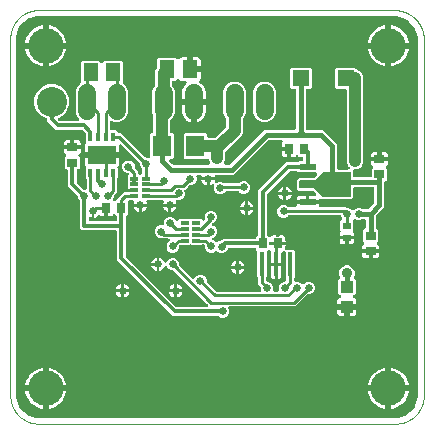
<source format=gbl>
G04 EAGLE Gerber RS-274X export*
G75*
%MOMM*%
%FSLAX35Y35*%
%LPD*%
%INcopper_bottom*%
%IPPOS*%
%AMOC8*
5,1,8,0,0,1.08239X$1,22.5*%
G01*
%ADD10C,0.000000*%
%ADD11R,1.300000X1.500000*%
%ADD12R,0.900000X0.700000*%
%ADD13R,0.700000X0.900000*%
%ADD14R,1.400000X1.400000*%
%ADD15R,2.400000X1.500000*%
%ADD16R,0.350000X0.650000*%
%ADD17R,1.600000X1.803000*%
%ADD18C,1.500000*%
%ADD19R,0.400000X2.000000*%
%ADD20R,1.100000X1.000000*%
%ADD21R,0.700000X0.600000*%
%ADD22C,2.540000*%
%ADD23R,0.650000X0.300000*%
%ADD24R,1.400000X0.570000*%
%ADD25R,1.400000X0.650000*%
%ADD26C,1.016000*%
%ADD27C,0.450000*%
%ADD28C,0.508000*%
%ADD29C,0.650000*%
%ADD30C,3.000000*%
%ADD31C,0.250000*%
%ADD32C,0.800000*%
%ADD33C,0.500000*%
%ADD34C,0.300000*%
%ADD35C,0.254000*%
%ADD36C,0.350000*%
%ADD37C,0.900000*%

G36*
X248748Y50051D02*
X248748Y50051D01*
X249009Y50018D01*
X257682Y50474D01*
X259647Y50048D01*
X260322Y50074D01*
X260732Y50000D01*
X3239268Y50000D01*
X3242398Y50399D01*
X3242555Y50461D01*
X3250990Y50018D01*
X3251388Y50047D01*
X3251646Y50000D01*
X3256605Y50000D01*
X3256797Y50025D01*
X3256929Y50004D01*
X3281112Y50632D01*
X3283651Y51023D01*
X3284020Y51053D01*
X3337009Y65239D01*
X3339930Y66433D01*
X3340303Y66712D01*
X3340582Y66829D01*
X3386594Y96695D01*
X3389003Y98733D01*
X3389272Y99113D01*
X3389501Y99311D01*
X3424032Y141933D01*
X3424698Y143010D01*
X3424996Y143375D01*
X3425206Y143831D01*
X3425693Y144617D01*
X3425830Y145060D01*
X3425988Y145319D01*
X3445658Y196527D01*
X3446268Y199019D01*
X3446382Y199375D01*
X3449892Y225997D01*
X3449897Y227063D01*
X3449999Y227631D01*
X3449999Y3270503D01*
X3449801Y3272059D01*
X3449802Y3272719D01*
X3444862Y3300145D01*
X3444091Y3302594D01*
X3444004Y3302956D01*
X3420258Y3357024D01*
X3418634Y3359730D01*
X3418303Y3360057D01*
X3418145Y3360314D01*
X3378853Y3404398D01*
X3376472Y3406471D01*
X3376056Y3406678D01*
X3375826Y3406875D01*
X3324834Y3436660D01*
X3321930Y3437895D01*
X3321469Y3437964D01*
X3321190Y3438079D01*
X3263491Y3450649D01*
X3260933Y3450874D01*
X3260566Y3450933D01*
X3238291Y3450462D01*
X3238199Y3450448D01*
X3238106Y3450457D01*
X3237785Y3450387D01*
X3235182Y3449999D01*
X3228117Y3449999D01*
X3227339Y3449900D01*
X3226873Y3449937D01*
X3220079Y3449258D01*
X3219387Y3449467D01*
X3216275Y3449989D01*
X3215976Y3449963D01*
X3215777Y3449999D01*
X260732Y3449999D01*
X257601Y3449601D01*
X257445Y3449538D01*
X249011Y3449982D01*
X248613Y3449953D01*
X248354Y3449999D01*
X243393Y3449999D01*
X243201Y3449975D01*
X243069Y3449995D01*
X218888Y3449368D01*
X216348Y3448977D01*
X215980Y3448946D01*
X162991Y3434761D01*
X160070Y3433566D01*
X159697Y3433288D01*
X159418Y3433171D01*
X113406Y3403305D01*
X110997Y3401266D01*
X110728Y3400887D01*
X110499Y3400689D01*
X75968Y3358066D01*
X75072Y3356618D01*
X74939Y3356455D01*
X74845Y3356253D01*
X74307Y3355383D01*
X74169Y3354939D01*
X74012Y3354680D01*
X54342Y3303473D01*
X53732Y3300981D01*
X53618Y3300625D01*
X50108Y3274003D01*
X50103Y3272937D01*
X50000Y3272369D01*
X50000Y227631D01*
X50135Y226574D01*
X50108Y225997D01*
X53618Y199375D01*
X54273Y196892D01*
X54342Y196527D01*
X74012Y145319D01*
X74250Y144878D01*
X74375Y144508D01*
X74778Y143896D01*
X75507Y142540D01*
X75823Y142198D01*
X75968Y141933D01*
X110499Y99311D01*
X112779Y97129D01*
X113185Y96902D01*
X113406Y96695D01*
X159418Y66829D01*
X162261Y65458D01*
X162717Y65368D01*
X162991Y65239D01*
X215980Y51053D01*
X218523Y50708D01*
X218888Y50632D01*
X243072Y50004D01*
X243265Y50024D01*
X243396Y50000D01*
X248353Y50000D01*
X248748Y50051D01*
G37*
%LPC*%
G36*
X1789557Y897499D02*
X1789557Y897499D01*
X1770261Y905492D01*
X1766914Y908838D01*
X1766048Y909509D01*
X1765237Y910245D01*
X1764805Y910472D01*
X1764419Y910770D01*
X1763413Y911202D01*
X1762443Y911712D01*
X1762070Y911779D01*
X1761519Y912016D01*
X1758400Y912495D01*
X1758207Y912476D01*
X1758076Y912499D01*
X1374467Y912499D01*
X902499Y1384467D01*
X902499Y1625000D01*
X902341Y1626248D01*
X902247Y1627499D01*
X902142Y1627808D01*
X902101Y1628131D01*
X901635Y1629298D01*
X901231Y1630487D01*
X901052Y1630759D01*
X900931Y1631062D01*
X900188Y1632075D01*
X899498Y1633125D01*
X899257Y1633344D01*
X899065Y1633606D01*
X898092Y1634400D01*
X897161Y1635245D01*
X896872Y1635397D01*
X896620Y1635602D01*
X895481Y1636127D01*
X894367Y1636712D01*
X894110Y1636758D01*
X893753Y1636923D01*
X890648Y1637483D01*
X890256Y1637453D01*
X890000Y1637499D01*
X609467Y1637499D01*
X587499Y1659467D01*
X587499Y1883076D01*
X587361Y1884164D01*
X587308Y1885258D01*
X587163Y1885723D01*
X587101Y1886207D01*
X586695Y1887224D01*
X586369Y1888271D01*
X586153Y1888581D01*
X585931Y1889138D01*
X584065Y1891683D01*
X583914Y1891805D01*
X583838Y1891915D01*
X580492Y1895261D01*
X572499Y1914557D01*
X572499Y1919289D01*
X572361Y1920377D01*
X572308Y1921470D01*
X572163Y1921935D01*
X572101Y1922420D01*
X571695Y1923438D01*
X571369Y1924483D01*
X571154Y1924793D01*
X570931Y1925351D01*
X569065Y1927895D01*
X568915Y1928018D01*
X568838Y1928128D01*
X487499Y2009467D01*
X487499Y2142500D01*
X487341Y2143748D01*
X487247Y2144999D01*
X487142Y2145308D01*
X487101Y2145631D01*
X486635Y2146798D01*
X486231Y2147987D01*
X486052Y2148259D01*
X485931Y2148562D01*
X485188Y2149575D01*
X484498Y2150625D01*
X484257Y2150844D01*
X484065Y2151106D01*
X483092Y2151900D01*
X482161Y2152745D01*
X481872Y2152897D01*
X481620Y2153102D01*
X480481Y2153627D01*
X479367Y2154212D01*
X479110Y2154258D01*
X478753Y2154423D01*
X475648Y2154983D01*
X475256Y2154953D01*
X475000Y2154999D01*
X471715Y2154999D01*
X459999Y2166715D01*
X459999Y2253284D01*
X469994Y2263278D01*
X470798Y2264317D01*
X471642Y2265315D01*
X471759Y2265559D01*
X471926Y2265774D01*
X472442Y2266977D01*
X473011Y2268158D01*
X473064Y2268425D01*
X473171Y2268673D01*
X473370Y2269969D01*
X473625Y2271253D01*
X473609Y2271523D01*
X473651Y2271793D01*
X473519Y2273098D01*
X473444Y2274404D01*
X473361Y2274663D01*
X473333Y2274933D01*
X472880Y2276161D01*
X472479Y2277409D01*
X472334Y2277638D01*
X472240Y2277893D01*
X471491Y2278971D01*
X470793Y2280077D01*
X470626Y2280217D01*
X470440Y2280485D01*
X468048Y2282544D01*
X467634Y2282748D01*
X467405Y2282942D01*
X464404Y2284674D01*
X459674Y2289404D01*
X456330Y2295196D01*
X454599Y2301655D01*
X454599Y2322500D01*
X519998Y2322500D01*
X521245Y2322659D01*
X522497Y2322753D01*
X522805Y2322857D01*
X523128Y2322898D01*
X524296Y2323364D01*
X525020Y2323611D01*
X525635Y2323288D01*
X525892Y2323241D01*
X526248Y2323077D01*
X529354Y2322517D01*
X529746Y2322546D01*
X530002Y2322500D01*
X595400Y2322500D01*
X595400Y2301655D01*
X593669Y2295196D01*
X590326Y2289404D01*
X585596Y2284674D01*
X582595Y2282942D01*
X581552Y2282149D01*
X580476Y2281401D01*
X580299Y2281196D01*
X580083Y2281031D01*
X579272Y2280002D01*
X578417Y2279009D01*
X578297Y2278766D01*
X578129Y2278553D01*
X577602Y2277353D01*
X577023Y2276178D01*
X576968Y2275913D01*
X576859Y2275664D01*
X576648Y2274369D01*
X576383Y2273088D01*
X576396Y2272817D01*
X576353Y2272549D01*
X576473Y2271243D01*
X576537Y2269936D01*
X576618Y2269677D01*
X576643Y2269407D01*
X577086Y2268174D01*
X577475Y2266923D01*
X577600Y2266743D01*
X577710Y2266437D01*
X579488Y2263829D01*
X579834Y2263526D01*
X580006Y2263278D01*
X590000Y2253284D01*
X590000Y2166715D01*
X578284Y2154999D01*
X575000Y2154999D01*
X573752Y2154841D01*
X572500Y2154747D01*
X572192Y2154642D01*
X571869Y2154601D01*
X570702Y2154135D01*
X569513Y2153731D01*
X569241Y2153552D01*
X568938Y2153431D01*
X567924Y2152688D01*
X566875Y2151998D01*
X566656Y2151757D01*
X566393Y2151565D01*
X565598Y2150591D01*
X564755Y2149661D01*
X564603Y2149372D01*
X564398Y2149120D01*
X563873Y2147981D01*
X563288Y2146867D01*
X563242Y2146610D01*
X563077Y2146253D01*
X562517Y2143148D01*
X562547Y2142756D01*
X562500Y2142500D01*
X562500Y2045711D01*
X562639Y2044623D01*
X562692Y2043530D01*
X562837Y2043064D01*
X562899Y2042580D01*
X563305Y2041562D01*
X563631Y2040517D01*
X563846Y2040206D01*
X564068Y2039649D01*
X565935Y2037104D01*
X566085Y2036982D01*
X566161Y2036872D01*
X621872Y1981161D01*
X622739Y1980490D01*
X623550Y1979755D01*
X623982Y1979528D01*
X624368Y1979229D01*
X625373Y1978798D01*
X626344Y1978288D01*
X626717Y1978221D01*
X627268Y1977984D01*
X630387Y1977504D01*
X630580Y1977524D01*
X630711Y1977500D01*
X632500Y1977500D01*
X633748Y1977659D01*
X634999Y1977753D01*
X635308Y1977858D01*
X635631Y1977899D01*
X636798Y1978365D01*
X637987Y1978769D01*
X638259Y1978948D01*
X638562Y1979068D01*
X639575Y1979812D01*
X640625Y1980501D01*
X640844Y1980743D01*
X641106Y1980935D01*
X641900Y1981908D01*
X642745Y1982839D01*
X642897Y1983128D01*
X643102Y1983380D01*
X643627Y1984519D01*
X644212Y1985633D01*
X644258Y1985889D01*
X644423Y1986246D01*
X644983Y1989352D01*
X644953Y1989743D01*
X644999Y1990000D01*
X644999Y2069038D01*
X644861Y2070126D01*
X644808Y2071219D01*
X644663Y2071684D01*
X644601Y2072168D01*
X644195Y2073187D01*
X643869Y2074232D01*
X643654Y2074542D01*
X643431Y2075099D01*
X641565Y2077644D01*
X641415Y2077767D01*
X641338Y2077876D01*
X639999Y2079215D01*
X639999Y2160784D01*
X640308Y2161093D01*
X641078Y2162087D01*
X641897Y2163039D01*
X642041Y2163331D01*
X642240Y2163588D01*
X642736Y2164742D01*
X643291Y2165870D01*
X643357Y2166189D01*
X643486Y2166488D01*
X643677Y2167731D01*
X643932Y2168961D01*
X643916Y2169285D01*
X643965Y2169607D01*
X643839Y2170860D01*
X643778Y2172113D01*
X643681Y2172423D01*
X643648Y2172747D01*
X643213Y2173926D01*
X642839Y2175126D01*
X642691Y2175339D01*
X642555Y2175708D01*
X640755Y2178300D01*
X640457Y2178557D01*
X640308Y2178770D01*
X634674Y2184404D01*
X631330Y2190196D01*
X629599Y2196655D01*
X629599Y2250001D01*
X762499Y2250001D01*
X763746Y2250160D01*
X764998Y2250253D01*
X765306Y2250358D01*
X765629Y2250399D01*
X766797Y2250865D01*
X767986Y2251270D01*
X768258Y2251448D01*
X768560Y2251569D01*
X769574Y2252313D01*
X770624Y2253002D01*
X770843Y2253243D01*
X771105Y2253436D01*
X771899Y2254408D01*
X772744Y2255340D01*
X772895Y2255629D01*
X773101Y2255880D01*
X773626Y2257019D01*
X774211Y2258134D01*
X774257Y2258390D01*
X774421Y2258747D01*
X774981Y2261853D01*
X774952Y2262244D01*
X774998Y2262500D01*
X774998Y2287499D01*
X774839Y2288747D01*
X774746Y2289998D01*
X774641Y2290307D01*
X774600Y2290630D01*
X774134Y2291797D01*
X773729Y2292986D01*
X773551Y2293258D01*
X773430Y2293561D01*
X772687Y2294574D01*
X771997Y2295624D01*
X771756Y2295843D01*
X771563Y2296105D01*
X770591Y2296899D01*
X769659Y2297744D01*
X769370Y2297896D01*
X769119Y2298101D01*
X767980Y2298626D01*
X766865Y2299211D01*
X766609Y2299257D01*
X766252Y2299422D01*
X763147Y2299982D01*
X762755Y2299952D01*
X762499Y2299998D01*
X629599Y2299998D01*
X629599Y2353344D01*
X631330Y2359804D01*
X634674Y2365596D01*
X640308Y2371229D01*
X641078Y2372223D01*
X641898Y2373176D01*
X642041Y2373468D01*
X642240Y2373725D01*
X642736Y2374880D01*
X643291Y2376007D01*
X643357Y2376326D01*
X643486Y2376625D01*
X643677Y2377868D01*
X643932Y2379098D01*
X643916Y2379421D01*
X643965Y2379744D01*
X643839Y2380997D01*
X643778Y2382250D01*
X643681Y2382560D01*
X643648Y2382884D01*
X643212Y2384064D01*
X642839Y2385263D01*
X642691Y2385476D01*
X642555Y2385844D01*
X640755Y2388436D01*
X640457Y2388693D01*
X640308Y2388907D01*
X639999Y2389216D01*
X639999Y2451789D01*
X639861Y2452877D01*
X639808Y2453970D01*
X639663Y2454436D01*
X639601Y2454920D01*
X639195Y2455938D01*
X638869Y2456983D01*
X638654Y2457294D01*
X638431Y2457851D01*
X636565Y2460396D01*
X636415Y2460518D01*
X636338Y2460628D01*
X613128Y2483838D01*
X612262Y2484509D01*
X611450Y2485245D01*
X611017Y2485472D01*
X610632Y2485770D01*
X609628Y2486202D01*
X608656Y2486712D01*
X608283Y2486779D01*
X607732Y2487016D01*
X604613Y2487495D01*
X604420Y2487476D01*
X604289Y2487499D01*
X384467Y2487499D01*
X312499Y2559467D01*
X312499Y2573069D01*
X312451Y2573453D01*
X312476Y2573841D01*
X312252Y2575016D01*
X312101Y2576200D01*
X311957Y2576559D01*
X311885Y2576941D01*
X311374Y2578021D01*
X310931Y2579131D01*
X310702Y2579443D01*
X310536Y2579794D01*
X309773Y2580711D01*
X309065Y2581675D01*
X308764Y2581921D01*
X308516Y2582218D01*
X307969Y2582570D01*
X306620Y2583671D01*
X305331Y2584265D01*
X304783Y2584617D01*
X266731Y2600379D01*
X225379Y2641731D01*
X202999Y2695759D01*
X202999Y2754240D01*
X225379Y2808269D01*
X266731Y2849621D01*
X320759Y2872000D01*
X379240Y2872000D01*
X433269Y2849621D01*
X474621Y2808269D01*
X497000Y2754240D01*
X497000Y2695759D01*
X474621Y2641731D01*
X433269Y2600379D01*
X411226Y2591248D01*
X410749Y2590976D01*
X410233Y2590785D01*
X409384Y2590196D01*
X408486Y2589683D01*
X408093Y2589299D01*
X407641Y2588985D01*
X406966Y2588201D01*
X406226Y2587480D01*
X405941Y2587010D01*
X405582Y2586593D01*
X405125Y2585665D01*
X404589Y2584782D01*
X404431Y2584255D01*
X404188Y2583762D01*
X403979Y2582750D01*
X403681Y2581759D01*
X403659Y2581209D01*
X403548Y2580671D01*
X403598Y2579639D01*
X403558Y2578606D01*
X403675Y2578069D01*
X403702Y2577519D01*
X404009Y2576533D01*
X404229Y2575522D01*
X404477Y2575032D01*
X404640Y2574506D01*
X405012Y2573971D01*
X405651Y2572705D01*
X406800Y2571397D01*
X407171Y2570862D01*
X411873Y2566161D01*
X412739Y2565490D01*
X413550Y2564755D01*
X413982Y2564528D01*
X414368Y2564229D01*
X415374Y2563797D01*
X416344Y2563288D01*
X416716Y2563221D01*
X417268Y2562984D01*
X420387Y2562504D01*
X420580Y2562524D01*
X420711Y2562500D01*
X570973Y2562500D01*
X572373Y2562679D01*
X573788Y2562822D01*
X573942Y2562878D01*
X574103Y2562899D01*
X575417Y2563423D01*
X576749Y2563915D01*
X576883Y2564008D01*
X577034Y2564068D01*
X578181Y2564909D01*
X579341Y2565715D01*
X579447Y2565838D01*
X579579Y2565935D01*
X580477Y2567035D01*
X581400Y2568107D01*
X581472Y2568254D01*
X581575Y2568380D01*
X582166Y2569664D01*
X582794Y2570938D01*
X582827Y2571098D01*
X582895Y2571246D01*
X583146Y2572640D01*
X583434Y2574029D01*
X583426Y2574192D01*
X583455Y2574352D01*
X583349Y2575765D01*
X583280Y2577181D01*
X583232Y2577336D01*
X583219Y2577499D01*
X582763Y2578842D01*
X582342Y2580194D01*
X582265Y2580303D01*
X582203Y2580487D01*
X580471Y2583125D01*
X580027Y2583528D01*
X579811Y2583838D01*
X567462Y2596187D01*
X552999Y2631103D01*
X552999Y2818897D01*
X567462Y2853813D01*
X591344Y2877694D01*
X592072Y2878635D01*
X592745Y2879377D01*
X592892Y2879656D01*
X593137Y2879959D01*
X593193Y2880083D01*
X593276Y2880190D01*
X593743Y2881279D01*
X594212Y2882171D01*
X594257Y2882420D01*
X594444Y2882831D01*
X594468Y2882965D01*
X594521Y2883089D01*
X594740Y2884516D01*
X594991Y2885939D01*
X594980Y2886074D01*
X595001Y2886209D01*
X594979Y2886424D01*
X594999Y2886538D01*
X594999Y3058284D01*
X606715Y3070000D01*
X753284Y3070000D01*
X766161Y3057123D01*
X767154Y3056354D01*
X768107Y3055534D01*
X768399Y3055390D01*
X768657Y3055191D01*
X769810Y3054696D01*
X770938Y3054140D01*
X771258Y3054074D01*
X771556Y3053946D01*
X772798Y3053755D01*
X774028Y3053500D01*
X774353Y3053516D01*
X774676Y3053466D01*
X775929Y3053593D01*
X777181Y3053654D01*
X777491Y3053751D01*
X777815Y3053783D01*
X778995Y3054219D01*
X780194Y3054593D01*
X780407Y3054741D01*
X780776Y3054877D01*
X783368Y3056677D01*
X783625Y3056975D01*
X783838Y3057123D01*
X796715Y3070000D01*
X943284Y3070000D01*
X955000Y3058284D01*
X955000Y2886538D01*
X955130Y2885521D01*
X955187Y2884352D01*
X955227Y2884223D01*
X955237Y2884087D01*
X955358Y2883724D01*
X955399Y2883407D01*
X955774Y2882468D01*
X956125Y2881339D01*
X956189Y2881247D01*
X956240Y2881095D01*
X956451Y2880771D01*
X956568Y2880476D01*
X957222Y2879586D01*
X957961Y2878449D01*
X958248Y2878187D01*
X958435Y2877932D01*
X958565Y2877826D01*
X958656Y2877694D01*
X982538Y2853813D01*
X997000Y2818897D01*
X997000Y2631103D01*
X982538Y2596187D01*
X955813Y2569462D01*
X920897Y2554999D01*
X883103Y2554999D01*
X857283Y2565694D01*
X856753Y2565839D01*
X856253Y2566069D01*
X855235Y2566253D01*
X854238Y2566524D01*
X853688Y2566532D01*
X853148Y2566629D01*
X852117Y2566552D01*
X851083Y2566565D01*
X850548Y2566434D01*
X850000Y2566393D01*
X849022Y2566061D01*
X848018Y2565815D01*
X847533Y2565554D01*
X847013Y2565377D01*
X846149Y2564810D01*
X845238Y2564320D01*
X844835Y2563947D01*
X844375Y2563645D01*
X843679Y2562878D01*
X842921Y2562177D01*
X842624Y2561715D01*
X842255Y2561307D01*
X841773Y2560390D01*
X841215Y2559522D01*
X841044Y2559000D01*
X840788Y2558513D01*
X840672Y2557873D01*
X840228Y2556524D01*
X840116Y2554786D01*
X840000Y2554147D01*
X840000Y2495000D01*
X840159Y2493752D01*
X840253Y2492500D01*
X840358Y2492192D01*
X840399Y2491869D01*
X840865Y2490702D01*
X841269Y2489513D01*
X841448Y2489241D01*
X841568Y2488938D01*
X842312Y2487924D01*
X843001Y2486875D01*
X843243Y2486656D01*
X843435Y2486393D01*
X844408Y2485599D01*
X845339Y2484755D01*
X845628Y2484603D01*
X845880Y2484398D01*
X847019Y2483873D01*
X848133Y2483288D01*
X848389Y2483242D01*
X848746Y2483077D01*
X851852Y2482517D01*
X852243Y2482547D01*
X852500Y2482500D01*
X898284Y2482500D01*
X911268Y2469517D01*
X911269Y2469513D01*
X911448Y2469241D01*
X911568Y2468938D01*
X912312Y2467924D01*
X913001Y2466875D01*
X913243Y2466656D01*
X913435Y2466393D01*
X914408Y2465599D01*
X915339Y2464755D01*
X915628Y2464603D01*
X915880Y2464398D01*
X917019Y2463873D01*
X918133Y2463288D01*
X918389Y2463242D01*
X918746Y2463077D01*
X921852Y2462517D01*
X922243Y2462547D01*
X922500Y2462500D01*
X933462Y2462500D01*
X1139801Y2256161D01*
X1140668Y2255490D01*
X1141479Y2254755D01*
X1141911Y2254528D01*
X1142296Y2254229D01*
X1143302Y2253798D01*
X1144273Y2253288D01*
X1144645Y2253221D01*
X1145196Y2252984D01*
X1148315Y2252504D01*
X1148508Y2252524D01*
X1148639Y2252500D01*
X1160443Y2252500D01*
X1165517Y2250399D01*
X1166047Y2250254D01*
X1166547Y2250024D01*
X1167564Y2249841D01*
X1168561Y2249569D01*
X1169111Y2249562D01*
X1169652Y2249464D01*
X1170683Y2249541D01*
X1171717Y2249528D01*
X1172251Y2249659D01*
X1172799Y2249700D01*
X1173778Y2250033D01*
X1174782Y2250278D01*
X1175267Y2250539D01*
X1175787Y2250716D01*
X1176651Y2251283D01*
X1177562Y2251773D01*
X1177965Y2252146D01*
X1178425Y2252448D01*
X1179119Y2253214D01*
X1179878Y2253916D01*
X1180176Y2254379D01*
X1180545Y2254786D01*
X1181025Y2255701D01*
X1181584Y2256571D01*
X1181756Y2257093D01*
X1182012Y2257580D01*
X1182128Y2258220D01*
X1182571Y2259569D01*
X1182673Y2261133D01*
X1182783Y2261742D01*
X1182777Y2261820D01*
X1182799Y2261947D01*
X1182799Y2448434D01*
X1194515Y2460150D01*
X1199500Y2460150D01*
X1200748Y2460309D01*
X1201999Y2460403D01*
X1202308Y2460508D01*
X1202631Y2460549D01*
X1203798Y2461015D01*
X1204987Y2461419D01*
X1205259Y2461598D01*
X1205562Y2461718D01*
X1206575Y2462462D01*
X1207625Y2463151D01*
X1207844Y2463393D01*
X1208106Y2463585D01*
X1208900Y2464558D01*
X1209745Y2465489D01*
X1209897Y2465778D01*
X1210102Y2466030D01*
X1210627Y2467169D01*
X1211212Y2468283D01*
X1211258Y2468539D01*
X1211423Y2468896D01*
X1211983Y2472002D01*
X1211953Y2472393D01*
X1211999Y2472650D01*
X1211999Y2606889D01*
X1211971Y2607113D01*
X1211991Y2607337D01*
X1211873Y2607878D01*
X1211601Y2610020D01*
X1211176Y2611086D01*
X1211048Y2611673D01*
X1202999Y2631103D01*
X1202999Y2818897D01*
X1217463Y2853813D01*
X1223538Y2859889D01*
X1224208Y2860754D01*
X1224945Y2861567D01*
X1225172Y2861999D01*
X1225470Y2862384D01*
X1225903Y2863391D01*
X1226412Y2864361D01*
X1226479Y2864733D01*
X1226716Y2865284D01*
X1227195Y2868403D01*
X1227176Y2868597D01*
X1227199Y2868728D01*
X1227199Y2982083D01*
X1237978Y3008105D01*
X1241338Y3011465D01*
X1242010Y3012332D01*
X1242745Y3013143D01*
X1242971Y3013574D01*
X1243270Y3013960D01*
X1243703Y3014968D01*
X1244212Y3015937D01*
X1244279Y3016309D01*
X1244516Y3016860D01*
X1244995Y3019979D01*
X1244976Y3020173D01*
X1244999Y3020304D01*
X1244999Y3083284D01*
X1256715Y3095000D01*
X1403284Y3095000D01*
X1413278Y3085006D01*
X1414317Y3084202D01*
X1415315Y3083358D01*
X1415559Y3083241D01*
X1415774Y3083074D01*
X1416977Y3082558D01*
X1418158Y3081988D01*
X1418425Y3081936D01*
X1418673Y3081829D01*
X1419969Y3081629D01*
X1421253Y3081375D01*
X1421523Y3081391D01*
X1421793Y3081349D01*
X1423098Y3081481D01*
X1424404Y3081556D01*
X1424663Y3081639D01*
X1424933Y3081666D01*
X1426161Y3082120D01*
X1427409Y3082521D01*
X1427638Y3082666D01*
X1427893Y3082760D01*
X1428971Y3083508D01*
X1430077Y3084207D01*
X1430217Y3084373D01*
X1430485Y3084560D01*
X1432544Y3086952D01*
X1432748Y3087366D01*
X1432942Y3087595D01*
X1434674Y3090596D01*
X1439404Y3095326D01*
X1445196Y3098669D01*
X1451655Y3100400D01*
X1495001Y3100400D01*
X1495001Y3012501D01*
X1495160Y3011253D01*
X1495253Y3010002D01*
X1495358Y3009693D01*
X1495399Y3009370D01*
X1495865Y3008203D01*
X1496270Y3007014D01*
X1496448Y3006742D01*
X1496569Y3006439D01*
X1497313Y3005426D01*
X1498002Y3004376D01*
X1498243Y3004157D01*
X1498436Y3003895D01*
X1499408Y3003101D01*
X1500340Y3002256D01*
X1500629Y3002104D01*
X1500880Y3001899D01*
X1502019Y3001374D01*
X1503134Y3000789D01*
X1503390Y3000743D01*
X1503747Y3000578D01*
X1506853Y3000018D01*
X1507244Y3000048D01*
X1507500Y3000002D01*
X1520002Y3000002D01*
X1520002Y2987500D01*
X1520160Y2986253D01*
X1520254Y2985001D01*
X1520359Y2984693D01*
X1520400Y2984370D01*
X1520866Y2983202D01*
X1521270Y2982013D01*
X1521449Y2981742D01*
X1521570Y2981439D01*
X1522313Y2980425D01*
X1523003Y2979375D01*
X1523244Y2979157D01*
X1523436Y2978894D01*
X1524409Y2978100D01*
X1525340Y2977255D01*
X1525629Y2977104D01*
X1525881Y2976898D01*
X1527020Y2976373D01*
X1528134Y2975788D01*
X1528391Y2975742D01*
X1528748Y2975578D01*
X1531853Y2975018D01*
X1532245Y2975047D01*
X1532501Y2975001D01*
X1610400Y2975001D01*
X1610400Y2921655D01*
X1608669Y2915196D01*
X1605326Y2909404D01*
X1601663Y2905741D01*
X1601626Y2905694D01*
X1601581Y2905658D01*
X1600668Y2904457D01*
X1599731Y2903246D01*
X1599707Y2903191D01*
X1599672Y2903145D01*
X1599083Y2901738D01*
X1598485Y2900346D01*
X1598477Y2900288D01*
X1598454Y2900234D01*
X1598239Y2898743D01*
X1598006Y2897227D01*
X1598012Y2897167D01*
X1598003Y2897110D01*
X1598168Y2895619D01*
X1598323Y2894087D01*
X1598343Y2894031D01*
X1598350Y2893973D01*
X1598888Y2892558D01*
X1599416Y2891126D01*
X1599450Y2891078D01*
X1599471Y2891023D01*
X1600349Y2889783D01*
X1601216Y2888534D01*
X1601261Y2888496D01*
X1601295Y2888448D01*
X1601480Y2888307D01*
X1603608Y2886475D01*
X1604166Y2886201D01*
X1617407Y2876581D01*
X1628581Y2865407D01*
X1637870Y2852621D01*
X1645045Y2838539D01*
X1649928Y2823512D01*
X1652400Y2807901D01*
X1652400Y2749999D01*
X1564501Y2749999D01*
X1563254Y2749840D01*
X1562002Y2749746D01*
X1561694Y2749642D01*
X1561371Y2749600D01*
X1560203Y2749134D01*
X1559014Y2748730D01*
X1558743Y2748552D01*
X1558440Y2748431D01*
X1557426Y2747687D01*
X1556376Y2746998D01*
X1556158Y2746757D01*
X1555895Y2746564D01*
X1555101Y2745592D01*
X1554256Y2744660D01*
X1554105Y2744371D01*
X1553899Y2744119D01*
X1553374Y2742980D01*
X1552789Y2741866D01*
X1552743Y2741610D01*
X1552579Y2741253D01*
X1552019Y2738147D01*
X1552026Y2738053D01*
X1552019Y2738014D01*
X1552041Y2737716D01*
X1552002Y2737499D01*
X1552002Y2724998D01*
X1551998Y2724998D01*
X1551998Y2737499D01*
X1551839Y2738747D01*
X1551745Y2739999D01*
X1551641Y2740307D01*
X1551599Y2740630D01*
X1551133Y2741798D01*
X1550729Y2742986D01*
X1550551Y2743258D01*
X1550430Y2743561D01*
X1549686Y2744575D01*
X1548997Y2745624D01*
X1548756Y2745843D01*
X1548563Y2746106D01*
X1547591Y2746900D01*
X1546659Y2747744D01*
X1546370Y2747896D01*
X1546118Y2748102D01*
X1544979Y2748626D01*
X1543865Y2749211D01*
X1543609Y2749258D01*
X1543252Y2749422D01*
X1540146Y2749982D01*
X1539755Y2749953D01*
X1539498Y2749999D01*
X1451599Y2749999D01*
X1451599Y2807901D01*
X1454072Y2823512D01*
X1458955Y2838539D01*
X1466129Y2852621D01*
X1475419Y2865407D01*
X1486593Y2876581D01*
X1487153Y2876987D01*
X1487751Y2877550D01*
X1488413Y2878035D01*
X1488896Y2878627D01*
X1489452Y2879150D01*
X1489890Y2879844D01*
X1490409Y2880480D01*
X1490728Y2881173D01*
X1491135Y2881819D01*
X1491386Y2882601D01*
X1491729Y2883347D01*
X1491864Y2884097D01*
X1492097Y2884824D01*
X1492144Y2885646D01*
X1492289Y2886452D01*
X1492232Y2887212D01*
X1492275Y2887975D01*
X1492115Y2888782D01*
X1492053Y2889599D01*
X1491808Y2890321D01*
X1491659Y2891070D01*
X1491301Y2891811D01*
X1491037Y2892587D01*
X1490619Y2893224D01*
X1490287Y2893912D01*
X1489755Y2894539D01*
X1489305Y2895225D01*
X1488740Y2895738D01*
X1488246Y2896320D01*
X1487575Y2896794D01*
X1486967Y2897345D01*
X1486292Y2897700D01*
X1485668Y2898140D01*
X1484900Y2898430D01*
X1484173Y2898812D01*
X1483633Y2898909D01*
X1482716Y2899256D01*
X1480183Y2899532D01*
X1479807Y2899599D01*
X1451655Y2899599D01*
X1445196Y2901330D01*
X1439404Y2904674D01*
X1434674Y2909404D01*
X1432942Y2912405D01*
X1432149Y2913448D01*
X1431401Y2914524D01*
X1431196Y2914701D01*
X1431031Y2914917D01*
X1430002Y2915728D01*
X1429009Y2916583D01*
X1428766Y2916703D01*
X1428553Y2916870D01*
X1427353Y2917398D01*
X1426178Y2917977D01*
X1425913Y2918032D01*
X1425664Y2918141D01*
X1424369Y2918351D01*
X1423088Y2918617D01*
X1422817Y2918604D01*
X1422549Y2918647D01*
X1421244Y2918527D01*
X1419936Y2918463D01*
X1419677Y2918382D01*
X1419407Y2918357D01*
X1418174Y2917914D01*
X1416923Y2917524D01*
X1416743Y2917400D01*
X1416437Y2917289D01*
X1413829Y2915512D01*
X1413526Y2915165D01*
X1413278Y2914994D01*
X1403284Y2904999D01*
X1381300Y2904999D01*
X1380052Y2904841D01*
X1378800Y2904747D01*
X1378492Y2904642D01*
X1378169Y2904601D01*
X1377002Y2904135D01*
X1375813Y2903731D01*
X1375541Y2903552D01*
X1375238Y2903431D01*
X1374224Y2902688D01*
X1373175Y2901998D01*
X1372956Y2901757D01*
X1372693Y2901565D01*
X1371899Y2900592D01*
X1371055Y2899661D01*
X1370903Y2899372D01*
X1370698Y2899120D01*
X1370173Y2897981D01*
X1369588Y2896867D01*
X1369542Y2896610D01*
X1369377Y2896253D01*
X1368817Y2893148D01*
X1368847Y2892756D01*
X1368800Y2892500D01*
X1368800Y2868728D01*
X1368939Y2867640D01*
X1368992Y2866546D01*
X1369137Y2866081D01*
X1369199Y2865597D01*
X1369605Y2864580D01*
X1369931Y2863533D01*
X1370146Y2863223D01*
X1370368Y2862666D01*
X1372235Y2860121D01*
X1372386Y2859998D01*
X1372462Y2859889D01*
X1378537Y2853813D01*
X1393000Y2818897D01*
X1393000Y2631103D01*
X1378538Y2596187D01*
X1357261Y2574911D01*
X1356590Y2574044D01*
X1355855Y2573233D01*
X1355628Y2572801D01*
X1355329Y2572415D01*
X1354897Y2571409D01*
X1354388Y2570439D01*
X1354321Y2570067D01*
X1354084Y2569516D01*
X1353604Y2566396D01*
X1353624Y2566203D01*
X1353600Y2566072D01*
X1353600Y2472650D01*
X1353759Y2471402D01*
X1353853Y2470150D01*
X1353958Y2469842D01*
X1353999Y2469519D01*
X1354465Y2468352D01*
X1354869Y2467163D01*
X1355048Y2466891D01*
X1355168Y2466588D01*
X1355912Y2465574D01*
X1356601Y2464525D01*
X1356843Y2464306D01*
X1357035Y2464043D01*
X1358008Y2463249D01*
X1358939Y2462405D01*
X1359228Y2462253D01*
X1359480Y2462048D01*
X1360619Y2461523D01*
X1361733Y2460938D01*
X1361989Y2460892D01*
X1362346Y2460727D01*
X1365452Y2460167D01*
X1365843Y2460197D01*
X1366100Y2460150D01*
X1371084Y2460150D01*
X1382800Y2448434D01*
X1382800Y2251565D01*
X1371084Y2239849D01*
X1358231Y2239849D01*
X1356829Y2239671D01*
X1355415Y2239528D01*
X1355262Y2239472D01*
X1355100Y2239451D01*
X1353786Y2238927D01*
X1352455Y2238435D01*
X1352321Y2238342D01*
X1352169Y2238281D01*
X1351027Y2237443D01*
X1349863Y2236635D01*
X1349756Y2236511D01*
X1349625Y2236415D01*
X1348732Y2235321D01*
X1347804Y2234243D01*
X1347731Y2234096D01*
X1347629Y2233970D01*
X1347038Y2232688D01*
X1346410Y2231411D01*
X1346377Y2231251D01*
X1346308Y2231103D01*
X1346057Y2229711D01*
X1345769Y2228321D01*
X1345778Y2228158D01*
X1345748Y2227998D01*
X1345854Y2226584D01*
X1345923Y2225169D01*
X1345972Y2225013D01*
X1345984Y2224851D01*
X1346441Y2223508D01*
X1346862Y2222156D01*
X1346938Y2222046D01*
X1347000Y2221863D01*
X1348733Y2219225D01*
X1349177Y2218822D01*
X1349393Y2218512D01*
X1371743Y2196161D01*
X1372609Y2195490D01*
X1373421Y2194755D01*
X1373853Y2194528D01*
X1374238Y2194229D01*
X1375244Y2193798D01*
X1376215Y2193288D01*
X1376587Y2193221D01*
X1377138Y2192984D01*
X1380257Y2192504D01*
X1380450Y2192524D01*
X1380581Y2192500D01*
X1678477Y2192500D01*
X1679022Y2192570D01*
X1679571Y2192548D01*
X1680581Y2192768D01*
X1681607Y2192899D01*
X1682118Y2193103D01*
X1682655Y2193219D01*
X1683578Y2193685D01*
X1684538Y2194068D01*
X1684981Y2194393D01*
X1685472Y2194641D01*
X1686249Y2195323D01*
X1687083Y2195935D01*
X1687431Y2196361D01*
X1687844Y2196724D01*
X1688426Y2197580D01*
X1689079Y2198380D01*
X1689308Y2198878D01*
X1689618Y2199333D01*
X1689967Y2200307D01*
X1690399Y2201246D01*
X1690497Y2201788D01*
X1690682Y2202305D01*
X1690776Y2203334D01*
X1690959Y2204352D01*
X1690918Y2204900D01*
X1690968Y2205448D01*
X1690829Y2206083D01*
X1690723Y2207499D01*
X1690163Y2209148D01*
X1690024Y2209783D01*
X1678260Y2238184D01*
X1677988Y2238661D01*
X1677797Y2239177D01*
X1677207Y2240027D01*
X1676694Y2240924D01*
X1676311Y2241317D01*
X1675997Y2241769D01*
X1675213Y2242444D01*
X1674492Y2243184D01*
X1674023Y2243469D01*
X1673605Y2243828D01*
X1672676Y2244285D01*
X1671793Y2244821D01*
X1671268Y2244979D01*
X1670774Y2245222D01*
X1669761Y2245432D01*
X1668771Y2245729D01*
X1668222Y2245751D01*
X1667684Y2245862D01*
X1666651Y2245812D01*
X1665618Y2245852D01*
X1665080Y2245735D01*
X1664532Y2245708D01*
X1663545Y2245401D01*
X1662534Y2245181D01*
X1662043Y2244933D01*
X1661518Y2244770D01*
X1660984Y2244399D01*
X1659717Y2243759D01*
X1658408Y2242610D01*
X1657874Y2242239D01*
X1655484Y2239849D01*
X1478915Y2239849D01*
X1467199Y2251565D01*
X1467199Y2448434D01*
X1478915Y2460150D01*
X1655484Y2460150D01*
X1667200Y2448434D01*
X1667200Y2433300D01*
X1667359Y2432052D01*
X1667453Y2430800D01*
X1667558Y2430492D01*
X1667599Y2430169D01*
X1668065Y2429002D01*
X1668469Y2427813D01*
X1668648Y2427541D01*
X1668768Y2427238D01*
X1669512Y2426224D01*
X1670201Y2425175D01*
X1670443Y2424956D01*
X1670635Y2424693D01*
X1671608Y2423899D01*
X1672539Y2423055D01*
X1672828Y2422903D01*
X1673080Y2422698D01*
X1674219Y2422173D01*
X1675333Y2421588D01*
X1675589Y2421542D01*
X1675946Y2421377D01*
X1679052Y2420817D01*
X1679443Y2420847D01*
X1679700Y2420800D01*
X1734696Y2420800D01*
X1735783Y2420939D01*
X1736877Y2420992D01*
X1737342Y2421137D01*
X1737826Y2421199D01*
X1738844Y2421605D01*
X1739890Y2421931D01*
X1740200Y2422146D01*
X1740757Y2422368D01*
X1743302Y2424235D01*
X1743424Y2424385D01*
X1743534Y2424461D01*
X1823538Y2504466D01*
X1824209Y2505332D01*
X1824945Y2506143D01*
X1825172Y2506575D01*
X1825470Y2506961D01*
X1825902Y2507967D01*
X1826412Y2508938D01*
X1826479Y2509310D01*
X1826716Y2509861D01*
X1827195Y2512980D01*
X1827176Y2513173D01*
X1827199Y2513304D01*
X1827199Y2581272D01*
X1827061Y2582360D01*
X1827008Y2583453D01*
X1826863Y2583918D01*
X1826801Y2584403D01*
X1826395Y2585421D01*
X1826069Y2586466D01*
X1825854Y2586776D01*
X1825631Y2587333D01*
X1823765Y2589878D01*
X1823615Y2590001D01*
X1823538Y2590110D01*
X1817462Y2596187D01*
X1802999Y2631103D01*
X1802999Y2818897D01*
X1817462Y2853813D01*
X1844187Y2880538D01*
X1879103Y2895000D01*
X1916897Y2895000D01*
X1951813Y2880538D01*
X1978538Y2853813D01*
X1993000Y2818897D01*
X1993000Y2631103D01*
X1978538Y2596187D01*
X1972461Y2590110D01*
X1971790Y2589244D01*
X1971055Y2588433D01*
X1970828Y2588001D01*
X1970529Y2587615D01*
X1970098Y2586609D01*
X1969588Y2585638D01*
X1969521Y2585266D01*
X1969284Y2584715D01*
X1968804Y2581596D01*
X1968824Y2581403D01*
X1968800Y2581272D01*
X1968800Y2464716D01*
X1958022Y2438695D01*
X1824461Y2305134D01*
X1823790Y2304268D01*
X1823055Y2303456D01*
X1822828Y2303024D01*
X1822529Y2302639D01*
X1822098Y2301633D01*
X1821588Y2300662D01*
X1821521Y2300290D01*
X1821284Y2299739D01*
X1820804Y2296620D01*
X1820824Y2296427D01*
X1820800Y2296296D01*
X1820800Y2235917D01*
X1809975Y2209783D01*
X1809831Y2209253D01*
X1809601Y2208753D01*
X1809417Y2207736D01*
X1809145Y2206738D01*
X1809138Y2206188D01*
X1809041Y2205648D01*
X1809118Y2204617D01*
X1809104Y2203583D01*
X1809235Y2203048D01*
X1809276Y2202500D01*
X1809609Y2201522D01*
X1809855Y2200518D01*
X1810116Y2200033D01*
X1810293Y2199513D01*
X1810860Y2198649D01*
X1811350Y2197738D01*
X1811723Y2197335D01*
X1812025Y2196875D01*
X1812792Y2196179D01*
X1813493Y2195421D01*
X1813955Y2195124D01*
X1814363Y2194755D01*
X1815279Y2194273D01*
X1816148Y2193715D01*
X1816669Y2193544D01*
X1817157Y2193288D01*
X1817797Y2193172D01*
X1819145Y2192728D01*
X1820884Y2192616D01*
X1821523Y2192500D01*
X1853013Y2192500D01*
X1854101Y2192639D01*
X1855194Y2192692D01*
X1855659Y2192837D01*
X1856144Y2192899D01*
X1857162Y2193305D01*
X1858207Y2193631D01*
X1858518Y2193846D01*
X1859075Y2194068D01*
X1861619Y2195935D01*
X1861742Y2196085D01*
X1861852Y2196161D01*
X2153591Y2487900D01*
X2405000Y2487900D01*
X2406248Y2488059D01*
X2407499Y2488153D01*
X2407808Y2488258D01*
X2408131Y2488299D01*
X2409298Y2488765D01*
X2410487Y2489169D01*
X2410759Y2489348D01*
X2411062Y2489468D01*
X2412075Y2490212D01*
X2413125Y2490901D01*
X2413344Y2491143D01*
X2413606Y2491335D01*
X2414400Y2492308D01*
X2415245Y2493239D01*
X2415397Y2493528D01*
X2415602Y2493780D01*
X2416127Y2494919D01*
X2416712Y2496033D01*
X2416758Y2496289D01*
X2416923Y2496646D01*
X2417483Y2499752D01*
X2417453Y2500143D01*
X2417499Y2500400D01*
X2417499Y2822500D01*
X2417341Y2823748D01*
X2417247Y2824999D01*
X2417142Y2825308D01*
X2417101Y2825631D01*
X2416635Y2826798D01*
X2416231Y2827987D01*
X2416052Y2828259D01*
X2415931Y2828562D01*
X2415188Y2829575D01*
X2414498Y2830625D01*
X2414257Y2830844D01*
X2414065Y2831106D01*
X2413092Y2831900D01*
X2412161Y2832745D01*
X2411872Y2832897D01*
X2411620Y2833102D01*
X2410481Y2833627D01*
X2409367Y2834212D01*
X2409110Y2834258D01*
X2408753Y2834423D01*
X2405648Y2834983D01*
X2405256Y2834953D01*
X2405000Y2834999D01*
X2381715Y2834999D01*
X2369999Y2846715D01*
X2369999Y3003284D01*
X2381715Y3015000D01*
X2538284Y3015000D01*
X2550000Y3003284D01*
X2550000Y2846715D01*
X2538284Y2834999D01*
X2515000Y2834999D01*
X2513752Y2834841D01*
X2512500Y2834747D01*
X2512192Y2834642D01*
X2511869Y2834601D01*
X2510701Y2834135D01*
X2509513Y2833731D01*
X2509241Y2833552D01*
X2508938Y2833431D01*
X2507924Y2832688D01*
X2506875Y2831998D01*
X2506656Y2831757D01*
X2506393Y2831565D01*
X2505599Y2830592D01*
X2504755Y2829661D01*
X2504603Y2829372D01*
X2504398Y2829120D01*
X2503873Y2827981D01*
X2503288Y2826867D01*
X2503242Y2826610D01*
X2503077Y2826253D01*
X2502517Y2823148D01*
X2502547Y2822756D01*
X2502500Y2822500D01*
X2502500Y2500400D01*
X2502659Y2499152D01*
X2502753Y2497900D01*
X2502858Y2497592D01*
X2502899Y2497269D01*
X2503365Y2496102D01*
X2503769Y2494913D01*
X2503948Y2494641D01*
X2504068Y2494338D01*
X2504812Y2493324D01*
X2505501Y2492275D01*
X2505743Y2492056D01*
X2505935Y2491793D01*
X2506908Y2490999D01*
X2507839Y2490155D01*
X2508128Y2490003D01*
X2508380Y2489798D01*
X2509519Y2489273D01*
X2510633Y2488688D01*
X2510889Y2488642D01*
X2511246Y2488477D01*
X2514352Y2487917D01*
X2514743Y2487947D01*
X2515000Y2487900D01*
X2647204Y2487900D01*
X2767500Y2367604D01*
X2767500Y2163850D01*
X2767659Y2162602D01*
X2767753Y2161350D01*
X2767858Y2161042D01*
X2767899Y2160719D01*
X2768365Y2159552D01*
X2768769Y2158363D01*
X2768948Y2158091D01*
X2769068Y2157788D01*
X2769812Y2156774D01*
X2770501Y2155725D01*
X2770743Y2155506D01*
X2770935Y2155243D01*
X2771908Y2154449D01*
X2772839Y2153605D01*
X2773128Y2153453D01*
X2773380Y2153248D01*
X2774519Y2152723D01*
X2775633Y2152138D01*
X2775889Y2152092D01*
X2776246Y2151927D01*
X2779352Y2151367D01*
X2779743Y2151397D01*
X2780000Y2151350D01*
X2860846Y2151350D01*
X2862247Y2151529D01*
X2863662Y2151672D01*
X2863816Y2151728D01*
X2863977Y2151749D01*
X2865291Y2152273D01*
X2866623Y2152765D01*
X2866757Y2152858D01*
X2866908Y2152918D01*
X2868054Y2153759D01*
X2869215Y2154565D01*
X2869320Y2154688D01*
X2869453Y2154785D01*
X2870351Y2155885D01*
X2871273Y2156957D01*
X2871346Y2157104D01*
X2871448Y2157230D01*
X2872040Y2158514D01*
X2872668Y2159788D01*
X2872701Y2159948D01*
X2872769Y2160096D01*
X2873020Y2161490D01*
X2873308Y2162879D01*
X2873300Y2163042D01*
X2873329Y2163202D01*
X2873223Y2164615D01*
X2873154Y2166031D01*
X2873105Y2166186D01*
X2873093Y2166349D01*
X2872637Y2167692D01*
X2872215Y2169044D01*
X2872139Y2169153D01*
X2872077Y2169337D01*
X2870345Y2171975D01*
X2869900Y2172378D01*
X2869685Y2172688D01*
X2857478Y2184895D01*
X2846699Y2210916D01*
X2846699Y2822500D01*
X2846541Y2823748D01*
X2846447Y2824999D01*
X2846342Y2825308D01*
X2846301Y2825631D01*
X2845835Y2826798D01*
X2845431Y2827987D01*
X2845252Y2828259D01*
X2845131Y2828562D01*
X2844388Y2829575D01*
X2843698Y2830625D01*
X2843457Y2830844D01*
X2843265Y2831106D01*
X2842292Y2831900D01*
X2841361Y2832745D01*
X2841072Y2832897D01*
X2840820Y2833102D01*
X2839681Y2833627D01*
X2838567Y2834212D01*
X2838310Y2834258D01*
X2837953Y2834423D01*
X2834848Y2834983D01*
X2834456Y2834953D01*
X2834200Y2834999D01*
X2761715Y2834999D01*
X2749999Y2846715D01*
X2749999Y3003284D01*
X2761715Y3015000D01*
X2918284Y3015000D01*
X2930207Y3003078D01*
X2930248Y3002861D01*
X2930399Y3001677D01*
X2930542Y3001317D01*
X2930615Y3000936D01*
X2931126Y2999855D01*
X2931568Y2998746D01*
X2931798Y2998433D01*
X2931964Y2998083D01*
X2932727Y2997166D01*
X2933435Y2996201D01*
X2933736Y2995956D01*
X2933984Y2995658D01*
X2934531Y2995307D01*
X2935880Y2994205D01*
X2937168Y2993612D01*
X2937717Y2993259D01*
X2957605Y2985022D01*
X2977522Y2965105D01*
X2988300Y2939083D01*
X2988300Y2210916D01*
X2977522Y2184895D01*
X2957605Y2164978D01*
X2931583Y2154199D01*
X2913242Y2154199D01*
X2911833Y2154020D01*
X2910423Y2153877D01*
X2910272Y2153821D01*
X2910111Y2153801D01*
X2908791Y2153274D01*
X2907463Y2152783D01*
X2907330Y2152691D01*
X2907180Y2152631D01*
X2906036Y2151792D01*
X2904871Y2150983D01*
X2904765Y2150860D01*
X2904635Y2150765D01*
X2903742Y2149670D01*
X2902813Y2148590D01*
X2902741Y2148444D01*
X2902639Y2148320D01*
X2902049Y2147038D01*
X2901419Y2145758D01*
X2901387Y2145600D01*
X2901319Y2145453D01*
X2901068Y2144060D01*
X2900780Y2142668D01*
X2900788Y2142506D01*
X2900759Y2142348D01*
X2900865Y2140939D01*
X2900934Y2139516D01*
X2900983Y2139361D01*
X2900995Y2139201D01*
X2901350Y2138155D01*
X2901350Y2098933D01*
X2901509Y2097686D01*
X2901603Y2096434D01*
X2901708Y2096126D01*
X2901749Y2095803D01*
X2902215Y2094635D01*
X2902619Y2093447D01*
X2902798Y2093175D01*
X2902918Y2092872D01*
X2903662Y2091858D01*
X2904351Y2090808D01*
X2904593Y2090590D01*
X2904785Y2090327D01*
X2905758Y2089533D01*
X2906689Y2088688D01*
X2906978Y2088537D01*
X2907230Y2088331D01*
X2908369Y2087807D01*
X2909483Y2087222D01*
X2909739Y2087175D01*
X2910096Y2087011D01*
X2913202Y2086451D01*
X2913593Y2086480D01*
X2913850Y2086434D01*
X3047500Y2086434D01*
X3048748Y2086593D01*
X3049999Y2086687D01*
X3050308Y2086791D01*
X3050631Y2086833D01*
X3051798Y2087298D01*
X3052987Y2087703D01*
X3053259Y2087881D01*
X3053562Y2088002D01*
X3054575Y2088746D01*
X3055625Y2089435D01*
X3055844Y2089676D01*
X3056106Y2089869D01*
X3056900Y2090841D01*
X3057745Y2091773D01*
X3057897Y2092062D01*
X3058102Y2092313D01*
X3058627Y2093453D01*
X3059212Y2094567D01*
X3059258Y2094823D01*
X3059423Y2095180D01*
X3059983Y2098286D01*
X3059953Y2098677D01*
X3059999Y2098933D01*
X3059999Y2153284D01*
X3069994Y2163278D01*
X3070798Y2164317D01*
X3071642Y2165315D01*
X3071759Y2165558D01*
X3071926Y2165774D01*
X3072442Y2166977D01*
X3073011Y2168158D01*
X3073064Y2168425D01*
X3073171Y2168673D01*
X3073370Y2169969D01*
X3073625Y2171253D01*
X3073609Y2171523D01*
X3073651Y2171793D01*
X3073519Y2173098D01*
X3073444Y2174404D01*
X3073361Y2174663D01*
X3073333Y2174933D01*
X3072880Y2176161D01*
X3072479Y2177409D01*
X3072334Y2177638D01*
X3072240Y2177893D01*
X3071491Y2178971D01*
X3070793Y2180077D01*
X3070626Y2180217D01*
X3070440Y2180485D01*
X3068048Y2182544D01*
X3067634Y2182748D01*
X3067405Y2182942D01*
X3064404Y2184674D01*
X3059674Y2189404D01*
X3056330Y2195196D01*
X3054599Y2201655D01*
X3054599Y2222500D01*
X3119998Y2222500D01*
X3121245Y2222659D01*
X3122497Y2222753D01*
X3122805Y2222857D01*
X3123128Y2222898D01*
X3124296Y2223364D01*
X3125020Y2223611D01*
X3125635Y2223288D01*
X3125892Y2223241D01*
X3126248Y2223077D01*
X3129354Y2222517D01*
X3129746Y2222546D01*
X3130002Y2222500D01*
X3195400Y2222500D01*
X3195400Y2201655D01*
X3193669Y2195196D01*
X3190326Y2189404D01*
X3185596Y2184674D01*
X3182595Y2182942D01*
X3181552Y2182149D01*
X3180476Y2181401D01*
X3180299Y2181196D01*
X3180083Y2181031D01*
X3179272Y2180002D01*
X3178417Y2179009D01*
X3178297Y2178766D01*
X3178129Y2178553D01*
X3177602Y2177353D01*
X3177023Y2176178D01*
X3176968Y2175913D01*
X3176859Y2175664D01*
X3176648Y2174369D01*
X3176383Y2173088D01*
X3176396Y2172817D01*
X3176353Y2172549D01*
X3176473Y2171243D01*
X3176537Y2169936D01*
X3176618Y2169677D01*
X3176643Y2169407D01*
X3177086Y2168174D01*
X3177475Y2166923D01*
X3177600Y2166743D01*
X3177710Y2166437D01*
X3179488Y2163829D01*
X3179834Y2163526D01*
X3180006Y2163278D01*
X3190000Y2153284D01*
X3190000Y2066715D01*
X3178075Y2054790D01*
X3177500Y2054747D01*
X3177192Y2054642D01*
X3176869Y2054601D01*
X3175702Y2054135D01*
X3174513Y2053731D01*
X3174241Y2053552D01*
X3173938Y2053431D01*
X3172924Y2052688D01*
X3171875Y2051998D01*
X3171656Y2051757D01*
X3171393Y2051565D01*
X3170599Y2050592D01*
X3169755Y2049661D01*
X3169603Y2049372D01*
X3169398Y2049120D01*
X3168873Y2047981D01*
X3168288Y2046867D01*
X3168242Y2046610D01*
X3168077Y2046253D01*
X3167517Y2043148D01*
X3167547Y2042756D01*
X3167500Y2042500D01*
X3167500Y1832396D01*
X3096161Y1761057D01*
X3095490Y1760190D01*
X3094755Y1759379D01*
X3094528Y1758947D01*
X3094229Y1758561D01*
X3093798Y1757556D01*
X3093288Y1756585D01*
X3093221Y1756212D01*
X3092984Y1755661D01*
X3092504Y1752542D01*
X3092524Y1752349D01*
X3092500Y1752218D01*
X3092500Y1657500D01*
X3092659Y1656252D01*
X3092753Y1655000D01*
X3092858Y1654692D01*
X3092899Y1654369D01*
X3093365Y1653202D01*
X3093769Y1652013D01*
X3093948Y1651741D01*
X3094068Y1651438D01*
X3094812Y1650424D01*
X3095501Y1649375D01*
X3095743Y1649156D01*
X3095935Y1648893D01*
X3096908Y1648099D01*
X3097839Y1647255D01*
X3098128Y1647103D01*
X3098380Y1646898D01*
X3099519Y1646373D01*
X3100633Y1645788D01*
X3100889Y1645742D01*
X3101246Y1645577D01*
X3103029Y1645256D01*
X3115000Y1633284D01*
X3115000Y1546715D01*
X3105006Y1536721D01*
X3104202Y1535683D01*
X3103358Y1534685D01*
X3103241Y1534441D01*
X3103074Y1534226D01*
X3102558Y1533023D01*
X3101988Y1531842D01*
X3101936Y1531575D01*
X3101829Y1531326D01*
X3101629Y1530031D01*
X3101375Y1528746D01*
X3101391Y1528476D01*
X3101349Y1528207D01*
X3101481Y1526902D01*
X3101556Y1525596D01*
X3101639Y1525337D01*
X3101666Y1525067D01*
X3102120Y1523839D01*
X3102521Y1522591D01*
X3102666Y1522361D01*
X3102760Y1522107D01*
X3103508Y1521028D01*
X3104207Y1519923D01*
X3104373Y1519783D01*
X3104560Y1519514D01*
X3106952Y1517456D01*
X3107366Y1517252D01*
X3107595Y1517058D01*
X3110596Y1515326D01*
X3115326Y1510596D01*
X3118670Y1504803D01*
X3120400Y1498344D01*
X3120400Y1477499D01*
X3055002Y1477499D01*
X3053754Y1477341D01*
X3052503Y1477247D01*
X3052194Y1477142D01*
X3051871Y1477101D01*
X3050704Y1476635D01*
X3049980Y1476389D01*
X3049364Y1476712D01*
X3049108Y1476758D01*
X3048751Y1476923D01*
X3045646Y1477483D01*
X3045254Y1477453D01*
X3044998Y1477499D01*
X2979599Y1477499D01*
X2979599Y1498344D01*
X2981330Y1504803D01*
X2984674Y1510596D01*
X2989404Y1515326D01*
X2992405Y1517058D01*
X2993448Y1517851D01*
X2994524Y1518598D01*
X2994701Y1518804D01*
X2994917Y1518968D01*
X2995728Y1519998D01*
X2996583Y1520990D01*
X2996703Y1521234D01*
X2996870Y1521447D01*
X2997398Y1522646D01*
X2997977Y1523822D01*
X2998032Y1524087D01*
X2998141Y1524336D01*
X2998351Y1525631D01*
X2998617Y1526912D01*
X2998604Y1527183D01*
X2998647Y1527451D01*
X2998527Y1528755D01*
X2998463Y1530064D01*
X2998382Y1530323D01*
X2998357Y1530593D01*
X2997914Y1531825D01*
X2997524Y1533077D01*
X2997400Y1533257D01*
X2997289Y1533563D01*
X2995512Y1536171D01*
X2995165Y1536474D01*
X2994994Y1536721D01*
X2984999Y1546715D01*
X2984999Y1633284D01*
X2996925Y1645210D01*
X2997499Y1645253D01*
X2997808Y1645358D01*
X2998131Y1645399D01*
X2999298Y1645865D01*
X3000487Y1646269D01*
X3000759Y1646448D01*
X3001062Y1646568D01*
X3002075Y1647312D01*
X3003125Y1648001D01*
X3003344Y1648243D01*
X3003606Y1648435D01*
X3004400Y1649408D01*
X3005245Y1650339D01*
X3005397Y1650628D01*
X3005602Y1650880D01*
X3006127Y1652019D01*
X3006712Y1653133D01*
X3006758Y1653389D01*
X3006923Y1653746D01*
X3007483Y1656852D01*
X3007453Y1657243D01*
X3007499Y1657500D01*
X3007499Y1720000D01*
X3007341Y1721246D01*
X3007247Y1722499D01*
X3007142Y1722808D01*
X3007101Y1723131D01*
X3006635Y1724298D01*
X3006231Y1725487D01*
X3006052Y1725759D01*
X3005931Y1726062D01*
X3005188Y1727075D01*
X3004498Y1728125D01*
X3004257Y1728344D01*
X3004065Y1728606D01*
X3003092Y1729400D01*
X3002161Y1730245D01*
X3001872Y1730397D01*
X3001620Y1730602D01*
X3000481Y1731127D01*
X2999367Y1731712D01*
X2999110Y1731758D01*
X2998753Y1731923D01*
X2995648Y1732483D01*
X2995256Y1732453D01*
X2995000Y1732499D01*
X2986924Y1732499D01*
X2985836Y1732361D01*
X2984743Y1732308D01*
X2984278Y1732163D01*
X2983793Y1732101D01*
X2982775Y1731695D01*
X2981730Y1731369D01*
X2981543Y1731239D01*
X2960443Y1722499D01*
X2939557Y1722499D01*
X2922283Y1729654D01*
X2921753Y1729799D01*
X2921253Y1730029D01*
X2920236Y1730213D01*
X2919238Y1730484D01*
X2918688Y1730492D01*
X2918148Y1730589D01*
X2917117Y1730512D01*
X2916083Y1730525D01*
X2915548Y1730394D01*
X2915000Y1730353D01*
X2914022Y1730021D01*
X2913018Y1729775D01*
X2912533Y1729514D01*
X2912013Y1729337D01*
X2911149Y1728770D01*
X2910238Y1728280D01*
X2909835Y1727907D01*
X2909375Y1727605D01*
X2908679Y1726838D01*
X2907921Y1726137D01*
X2907624Y1725675D01*
X2907255Y1725267D01*
X2906773Y1724350D01*
X2906215Y1723482D01*
X2906044Y1722960D01*
X2905788Y1722473D01*
X2905672Y1721833D01*
X2905228Y1720484D01*
X2905116Y1718746D01*
X2905000Y1718107D01*
X2905000Y1636463D01*
X2904351Y1635708D01*
X2904208Y1635418D01*
X2904010Y1635162D01*
X2903512Y1634003D01*
X2902958Y1632876D01*
X2902892Y1632560D01*
X2902764Y1632262D01*
X2902573Y1631018D01*
X2902318Y1629786D01*
X2902334Y1629462D01*
X2902285Y1629143D01*
X2902411Y1627892D01*
X2902473Y1626634D01*
X2902569Y1626325D01*
X2902602Y1626003D01*
X2903038Y1624820D01*
X2903412Y1623621D01*
X2903559Y1623409D01*
X2903695Y1623043D01*
X2904989Y1621178D01*
X2908669Y1614804D01*
X2910400Y1608344D01*
X2910400Y1589999D01*
X2852502Y1589999D01*
X2851254Y1589841D01*
X2850003Y1589747D01*
X2849812Y1589682D01*
X2848146Y1589983D01*
X2847754Y1589953D01*
X2847498Y1589999D01*
X2789599Y1589999D01*
X2789599Y1608344D01*
X2791330Y1614804D01*
X2795023Y1621201D01*
X2795648Y1621926D01*
X2795791Y1622217D01*
X2795988Y1622472D01*
X2796485Y1623627D01*
X2797041Y1624758D01*
X2797107Y1625074D01*
X2797235Y1625372D01*
X2797426Y1626616D01*
X2797682Y1627848D01*
X2797666Y1628171D01*
X2797715Y1628491D01*
X2797589Y1629742D01*
X2797528Y1631000D01*
X2797431Y1631309D01*
X2797399Y1631631D01*
X2796963Y1632811D01*
X2796589Y1634013D01*
X2796442Y1634225D01*
X2796306Y1634591D01*
X2794999Y1636474D01*
X2794999Y1713284D01*
X2807396Y1725681D01*
X2808165Y1726675D01*
X2808985Y1727627D01*
X2809128Y1727919D01*
X2809328Y1728176D01*
X2809823Y1729330D01*
X2810378Y1730458D01*
X2810445Y1730777D01*
X2810573Y1731076D01*
X2810764Y1732318D01*
X2811019Y1733548D01*
X2811003Y1733873D01*
X2811053Y1734195D01*
X2810926Y1735448D01*
X2810865Y1736701D01*
X2810768Y1737011D01*
X2810735Y1737335D01*
X2810299Y1738517D01*
X2809926Y1739713D01*
X2809778Y1739926D01*
X2809642Y1740295D01*
X2807842Y1742888D01*
X2807544Y1743144D01*
X2807395Y1743358D01*
X2805492Y1745261D01*
X2800512Y1757283D01*
X2800320Y1757619D01*
X2800195Y1757987D01*
X2799539Y1758986D01*
X2798946Y1760023D01*
X2798676Y1760301D01*
X2798463Y1760625D01*
X2797577Y1761428D01*
X2796744Y1762283D01*
X2796412Y1762484D01*
X2796125Y1762745D01*
X2795068Y1763300D01*
X2794046Y1763920D01*
X2793674Y1764032D01*
X2793331Y1764212D01*
X2792691Y1764327D01*
X2791023Y1764829D01*
X2789605Y1764884D01*
X2788964Y1764999D01*
X2543023Y1764999D01*
X2541935Y1764861D01*
X2540842Y1764808D01*
X2540376Y1764663D01*
X2539892Y1764601D01*
X2539888Y1764599D01*
X2377974Y1764599D01*
X2375406Y1764995D01*
X2375211Y1764975D01*
X2375078Y1764999D01*
X2359988Y1764999D01*
X2358900Y1764861D01*
X2357807Y1764808D01*
X2357341Y1764663D01*
X2356857Y1764601D01*
X2355839Y1764195D01*
X2354794Y1763869D01*
X2354484Y1763654D01*
X2353926Y1763431D01*
X2351382Y1761565D01*
X2351258Y1761414D01*
X2351149Y1761338D01*
X2342804Y1752992D01*
X2323508Y1744999D01*
X2302621Y1744999D01*
X2283325Y1752992D01*
X2268556Y1767761D01*
X2260564Y1787057D01*
X2260564Y1807943D01*
X2268556Y1827239D01*
X2283325Y1842008D01*
X2302621Y1850000D01*
X2323508Y1850000D01*
X2342804Y1842008D01*
X2351149Y1833662D01*
X2352014Y1832992D01*
X2352827Y1832255D01*
X2353259Y1832028D01*
X2353645Y1831729D01*
X2354651Y1831297D01*
X2355621Y1830788D01*
X2355993Y1830721D01*
X2356544Y1830484D01*
X2359664Y1830004D01*
X2359857Y1830024D01*
X2359988Y1830000D01*
X2410600Y1830000D01*
X2411848Y1830159D01*
X2413099Y1830253D01*
X2413408Y1830358D01*
X2413731Y1830399D01*
X2414898Y1830865D01*
X2416087Y1831269D01*
X2416359Y1831448D01*
X2416662Y1831568D01*
X2417675Y1832312D01*
X2418725Y1833001D01*
X2418944Y1833243D01*
X2419206Y1833435D01*
X2420000Y1834408D01*
X2420845Y1835339D01*
X2420997Y1835628D01*
X2421202Y1835880D01*
X2421727Y1837019D01*
X2422312Y1838133D01*
X2422358Y1838389D01*
X2422523Y1838746D01*
X2423083Y1841852D01*
X2423053Y1842243D01*
X2423099Y1842500D01*
X2423099Y1860750D01*
X2516748Y1860750D01*
X2517995Y1860909D01*
X2518576Y1860952D01*
X2519604Y1860767D01*
X2519996Y1860796D01*
X2520252Y1860750D01*
X2613900Y1860750D01*
X2613900Y1842500D01*
X2614059Y1841252D01*
X2614153Y1840000D01*
X2614258Y1839692D01*
X2614299Y1839369D01*
X2614765Y1838201D01*
X2615169Y1837013D01*
X2615347Y1836741D01*
X2615468Y1836438D01*
X2616212Y1835424D01*
X2616901Y1834375D01*
X2617143Y1834155D01*
X2617335Y1833893D01*
X2618307Y1833100D01*
X2619239Y1832255D01*
X2619527Y1832103D01*
X2619780Y1831897D01*
X2620922Y1831371D01*
X2622033Y1830788D01*
X2622289Y1830742D01*
X2622646Y1830577D01*
X2625752Y1830017D01*
X2626143Y1830047D01*
X2626400Y1830000D01*
X2841208Y1830000D01*
X2841479Y1829755D01*
X2841911Y1829528D01*
X2842296Y1829229D01*
X2843302Y1828798D01*
X2844273Y1828288D01*
X2844645Y1828221D01*
X2845196Y1827984D01*
X2848315Y1827504D01*
X2848508Y1827524D01*
X2848639Y1827500D01*
X2860443Y1827500D01*
X2879739Y1819508D01*
X2891161Y1808085D01*
X2892154Y1807316D01*
X2893107Y1806496D01*
X2893399Y1806352D01*
X2893657Y1806153D01*
X2894810Y1805658D01*
X2895938Y1805102D01*
X2896258Y1805036D01*
X2896556Y1804908D01*
X2897798Y1804717D01*
X2899028Y1804462D01*
X2899353Y1804478D01*
X2899676Y1804428D01*
X2900929Y1804555D01*
X2902181Y1804616D01*
X2902491Y1804713D01*
X2902815Y1804745D01*
X2903995Y1805181D01*
X2905194Y1805554D01*
X2905407Y1805703D01*
X2905776Y1805839D01*
X2908368Y1807639D01*
X2908625Y1807937D01*
X2908838Y1808085D01*
X2920261Y1819508D01*
X2939557Y1827500D01*
X2960443Y1827500D01*
X2982036Y1818556D01*
X2982057Y1818551D01*
X2982557Y1818288D01*
X2982930Y1818221D01*
X2983481Y1817984D01*
X2984983Y1817753D01*
X2985081Y1817726D01*
X2985164Y1817725D01*
X2986600Y1817504D01*
X2986793Y1817524D01*
X2986924Y1817500D01*
X3027218Y1817500D01*
X3028306Y1817639D01*
X3029399Y1817692D01*
X3029864Y1817837D01*
X3030349Y1817899D01*
X3031367Y1818305D01*
X3032412Y1818631D01*
X3032723Y1818846D01*
X3033280Y1819068D01*
X3035824Y1820935D01*
X3035947Y1821085D01*
X3036057Y1821161D01*
X3078838Y1863943D01*
X3079509Y1864810D01*
X3080245Y1865621D01*
X3080472Y1866053D01*
X3080770Y1866438D01*
X3081202Y1867444D01*
X3081712Y1868415D01*
X3081779Y1868788D01*
X3082016Y1869338D01*
X3082495Y1872458D01*
X3082476Y1872651D01*
X3082499Y1872782D01*
X3082499Y1988934D01*
X3082341Y1990181D01*
X3082247Y1991433D01*
X3082142Y1991741D01*
X3082101Y1992064D01*
X3081635Y1993232D01*
X3081231Y1994421D01*
X3081052Y1994693D01*
X3080931Y1994995D01*
X3080188Y1996009D01*
X3079498Y1997059D01*
X3079257Y1997278D01*
X3079065Y1997540D01*
X3078092Y1998334D01*
X3077161Y1999179D01*
X3076872Y1999330D01*
X3076620Y1999536D01*
X3075481Y2000061D01*
X3074367Y2000646D01*
X3074110Y2000692D01*
X3073753Y2000856D01*
X3070648Y2001416D01*
X3070256Y2001387D01*
X3070000Y2001433D01*
X2913850Y2001433D01*
X2912602Y2001274D01*
X2911350Y2001181D01*
X2911042Y2001076D01*
X2910719Y2001035D01*
X2909552Y2000569D01*
X2908363Y2000164D01*
X2908091Y1999986D01*
X2907788Y1999865D01*
X2906774Y1999122D01*
X2905725Y1998432D01*
X2905506Y1998191D01*
X2905243Y1997998D01*
X2904449Y1997026D01*
X2903605Y1996094D01*
X2903453Y1995805D01*
X2903248Y1995554D01*
X2902723Y1994415D01*
X2902138Y1993300D01*
X2902092Y1993044D01*
X2901927Y1992687D01*
X2901367Y1989582D01*
X2901397Y1989190D01*
X2901350Y1988934D01*
X2901350Y1914085D01*
X2885915Y1898649D01*
X2639085Y1898649D01*
X2635238Y1902496D01*
X2634118Y1903363D01*
X2633020Y1904260D01*
X2632872Y1904328D01*
X2632743Y1904428D01*
X2631438Y1904989D01*
X2630153Y1905581D01*
X2629993Y1905610D01*
X2629843Y1905674D01*
X2628440Y1905890D01*
X2627048Y1906141D01*
X2626886Y1906128D01*
X2626724Y1906153D01*
X2625308Y1906010D01*
X2623900Y1905905D01*
X2623747Y1905853D01*
X2623584Y1905836D01*
X2622254Y1905345D01*
X2620913Y1904889D01*
X2620777Y1904799D01*
X2620624Y1904743D01*
X2619463Y1903937D01*
X2618275Y1903157D01*
X2618165Y1903035D01*
X2618032Y1902943D01*
X2617111Y1901874D01*
X2616155Y1900819D01*
X2616079Y1900674D01*
X2615973Y1900551D01*
X2615350Y1899285D01*
X2614688Y1898025D01*
X2614664Y1897893D01*
X2614579Y1897720D01*
X2613938Y1894630D01*
X2613968Y1894030D01*
X2613900Y1893658D01*
X2613900Y1889249D01*
X2532749Y1889249D01*
X2532749Y1928900D01*
X2578658Y1928900D01*
X2580060Y1929079D01*
X2581474Y1929222D01*
X2581628Y1929278D01*
X2581789Y1929299D01*
X2583103Y1929823D01*
X2584434Y1930315D01*
X2584568Y1930408D01*
X2584720Y1930468D01*
X2585866Y1931309D01*
X2587027Y1932115D01*
X2587132Y1932238D01*
X2587264Y1932335D01*
X2588163Y1933435D01*
X2589085Y1934507D01*
X2589158Y1934654D01*
X2589260Y1934780D01*
X2589852Y1936064D01*
X2590479Y1937338D01*
X2590513Y1937498D01*
X2590581Y1937646D01*
X2590832Y1939040D01*
X2591120Y1940429D01*
X2591112Y1940592D01*
X2591141Y1940752D01*
X2591035Y1942165D01*
X2590966Y1943581D01*
X2590917Y1943736D01*
X2590905Y1943899D01*
X2590448Y1945242D01*
X2590027Y1946594D01*
X2589951Y1946703D01*
X2589889Y1946887D01*
X2588157Y1949525D01*
X2587712Y1949928D01*
X2587497Y1950238D01*
X2568896Y1968838D01*
X2568030Y1969509D01*
X2567218Y1970245D01*
X2566786Y1970472D01*
X2566400Y1970770D01*
X2565395Y1971202D01*
X2564424Y1971712D01*
X2564053Y1971779D01*
X2563501Y1972016D01*
X2560382Y1972495D01*
X2560188Y1972476D01*
X2560058Y1972499D01*
X2440215Y1972499D01*
X2425103Y1987611D01*
X2425065Y1987664D01*
X2424988Y1987727D01*
X2424883Y1987831D01*
X2424838Y1987897D01*
X2423649Y1989085D01*
X2423649Y2060914D01*
X2424838Y2062103D01*
X2424907Y2062192D01*
X2440215Y2077500D01*
X2560058Y2077500D01*
X2561146Y2077639D01*
X2562239Y2077692D01*
X2562704Y2077837D01*
X2563188Y2077899D01*
X2564207Y2078305D01*
X2565252Y2078631D01*
X2565562Y2078846D01*
X2566119Y2079068D01*
X2568664Y2080935D01*
X2568787Y2081085D01*
X2568896Y2081161D01*
X2592897Y2105162D01*
X2593765Y2106283D01*
X2594660Y2107380D01*
X2594728Y2107528D01*
X2594828Y2107657D01*
X2595388Y2108959D01*
X2595981Y2110247D01*
X2596010Y2110408D01*
X2596074Y2110557D01*
X2596289Y2111958D01*
X2596541Y2113352D01*
X2596528Y2113514D01*
X2596553Y2113676D01*
X2596410Y2115093D01*
X2596305Y2116499D01*
X2596253Y2116653D01*
X2596236Y2116816D01*
X2595744Y2118149D01*
X2595289Y2119487D01*
X2595199Y2119623D01*
X2595143Y2119776D01*
X2594333Y2120942D01*
X2593557Y2122125D01*
X2593436Y2122234D01*
X2593343Y2122368D01*
X2592267Y2123294D01*
X2591219Y2124245D01*
X2591075Y2124321D01*
X2590951Y2124427D01*
X2589678Y2125054D01*
X2588425Y2125712D01*
X2588293Y2125736D01*
X2588119Y2125821D01*
X2585029Y2126462D01*
X2584430Y2126432D01*
X2584058Y2126499D01*
X2440215Y2126499D01*
X2432876Y2133838D01*
X2432010Y2134509D01*
X2431198Y2135245D01*
X2430767Y2135472D01*
X2430381Y2135770D01*
X2429375Y2136202D01*
X2428404Y2136712D01*
X2428032Y2136779D01*
X2427481Y2137016D01*
X2424362Y2137495D01*
X2424169Y2137476D01*
X2424038Y2137499D01*
X2370711Y2137499D01*
X2369623Y2137361D01*
X2368530Y2137308D01*
X2368064Y2137163D01*
X2367580Y2137101D01*
X2366562Y2136695D01*
X2365517Y2136369D01*
X2365206Y2136154D01*
X2364649Y2135931D01*
X2362104Y2134065D01*
X2362048Y2133996D01*
X2362001Y2133961D01*
X2361938Y2133884D01*
X2361872Y2133838D01*
X2176161Y1948128D01*
X2175490Y1947261D01*
X2174755Y1946450D01*
X2174528Y1946018D01*
X2174229Y1945632D01*
X2173798Y1944627D01*
X2173288Y1943656D01*
X2173221Y1943283D01*
X2172984Y1942732D01*
X2172504Y1939613D01*
X2172524Y1939420D01*
X2172500Y1939289D01*
X2172500Y1600962D01*
X2172638Y1599877D01*
X2172692Y1598781D01*
X2172837Y1598315D01*
X2172899Y1597831D01*
X2173305Y1596813D01*
X2173631Y1595768D01*
X2173846Y1595458D01*
X2174068Y1594900D01*
X2175935Y1592356D01*
X2176086Y1592233D01*
X2176161Y1592124D01*
X2188278Y1580006D01*
X2189314Y1579204D01*
X2190315Y1578358D01*
X2190559Y1578241D01*
X2190774Y1578074D01*
X2191977Y1577558D01*
X2193158Y1576988D01*
X2193425Y1576936D01*
X2193673Y1576829D01*
X2194969Y1576629D01*
X2196253Y1576375D01*
X2196523Y1576391D01*
X2196793Y1576349D01*
X2198098Y1576481D01*
X2199404Y1576556D01*
X2199663Y1576639D01*
X2199933Y1576666D01*
X2201161Y1577120D01*
X2202409Y1577521D01*
X2202638Y1577666D01*
X2202893Y1577760D01*
X2203971Y1578508D01*
X2205077Y1579207D01*
X2205217Y1579373D01*
X2205485Y1579560D01*
X2207544Y1581952D01*
X2207748Y1582366D01*
X2207942Y1582595D01*
X2209674Y1585596D01*
X2214404Y1590326D01*
X2220196Y1593669D01*
X2226655Y1595400D01*
X2247500Y1595400D01*
X2247500Y1593795D01*
X2247614Y1592898D01*
X2247630Y1591995D01*
X2247813Y1591339D01*
X2247898Y1590664D01*
X2248233Y1589825D01*
X2248475Y1588954D01*
X2248816Y1588365D01*
X2249068Y1587733D01*
X2249602Y1587005D01*
X2250055Y1586222D01*
X2250533Y1585737D01*
X2250935Y1585189D01*
X2251635Y1584617D01*
X2252269Y1583973D01*
X2252853Y1583623D01*
X2253379Y1583193D01*
X2254199Y1582815D01*
X2254975Y1582350D01*
X2255629Y1582157D01*
X2256246Y1581873D01*
X2257135Y1581712D01*
X2258002Y1581456D01*
X2258504Y1581465D01*
X2259352Y1581313D01*
X2262304Y1581533D01*
X2262438Y1581536D01*
X2269297Y1582900D01*
X2270000Y1582900D01*
X2271248Y1583059D01*
X2272499Y1583153D01*
X2272808Y1583258D01*
X2273131Y1583299D01*
X2274298Y1583765D01*
X2275487Y1584169D01*
X2275759Y1584348D01*
X2276062Y1584468D01*
X2277075Y1585212D01*
X2278125Y1585901D01*
X2278344Y1586143D01*
X2278606Y1586335D01*
X2279400Y1587307D01*
X2280245Y1588239D01*
X2280397Y1588528D01*
X2280602Y1588780D01*
X2281127Y1589919D01*
X2281712Y1591033D01*
X2281758Y1591289D01*
X2281923Y1591646D01*
X2282483Y1594752D01*
X2282453Y1595143D01*
X2282499Y1595400D01*
X2303344Y1595400D01*
X2309804Y1593669D01*
X2315596Y1590326D01*
X2320326Y1585596D01*
X2323669Y1579804D01*
X2325400Y1573344D01*
X2325400Y1557110D01*
X2325429Y1556887D01*
X2325408Y1556663D01*
X2325526Y1556122D01*
X2325799Y1553980D01*
X2326224Y1552913D01*
X2326352Y1552327D01*
X2330675Y1541889D01*
X2331548Y1537501D01*
X2275003Y1537501D01*
X2274999Y1537500D01*
X2274997Y1537501D01*
X2270002Y1537501D01*
X2268754Y1537342D01*
X2267503Y1537248D01*
X2267194Y1537143D01*
X2266871Y1537102D01*
X2265704Y1536636D01*
X2264980Y1536390D01*
X2264364Y1536713D01*
X2264108Y1536759D01*
X2263751Y1536924D01*
X2260646Y1537484D01*
X2260254Y1537454D01*
X2259998Y1537501D01*
X2214508Y1537501D01*
X2214098Y1538125D01*
X2213857Y1538344D01*
X2213665Y1538606D01*
X2212692Y1539400D01*
X2211761Y1540245D01*
X2211472Y1540397D01*
X2211220Y1540602D01*
X2210081Y1541127D01*
X2208967Y1541712D01*
X2208710Y1541758D01*
X2208353Y1541923D01*
X2205248Y1542483D01*
X2204856Y1542453D01*
X2204600Y1542499D01*
X2202500Y1542499D01*
X2201252Y1542341D01*
X2200000Y1542247D01*
X2199692Y1542142D01*
X2199369Y1542101D01*
X2198202Y1541635D01*
X2197013Y1541231D01*
X2196741Y1541052D01*
X2196438Y1540931D01*
X2195424Y1540188D01*
X2194375Y1539498D01*
X2194156Y1539257D01*
X2193893Y1539065D01*
X2193099Y1538092D01*
X2192255Y1537161D01*
X2192103Y1536872D01*
X2191898Y1536620D01*
X2191373Y1535481D01*
X2190788Y1534367D01*
X2190742Y1534110D01*
X2190577Y1533753D01*
X2190017Y1530648D01*
X2190047Y1530256D01*
X2190000Y1530000D01*
X2190000Y1519999D01*
X2190159Y1518752D01*
X2190253Y1517500D01*
X2190358Y1517192D01*
X2190399Y1516869D01*
X2190865Y1515701D01*
X2191269Y1514513D01*
X2191448Y1514241D01*
X2191568Y1513938D01*
X2192312Y1512924D01*
X2193001Y1511874D01*
X2193243Y1511656D01*
X2193435Y1511393D01*
X2194408Y1510599D01*
X2195339Y1509754D01*
X2195628Y1509603D01*
X2195880Y1509397D01*
X2197019Y1508873D01*
X2198133Y1508288D01*
X2198389Y1508241D01*
X2198746Y1508077D01*
X2201852Y1507517D01*
X2202243Y1507546D01*
X2202500Y1507500D01*
X2204600Y1507500D01*
X2205848Y1507659D01*
X2207099Y1507753D01*
X2207408Y1507857D01*
X2207731Y1507898D01*
X2208898Y1508364D01*
X2210087Y1508769D01*
X2210359Y1508947D01*
X2210662Y1509068D01*
X2211675Y1509812D01*
X2212725Y1510501D01*
X2212944Y1510742D01*
X2213206Y1510935D01*
X2214000Y1511907D01*
X2214537Y1512499D01*
X2259998Y1512499D01*
X2261245Y1512658D01*
X2262497Y1512751D01*
X2262805Y1512856D01*
X2263128Y1512897D01*
X2264296Y1513363D01*
X2265020Y1513609D01*
X2265635Y1513286D01*
X2265892Y1513240D01*
X2266248Y1513076D01*
X2269354Y1512516D01*
X2269746Y1512545D01*
X2270002Y1512499D01*
X2274997Y1512499D01*
X2275000Y1512499D01*
X2275003Y1512499D01*
X2331548Y1512499D01*
X2330676Y1508112D01*
X2326352Y1497673D01*
X2326293Y1497455D01*
X2326188Y1497256D01*
X2326089Y1496709D01*
X2325522Y1494628D01*
X2325507Y1493481D01*
X2325400Y1492889D01*
X2325400Y1482500D01*
X2325559Y1481252D01*
X2325653Y1480000D01*
X2325757Y1479692D01*
X2325798Y1479369D01*
X2326264Y1478202D01*
X2326669Y1477013D01*
X2326847Y1476741D01*
X2326968Y1476438D01*
X2327712Y1475424D01*
X2328401Y1474375D01*
X2328642Y1474156D01*
X2328835Y1473893D01*
X2329807Y1473099D01*
X2330739Y1472255D01*
X2331028Y1472103D01*
X2331279Y1471898D01*
X2332418Y1471373D01*
X2333533Y1470788D01*
X2333789Y1470742D01*
X2334146Y1470577D01*
X2337252Y1470017D01*
X2337643Y1470047D01*
X2337899Y1470000D01*
X2398284Y1470000D01*
X2410000Y1458284D01*
X2410000Y1241715D01*
X2406162Y1237877D01*
X2405492Y1237012D01*
X2404755Y1236199D01*
X2404528Y1235767D01*
X2404229Y1235381D01*
X2403797Y1234375D01*
X2403288Y1233405D01*
X2403221Y1233033D01*
X2402984Y1232482D01*
X2402504Y1229363D01*
X2402524Y1229169D01*
X2402500Y1229038D01*
X2402500Y1215000D01*
X2402659Y1213752D01*
X2402753Y1212500D01*
X2402858Y1212192D01*
X2402899Y1211869D01*
X2403365Y1210702D01*
X2403769Y1209513D01*
X2403948Y1209241D01*
X2404068Y1208938D01*
X2404812Y1207924D01*
X2405501Y1206875D01*
X2405743Y1206656D01*
X2405935Y1206393D01*
X2406908Y1205599D01*
X2407839Y1204755D01*
X2408128Y1204603D01*
X2408380Y1204398D01*
X2409519Y1203873D01*
X2410633Y1203288D01*
X2410889Y1203242D01*
X2411246Y1203077D01*
X2414352Y1202517D01*
X2414743Y1202547D01*
X2415000Y1202500D01*
X2435443Y1202500D01*
X2454739Y1194508D01*
X2466162Y1183085D01*
X2467158Y1182314D01*
X2468108Y1181496D01*
X2468399Y1181353D01*
X2468657Y1181153D01*
X2469810Y1180658D01*
X2470939Y1180102D01*
X2471258Y1180036D01*
X2471557Y1179908D01*
X2472798Y1179717D01*
X2474029Y1179462D01*
X2474353Y1179478D01*
X2474676Y1179428D01*
X2475930Y1179555D01*
X2477181Y1179616D01*
X2477491Y1179713D01*
X2477816Y1179745D01*
X2478997Y1180182D01*
X2480194Y1180554D01*
X2480408Y1180703D01*
X2480776Y1180839D01*
X2483368Y1182639D01*
X2483625Y1182937D01*
X2483838Y1183085D01*
X2495261Y1194508D01*
X2514557Y1202500D01*
X2535443Y1202500D01*
X2554739Y1194508D01*
X2569508Y1179739D01*
X2577500Y1160443D01*
X2577500Y1139557D01*
X2569508Y1120261D01*
X2554739Y1105492D01*
X2535443Y1097499D01*
X2523639Y1097499D01*
X2522552Y1097361D01*
X2521458Y1097308D01*
X2520993Y1097163D01*
X2520509Y1097101D01*
X2519491Y1096695D01*
X2518445Y1096369D01*
X2518135Y1096154D01*
X2517578Y1095931D01*
X2515033Y1094065D01*
X2514911Y1093915D01*
X2514801Y1093838D01*
X2413462Y992499D01*
X1857928Y992499D01*
X1857383Y992430D01*
X1856833Y992451D01*
X1855823Y992232D01*
X1854798Y992101D01*
X1854288Y991897D01*
X1853750Y991780D01*
X1852827Y991314D01*
X1851867Y990931D01*
X1851423Y990606D01*
X1850933Y990358D01*
X1850156Y989676D01*
X1849322Y989065D01*
X1848974Y988639D01*
X1848561Y988276D01*
X1847979Y987420D01*
X1847326Y986620D01*
X1847097Y986122D01*
X1846787Y985666D01*
X1846438Y984692D01*
X1846006Y983753D01*
X1845908Y983212D01*
X1845723Y982695D01*
X1845630Y981666D01*
X1845446Y980648D01*
X1845487Y980099D01*
X1845437Y979552D01*
X1845576Y978916D01*
X1845682Y977501D01*
X1846242Y975852D01*
X1846381Y975217D01*
X1852500Y960443D01*
X1852500Y939557D01*
X1844508Y920261D01*
X1829739Y905492D01*
X1810443Y897499D01*
X1789557Y897499D01*
G37*
%LPD*%
G36*
X1662761Y987678D02*
X1662761Y987678D01*
X1664177Y987822D01*
X1664331Y987878D01*
X1664492Y987899D01*
X1665808Y988424D01*
X1667138Y988915D01*
X1667271Y989008D01*
X1667423Y989068D01*
X1668567Y989908D01*
X1669730Y990715D01*
X1669836Y990839D01*
X1669967Y990935D01*
X1670863Y992032D01*
X1671788Y993107D01*
X1671860Y993254D01*
X1671963Y993380D01*
X1672556Y994667D01*
X1673182Y995939D01*
X1673215Y996098D01*
X1673283Y996246D01*
X1673535Y997641D01*
X1673823Y999029D01*
X1673815Y999192D01*
X1673843Y999352D01*
X1673738Y1000765D01*
X1673668Y1002181D01*
X1673620Y1002337D01*
X1673608Y1002499D01*
X1673152Y1003838D01*
X1672730Y1005194D01*
X1672654Y1005304D01*
X1672592Y1005487D01*
X1670859Y1008125D01*
X1670415Y1008528D01*
X1670199Y1008838D01*
X1663838Y1015199D01*
X1385199Y1293838D01*
X1384332Y1294509D01*
X1383521Y1295245D01*
X1383089Y1295472D01*
X1382703Y1295770D01*
X1381698Y1296202D01*
X1380727Y1296712D01*
X1380354Y1296779D01*
X1379803Y1297016D01*
X1376684Y1297495D01*
X1376491Y1297476D01*
X1376360Y1297499D01*
X1364557Y1297499D01*
X1345261Y1305492D01*
X1330492Y1320261D01*
X1326970Y1328763D01*
X1326270Y1329989D01*
X1325595Y1331243D01*
X1325485Y1331363D01*
X1325404Y1331503D01*
X1324418Y1332515D01*
X1323452Y1333559D01*
X1323315Y1333648D01*
X1323202Y1333764D01*
X1321989Y1334499D01*
X1320797Y1335265D01*
X1320643Y1335316D01*
X1320503Y1335400D01*
X1319143Y1335809D01*
X1317799Y1336252D01*
X1317637Y1336262D01*
X1317481Y1336309D01*
X1316067Y1336364D01*
X1314650Y1336456D01*
X1314489Y1336425D01*
X1314328Y1336432D01*
X1312944Y1336131D01*
X1311550Y1335865D01*
X1311403Y1335795D01*
X1311244Y1335761D01*
X1309977Y1335121D01*
X1308697Y1334516D01*
X1308572Y1334412D01*
X1308427Y1334339D01*
X1307363Y1333405D01*
X1306272Y1332496D01*
X1306200Y1332383D01*
X1306055Y1332256D01*
X1304281Y1329647D01*
X1304078Y1329082D01*
X1303874Y1328763D01*
X1301311Y1322573D01*
X1294974Y1313091D01*
X1286909Y1305025D01*
X1277425Y1298688D01*
X1266889Y1294324D01*
X1262501Y1293451D01*
X1262501Y1349997D01*
X1262500Y1350000D01*
X1262501Y1350003D01*
X1262501Y1406548D01*
X1266889Y1405675D01*
X1277425Y1401311D01*
X1286909Y1394974D01*
X1294974Y1386909D01*
X1301311Y1377426D01*
X1303874Y1371237D01*
X1304576Y1370009D01*
X1305249Y1368758D01*
X1305359Y1368638D01*
X1305440Y1368497D01*
X1306431Y1367480D01*
X1307392Y1366441D01*
X1307528Y1366353D01*
X1307642Y1366236D01*
X1308858Y1365498D01*
X1310047Y1364735D01*
X1310201Y1364684D01*
X1310341Y1364600D01*
X1311695Y1364193D01*
X1313045Y1363748D01*
X1313208Y1363738D01*
X1313363Y1363691D01*
X1314776Y1363636D01*
X1316194Y1363544D01*
X1316353Y1363574D01*
X1316516Y1363568D01*
X1317905Y1363870D01*
X1319294Y1364135D01*
X1319441Y1364204D01*
X1319600Y1364239D01*
X1320865Y1364877D01*
X1322147Y1365483D01*
X1322273Y1365588D01*
X1322417Y1365661D01*
X1323481Y1366595D01*
X1324572Y1367503D01*
X1324643Y1367615D01*
X1324789Y1367743D01*
X1326563Y1370353D01*
X1326766Y1370918D01*
X1326970Y1371236D01*
X1330492Y1379739D01*
X1345261Y1394508D01*
X1364557Y1402500D01*
X1385443Y1402500D01*
X1404739Y1394508D01*
X1419508Y1379739D01*
X1427500Y1360443D01*
X1427500Y1348639D01*
X1427639Y1347552D01*
X1427692Y1346458D01*
X1427837Y1345993D01*
X1427899Y1345509D01*
X1428305Y1344491D01*
X1428631Y1343445D01*
X1428846Y1343135D01*
X1429068Y1342578D01*
X1430935Y1340033D01*
X1431085Y1339911D01*
X1431161Y1339801D01*
X1541590Y1229372D01*
X1542026Y1229035D01*
X1542398Y1228632D01*
X1543268Y1228073D01*
X1544086Y1227440D01*
X1544590Y1227223D01*
X1545053Y1226925D01*
X1546038Y1226601D01*
X1546986Y1226194D01*
X1547528Y1226111D01*
X1548051Y1225939D01*
X1549083Y1225872D01*
X1550105Y1225715D01*
X1550652Y1225770D01*
X1551200Y1225734D01*
X1552216Y1225928D01*
X1553245Y1226032D01*
X1553761Y1226223D01*
X1554300Y1226325D01*
X1555235Y1226767D01*
X1556205Y1227125D01*
X1556656Y1227439D01*
X1557154Y1227674D01*
X1557948Y1228336D01*
X1558797Y1228925D01*
X1559156Y1229343D01*
X1559578Y1229694D01*
X1559929Y1230241D01*
X1560856Y1231317D01*
X1561626Y1232881D01*
X1561977Y1233427D01*
X1563954Y1238201D01*
X1578723Y1252970D01*
X1598019Y1260963D01*
X1618905Y1260963D01*
X1638201Y1252970D01*
X1652970Y1238201D01*
X1660963Y1218905D01*
X1660963Y1207102D01*
X1661101Y1206014D01*
X1661154Y1204921D01*
X1661299Y1204455D01*
X1661361Y1203971D01*
X1661767Y1202953D01*
X1662093Y1201908D01*
X1662308Y1201597D01*
X1662531Y1201040D01*
X1664397Y1198495D01*
X1664547Y1198373D01*
X1664623Y1198263D01*
X1741725Y1121161D01*
X1742592Y1120490D01*
X1743403Y1119755D01*
X1743835Y1119528D01*
X1744221Y1119229D01*
X1745226Y1118798D01*
X1746197Y1118288D01*
X1746570Y1118221D01*
X1747121Y1117984D01*
X1750240Y1117504D01*
X1750433Y1117524D01*
X1750564Y1117500D01*
X2112929Y1117500D01*
X2113475Y1117570D01*
X2114024Y1117548D01*
X2115033Y1117768D01*
X2116060Y1117899D01*
X2116571Y1118103D01*
X2117108Y1118220D01*
X2118030Y1118685D01*
X2118991Y1119068D01*
X2119434Y1119393D01*
X2119925Y1119642D01*
X2120703Y1120324D01*
X2121535Y1120935D01*
X2121883Y1121361D01*
X2122297Y1121724D01*
X2122878Y1122580D01*
X2123531Y1123380D01*
X2123761Y1123879D01*
X2124071Y1124334D01*
X2124420Y1125308D01*
X2124852Y1126246D01*
X2124949Y1126787D01*
X2125135Y1127305D01*
X2125228Y1128336D01*
X2125412Y1129352D01*
X2125371Y1129900D01*
X2125420Y1130448D01*
X2125282Y1131084D01*
X2125176Y1132499D01*
X2124615Y1134147D01*
X2124477Y1134783D01*
X2122499Y1139557D01*
X2122499Y1151360D01*
X2122361Y1152445D01*
X2122308Y1153541D01*
X2122163Y1154007D01*
X2122101Y1154491D01*
X2121695Y1155509D01*
X2121369Y1156554D01*
X2121154Y1156865D01*
X2120931Y1157422D01*
X2119065Y1159967D01*
X2118915Y1160089D01*
X2118838Y1160199D01*
X2097499Y1181538D01*
X2097499Y1229038D01*
X2097361Y1230126D01*
X2097308Y1231219D01*
X2097163Y1231685D01*
X2097101Y1232169D01*
X2096695Y1233186D01*
X2096369Y1234233D01*
X2096153Y1234543D01*
X2095931Y1235100D01*
X2094065Y1237644D01*
X2093914Y1237768D01*
X2093838Y1237877D01*
X2089999Y1241715D01*
X2089999Y1456538D01*
X2089861Y1457626D01*
X2089808Y1458719D01*
X2089663Y1459184D01*
X2089601Y1459668D01*
X2089195Y1460687D01*
X2088869Y1461732D01*
X2088654Y1462042D01*
X2088431Y1462599D01*
X2086565Y1465144D01*
X2086415Y1465267D01*
X2086338Y1465376D01*
X2079999Y1471715D01*
X2079999Y1475000D01*
X2079841Y1476248D01*
X2079747Y1477499D01*
X2079642Y1477808D01*
X2079601Y1478131D01*
X2079135Y1479298D01*
X2078731Y1480487D01*
X2078552Y1480759D01*
X2078431Y1481062D01*
X2077688Y1482075D01*
X2076998Y1483125D01*
X2076757Y1483344D01*
X2076565Y1483606D01*
X2075592Y1484400D01*
X2074661Y1485245D01*
X2074372Y1485397D01*
X2074120Y1485602D01*
X2072981Y1486127D01*
X2071867Y1486712D01*
X2071610Y1486758D01*
X2071253Y1486923D01*
X2068148Y1487483D01*
X2067756Y1487453D01*
X2067500Y1487499D01*
X1850504Y1487499D01*
X1850120Y1487451D01*
X1849733Y1487476D01*
X1848558Y1487252D01*
X1847373Y1487101D01*
X1847014Y1486957D01*
X1846633Y1486885D01*
X1845551Y1486374D01*
X1844443Y1485931D01*
X1844130Y1485702D01*
X1843779Y1485536D01*
X1842861Y1484771D01*
X1841898Y1484065D01*
X1841652Y1483764D01*
X1841355Y1483516D01*
X1841003Y1482969D01*
X1839902Y1481620D01*
X1839308Y1480330D01*
X1838956Y1479783D01*
X1834008Y1467837D01*
X1819239Y1453068D01*
X1799943Y1445075D01*
X1779057Y1445075D01*
X1759760Y1453068D01*
X1752376Y1460452D01*
X1751386Y1461219D01*
X1750431Y1462041D01*
X1750138Y1462185D01*
X1749881Y1462384D01*
X1748728Y1462880D01*
X1747599Y1463435D01*
X1747280Y1463502D01*
X1746981Y1463630D01*
X1745739Y1463821D01*
X1744509Y1464076D01*
X1744185Y1464060D01*
X1743862Y1464109D01*
X1742608Y1463983D01*
X1741357Y1463922D01*
X1741047Y1463825D01*
X1740722Y1463792D01*
X1739543Y1463357D01*
X1738344Y1462983D01*
X1738130Y1462835D01*
X1737762Y1462699D01*
X1735170Y1460899D01*
X1734914Y1460601D01*
X1734699Y1460453D01*
X1729739Y1455492D01*
X1710443Y1447499D01*
X1689557Y1447499D01*
X1670261Y1455492D01*
X1655492Y1470261D01*
X1647499Y1489557D01*
X1647499Y1501360D01*
X1647361Y1502448D01*
X1647308Y1503541D01*
X1647163Y1504007D01*
X1647101Y1504491D01*
X1646695Y1505509D01*
X1646369Y1506554D01*
X1646154Y1506865D01*
X1645931Y1507422D01*
X1644065Y1509967D01*
X1643915Y1510089D01*
X1643838Y1510199D01*
X1640199Y1513838D01*
X1639332Y1514509D01*
X1638521Y1515245D01*
X1638089Y1515472D01*
X1637703Y1515770D01*
X1636698Y1516202D01*
X1635727Y1516712D01*
X1635354Y1516779D01*
X1634803Y1517016D01*
X1631684Y1517495D01*
X1631491Y1517476D01*
X1631360Y1517499D01*
X1623462Y1517499D01*
X1622374Y1517361D01*
X1621281Y1517308D01*
X1620816Y1517163D01*
X1620331Y1517101D01*
X1619313Y1516695D01*
X1618268Y1516369D01*
X1617958Y1516154D01*
X1617400Y1515931D01*
X1616130Y1514999D01*
X1534215Y1514999D01*
X1533838Y1515377D01*
X1532844Y1516146D01*
X1531892Y1516966D01*
X1531600Y1517109D01*
X1531343Y1517308D01*
X1530189Y1517804D01*
X1529061Y1518359D01*
X1528742Y1518426D01*
X1528443Y1518554D01*
X1527200Y1518745D01*
X1525970Y1519000D01*
X1525646Y1518984D01*
X1525324Y1519033D01*
X1524070Y1518907D01*
X1522818Y1518846D01*
X1522508Y1518749D01*
X1522184Y1518716D01*
X1521004Y1518281D01*
X1519805Y1517907D01*
X1519592Y1517759D01*
X1519223Y1517623D01*
X1516631Y1515823D01*
X1516375Y1515525D01*
X1516161Y1515376D01*
X1515784Y1514999D01*
X1441139Y1514999D01*
X1440052Y1514861D01*
X1438958Y1514808D01*
X1438493Y1514663D01*
X1438009Y1514601D01*
X1436991Y1514195D01*
X1435945Y1513869D01*
X1435635Y1513654D01*
X1435078Y1513431D01*
X1432533Y1511565D01*
X1432411Y1511415D01*
X1432301Y1511338D01*
X1431161Y1510199D01*
X1430490Y1509332D01*
X1429755Y1508521D01*
X1429528Y1508089D01*
X1429229Y1507703D01*
X1428798Y1506698D01*
X1428288Y1505727D01*
X1428221Y1505354D01*
X1427984Y1504803D01*
X1427504Y1501684D01*
X1427524Y1501491D01*
X1427500Y1501360D01*
X1427500Y1489557D01*
X1419508Y1470261D01*
X1404739Y1455492D01*
X1385443Y1447499D01*
X1364557Y1447499D01*
X1345261Y1455492D01*
X1330492Y1470261D01*
X1322499Y1489557D01*
X1322499Y1510443D01*
X1330492Y1529739D01*
X1346915Y1546162D01*
X1347785Y1547285D01*
X1348679Y1548380D01*
X1348747Y1548528D01*
X1348847Y1548657D01*
X1349407Y1549961D01*
X1349999Y1551247D01*
X1350028Y1551407D01*
X1350092Y1551557D01*
X1350308Y1552959D01*
X1350559Y1554352D01*
X1350547Y1554513D01*
X1350572Y1554676D01*
X1350429Y1556093D01*
X1350323Y1557499D01*
X1350271Y1557653D01*
X1350255Y1557816D01*
X1349763Y1559147D01*
X1349307Y1560487D01*
X1349218Y1560623D01*
X1349161Y1560776D01*
X1348352Y1561942D01*
X1347575Y1563125D01*
X1347454Y1563234D01*
X1347361Y1563368D01*
X1346285Y1564294D01*
X1345237Y1565245D01*
X1345093Y1565321D01*
X1344969Y1565427D01*
X1343694Y1566055D01*
X1342443Y1566712D01*
X1342313Y1566735D01*
X1342138Y1566821D01*
X1339048Y1567462D01*
X1338449Y1567432D01*
X1338077Y1567499D01*
X1286538Y1567499D01*
X1285199Y1568838D01*
X1284332Y1569509D01*
X1283521Y1570245D01*
X1283089Y1570472D01*
X1282703Y1570770D01*
X1281698Y1571202D01*
X1280727Y1571712D01*
X1280354Y1571779D01*
X1279803Y1572016D01*
X1276684Y1572495D01*
X1276491Y1572476D01*
X1276360Y1572499D01*
X1264557Y1572499D01*
X1245261Y1580492D01*
X1230492Y1595261D01*
X1222499Y1614557D01*
X1222499Y1635443D01*
X1230492Y1654739D01*
X1245261Y1669508D01*
X1264557Y1677500D01*
X1285000Y1677500D01*
X1286248Y1677659D01*
X1287499Y1677753D01*
X1287808Y1677858D01*
X1288131Y1677899D01*
X1289298Y1678365D01*
X1290487Y1678769D01*
X1290759Y1678948D01*
X1291062Y1679068D01*
X1292075Y1679812D01*
X1293125Y1680501D01*
X1293344Y1680743D01*
X1293606Y1680935D01*
X1294400Y1681908D01*
X1295245Y1682839D01*
X1295397Y1683128D01*
X1295602Y1683380D01*
X1296127Y1684519D01*
X1296712Y1685633D01*
X1296758Y1685889D01*
X1296923Y1686246D01*
X1297483Y1689352D01*
X1297453Y1689743D01*
X1297499Y1690000D01*
X1297499Y1710443D01*
X1305492Y1729739D01*
X1320261Y1744508D01*
X1339557Y1752500D01*
X1360443Y1752500D01*
X1379739Y1744508D01*
X1394508Y1729739D01*
X1398452Y1720216D01*
X1398805Y1719598D01*
X1399069Y1718938D01*
X1399585Y1718234D01*
X1400018Y1717476D01*
X1400514Y1716967D01*
X1400935Y1716393D01*
X1401612Y1715841D01*
X1402221Y1715216D01*
X1402830Y1714846D01*
X1403380Y1714397D01*
X1404172Y1714032D01*
X1404919Y1713579D01*
X1405601Y1713374D01*
X1406247Y1713077D01*
X1407104Y1712922D01*
X1407941Y1712670D01*
X1408653Y1712643D01*
X1409352Y1712517D01*
X1410222Y1712582D01*
X1411094Y1712548D01*
X1411789Y1712699D01*
X1412499Y1712752D01*
X1413326Y1713033D01*
X1414178Y1713219D01*
X1414813Y1713539D01*
X1415487Y1713768D01*
X1416216Y1714247D01*
X1416996Y1714641D01*
X1417530Y1715110D01*
X1418125Y1715501D01*
X1418711Y1716147D01*
X1419367Y1716723D01*
X1419767Y1717311D01*
X1420245Y1717838D01*
X1420651Y1718611D01*
X1421141Y1719333D01*
X1421381Y1720003D01*
X1421712Y1720633D01*
X1421818Y1721224D01*
X1422205Y1722304D01*
X1422274Y1723059D01*
X1434215Y1735000D01*
X1515784Y1735000D01*
X1516161Y1734623D01*
X1517153Y1733855D01*
X1518107Y1733034D01*
X1518400Y1732890D01*
X1518656Y1732692D01*
X1519809Y1732197D01*
X1520938Y1731640D01*
X1521257Y1731574D01*
X1521556Y1731446D01*
X1522799Y1731255D01*
X1524028Y1731000D01*
X1524353Y1731016D01*
X1524675Y1730966D01*
X1525929Y1731093D01*
X1527181Y1731154D01*
X1527491Y1731251D01*
X1527815Y1731283D01*
X1528996Y1731719D01*
X1530194Y1732093D01*
X1530407Y1732240D01*
X1530776Y1732377D01*
X1533368Y1734177D01*
X1533624Y1734475D01*
X1533838Y1734623D01*
X1534215Y1735000D01*
X1615784Y1735000D01*
X1627803Y1722981D01*
X1628795Y1722213D01*
X1629745Y1721395D01*
X1630039Y1721250D01*
X1630299Y1721049D01*
X1631452Y1720554D01*
X1632576Y1720000D01*
X1632897Y1719933D01*
X1633198Y1719804D01*
X1634438Y1719613D01*
X1635666Y1719358D01*
X1635993Y1719374D01*
X1636318Y1719324D01*
X1637568Y1719450D01*
X1638818Y1719511D01*
X1639131Y1719608D01*
X1639458Y1719641D01*
X1640634Y1720076D01*
X1641831Y1720448D01*
X1642047Y1720598D01*
X1642418Y1720735D01*
X1643986Y1721824D01*
X1644015Y1721838D01*
X1644044Y1721864D01*
X1645010Y1722535D01*
X1645265Y1722830D01*
X1645477Y1722977D01*
X1645854Y1723354D01*
X1646094Y1723664D01*
X1646386Y1723921D01*
X1647055Y1724905D01*
X1647787Y1725849D01*
X1647941Y1726208D01*
X1648161Y1726530D01*
X1648563Y1727653D01*
X1649033Y1728748D01*
X1649093Y1729135D01*
X1649224Y1729502D01*
X1649332Y1730688D01*
X1649514Y1731867D01*
X1649475Y1732256D01*
X1649510Y1732644D01*
X1649372Y1733280D01*
X1649198Y1735007D01*
X1648705Y1736343D01*
X1648567Y1736980D01*
X1647499Y1739557D01*
X1647499Y1760443D01*
X1655492Y1779739D01*
X1670261Y1794508D01*
X1689557Y1802500D01*
X1710443Y1802500D01*
X1729739Y1794508D01*
X1744508Y1779739D01*
X1752500Y1760443D01*
X1752500Y1739557D01*
X1744508Y1720261D01*
X1729739Y1705492D01*
X1715268Y1699498D01*
X1715073Y1699387D01*
X1714860Y1699320D01*
X1714406Y1699005D01*
X1712528Y1697932D01*
X1711708Y1697133D01*
X1711215Y1696791D01*
X1710578Y1696154D01*
X1710240Y1695718D01*
X1709836Y1695344D01*
X1709293Y1694499D01*
X1708917Y1694038D01*
X1708884Y1693968D01*
X1708646Y1693659D01*
X1708428Y1693152D01*
X1708130Y1692689D01*
X1707808Y1691709D01*
X1707399Y1690760D01*
X1707316Y1690215D01*
X1707143Y1689691D01*
X1707076Y1688659D01*
X1706919Y1687641D01*
X1706974Y1687093D01*
X1706939Y1686542D01*
X1707132Y1685527D01*
X1707236Y1684501D01*
X1707426Y1683984D01*
X1707530Y1683442D01*
X1707972Y1682507D01*
X1708328Y1681540D01*
X1708642Y1681088D01*
X1708878Y1680588D01*
X1709540Y1679794D01*
X1710128Y1678947D01*
X1710546Y1678588D01*
X1710898Y1678164D01*
X1711446Y1677813D01*
X1712519Y1676888D01*
X1714083Y1676118D01*
X1714631Y1675766D01*
X1729739Y1669508D01*
X1744508Y1654739D01*
X1752500Y1635443D01*
X1752500Y1614557D01*
X1744508Y1595261D01*
X1729739Y1580492D01*
X1714181Y1574048D01*
X1712948Y1573343D01*
X1711702Y1572673D01*
X1711583Y1572563D01*
X1711441Y1572482D01*
X1710424Y1571491D01*
X1709386Y1570530D01*
X1709298Y1570393D01*
X1709181Y1570279D01*
X1708443Y1569063D01*
X1707680Y1567875D01*
X1707629Y1567721D01*
X1707544Y1567581D01*
X1707135Y1566221D01*
X1706693Y1564878D01*
X1706682Y1564715D01*
X1706635Y1564559D01*
X1706580Y1563146D01*
X1706488Y1561728D01*
X1706519Y1561568D01*
X1706513Y1561406D01*
X1706813Y1560027D01*
X1707079Y1558628D01*
X1707149Y1558481D01*
X1707184Y1558322D01*
X1707822Y1557058D01*
X1708428Y1555775D01*
X1708532Y1555650D01*
X1708606Y1555504D01*
X1709544Y1554436D01*
X1709611Y1554355D01*
X1709648Y1554300D01*
X1709688Y1554263D01*
X1710448Y1553351D01*
X1710560Y1553279D01*
X1710688Y1553133D01*
X1711671Y1552465D01*
X1711985Y1552180D01*
X1712446Y1551938D01*
X1713298Y1551359D01*
X1713863Y1551156D01*
X1714181Y1550952D01*
X1729739Y1544508D01*
X1737124Y1537123D01*
X1738118Y1536353D01*
X1739070Y1535534D01*
X1739361Y1535390D01*
X1739619Y1535191D01*
X1740773Y1534696D01*
X1741901Y1534140D01*
X1742221Y1534074D01*
X1742519Y1533946D01*
X1743760Y1533755D01*
X1744991Y1533500D01*
X1745316Y1533516D01*
X1745638Y1533466D01*
X1746892Y1533593D01*
X1748143Y1533654D01*
X1748453Y1533750D01*
X1748778Y1533783D01*
X1749958Y1534219D01*
X1751157Y1534592D01*
X1751370Y1534741D01*
X1751738Y1534877D01*
X1754331Y1536677D01*
X1754587Y1536975D01*
X1754801Y1537123D01*
X1759761Y1542083D01*
X1779057Y1550076D01*
X1783789Y1550076D01*
X1784877Y1550214D01*
X1785970Y1550268D01*
X1786435Y1550413D01*
X1786920Y1550474D01*
X1787938Y1550881D01*
X1788983Y1551206D01*
X1789293Y1551422D01*
X1789851Y1551644D01*
X1792395Y1553511D01*
X1792518Y1553661D01*
X1792628Y1553737D01*
X1801391Y1562500D01*
X2067500Y1562500D01*
X2068748Y1562659D01*
X2069999Y1562753D01*
X2070308Y1562858D01*
X2070631Y1562899D01*
X2071798Y1563365D01*
X2072987Y1563769D01*
X2073259Y1563948D01*
X2073562Y1564068D01*
X2074575Y1564812D01*
X2075625Y1565501D01*
X2075844Y1565743D01*
X2076106Y1565935D01*
X2076900Y1566908D01*
X2077745Y1567839D01*
X2077897Y1568128D01*
X2078102Y1568380D01*
X2078627Y1569519D01*
X2079212Y1570633D01*
X2079258Y1570889D01*
X2079423Y1571246D01*
X2079983Y1574352D01*
X2079953Y1574743D01*
X2079999Y1575000D01*
X2079999Y1578284D01*
X2093838Y1592123D01*
X2094509Y1592990D01*
X2095245Y1593801D01*
X2095472Y1594233D01*
X2095770Y1594619D01*
X2096202Y1595624D01*
X2096712Y1596595D01*
X2096779Y1596968D01*
X2097016Y1597519D01*
X2097495Y1600638D01*
X2097476Y1600831D01*
X2097499Y1600962D01*
X2097499Y1975533D01*
X2334467Y2212500D01*
X2424038Y2212500D01*
X2425126Y2212639D01*
X2426219Y2212692D01*
X2426684Y2212837D01*
X2427168Y2212899D01*
X2428187Y2213305D01*
X2429232Y2213631D01*
X2429542Y2213846D01*
X2430099Y2214068D01*
X2432644Y2215935D01*
X2432767Y2216085D01*
X2432876Y2216161D01*
X2440215Y2223500D01*
X2468500Y2223500D01*
X2469748Y2223659D01*
X2470999Y2223753D01*
X2471308Y2223858D01*
X2471631Y2223899D01*
X2472798Y2224365D01*
X2473987Y2224769D01*
X2474259Y2224948D01*
X2474562Y2225068D01*
X2475575Y2225812D01*
X2476625Y2226501D01*
X2476844Y2226743D01*
X2477106Y2226935D01*
X2477900Y2227908D01*
X2478745Y2228839D01*
X2478897Y2229128D01*
X2479102Y2229380D01*
X2479627Y2230519D01*
X2480212Y2231633D01*
X2480258Y2231889D01*
X2480423Y2232246D01*
X2480983Y2235352D01*
X2480953Y2235743D01*
X2480999Y2236000D01*
X2480999Y2247500D01*
X2480841Y2248748D01*
X2480747Y2249999D01*
X2480642Y2250308D01*
X2480601Y2250631D01*
X2480135Y2251798D01*
X2479731Y2252987D01*
X2479552Y2253259D01*
X2479431Y2253562D01*
X2478688Y2254575D01*
X2477998Y2255625D01*
X2477757Y2255844D01*
X2477565Y2256106D01*
X2476592Y2256900D01*
X2475661Y2257745D01*
X2475372Y2257897D01*
X2475120Y2258102D01*
X2473981Y2258627D01*
X2472867Y2259212D01*
X2472610Y2259258D01*
X2472253Y2259423D01*
X2469148Y2259983D01*
X2468756Y2259953D01*
X2468500Y2259999D01*
X2446715Y2259999D01*
X2436721Y2269994D01*
X2435683Y2270798D01*
X2434685Y2271642D01*
X2434441Y2271759D01*
X2434226Y2271926D01*
X2433023Y2272442D01*
X2431842Y2273011D01*
X2431575Y2273064D01*
X2431326Y2273171D01*
X2430031Y2273370D01*
X2428746Y2273625D01*
X2428476Y2273609D01*
X2428207Y2273651D01*
X2426902Y2273519D01*
X2425596Y2273444D01*
X2425337Y2273361D01*
X2425067Y2273333D01*
X2423839Y2272880D01*
X2422591Y2272479D01*
X2422361Y2272334D01*
X2422107Y2272240D01*
X2421028Y2271491D01*
X2419923Y2270793D01*
X2419783Y2270626D01*
X2419514Y2270440D01*
X2417456Y2268048D01*
X2417252Y2267634D01*
X2417058Y2267405D01*
X2415326Y2264404D01*
X2410596Y2259674D01*
X2404804Y2256330D01*
X2398344Y2254599D01*
X2377499Y2254599D01*
X2377499Y2319998D01*
X2377341Y2321245D01*
X2377247Y2322497D01*
X2377142Y2322805D01*
X2377101Y2323128D01*
X2376635Y2324296D01*
X2376231Y2325485D01*
X2376052Y2325757D01*
X2375931Y2326059D01*
X2375188Y2327073D01*
X2374498Y2328123D01*
X2374257Y2328342D01*
X2374065Y2328604D01*
X2373092Y2329398D01*
X2372161Y2330243D01*
X2371872Y2330394D01*
X2371620Y2330600D01*
X2370481Y2331125D01*
X2369367Y2331710D01*
X2369110Y2331756D01*
X2368753Y2331920D01*
X2367268Y2332188D01*
X2367245Y2332499D01*
X2367140Y2332808D01*
X2367099Y2333131D01*
X2366633Y2334298D01*
X2366228Y2335487D01*
X2366050Y2335759D01*
X2365929Y2336062D01*
X2365186Y2337075D01*
X2364496Y2338125D01*
X2364255Y2338344D01*
X2364063Y2338606D01*
X2363090Y2339400D01*
X2362158Y2340245D01*
X2361869Y2340397D01*
X2361618Y2340602D01*
X2360479Y2341127D01*
X2359364Y2341712D01*
X2359108Y2341758D01*
X2358751Y2341923D01*
X2355646Y2342483D01*
X2355254Y2342453D01*
X2354998Y2342499D01*
X2299599Y2342499D01*
X2299599Y2373344D01*
X2301330Y2379803D01*
X2303840Y2384150D01*
X2304369Y2385412D01*
X2304938Y2386647D01*
X2304976Y2386860D01*
X2305060Y2387060D01*
X2305256Y2388412D01*
X2305498Y2389752D01*
X2305481Y2389968D01*
X2305513Y2390184D01*
X2305363Y2391543D01*
X2305262Y2392899D01*
X2305192Y2393104D01*
X2305168Y2393321D01*
X2304684Y2394597D01*
X2304246Y2395887D01*
X2304126Y2396068D01*
X2304049Y2396272D01*
X2303263Y2397383D01*
X2302513Y2398525D01*
X2302353Y2398671D01*
X2302227Y2398848D01*
X2301186Y2399729D01*
X2300176Y2400645D01*
X2299983Y2400746D01*
X2299818Y2400886D01*
X2298590Y2401478D01*
X2297382Y2402112D01*
X2297208Y2402143D01*
X2296974Y2402256D01*
X2293879Y2402869D01*
X2293350Y2402839D01*
X2293015Y2402899D01*
X2193977Y2402899D01*
X2192889Y2402761D01*
X2191796Y2402708D01*
X2191330Y2402563D01*
X2190846Y2402501D01*
X2189828Y2402095D01*
X2188783Y2401769D01*
X2188472Y2401554D01*
X2187915Y2401331D01*
X2185370Y2399465D01*
X2185248Y2399315D01*
X2185138Y2399238D01*
X1893399Y2107499D01*
X1742801Y2107499D01*
X1741904Y2107385D01*
X1741001Y2107369D01*
X1740345Y2107187D01*
X1739670Y2107101D01*
X1738831Y2106766D01*
X1737960Y2106524D01*
X1737371Y2106183D01*
X1736739Y2105931D01*
X1736010Y2105397D01*
X1735228Y2104944D01*
X1734744Y2104468D01*
X1734194Y2104065D01*
X1733622Y2103364D01*
X1732979Y2102731D01*
X1732629Y2102147D01*
X1732198Y2101620D01*
X1731821Y2100799D01*
X1731356Y2100024D01*
X1731163Y2099372D01*
X1730878Y2098753D01*
X1730718Y2097864D01*
X1730462Y2096998D01*
X1730471Y2096495D01*
X1730318Y2095648D01*
X1730539Y2092696D01*
X1730542Y2092562D01*
X1731548Y2087501D01*
X1675003Y2087501D01*
X1674999Y2087500D01*
X1674997Y2087501D01*
X1618452Y2087501D01*
X1619458Y2092562D01*
X1619521Y2093462D01*
X1619682Y2094352D01*
X1619631Y2095031D01*
X1619678Y2095710D01*
X1619513Y2096598D01*
X1619446Y2097499D01*
X1619227Y2098143D01*
X1619103Y2098813D01*
X1618721Y2099632D01*
X1618430Y2100487D01*
X1618056Y2101056D01*
X1617768Y2101673D01*
X1617193Y2102369D01*
X1616698Y2103125D01*
X1616193Y2103582D01*
X1615760Y2104107D01*
X1615029Y2104638D01*
X1614360Y2105245D01*
X1613757Y2105562D01*
X1613207Y2105961D01*
X1612367Y2106291D01*
X1611566Y2106712D01*
X1611071Y2106801D01*
X1610270Y2107116D01*
X1607329Y2107476D01*
X1607199Y2107499D01*
X1587071Y2107499D01*
X1586525Y2107430D01*
X1585976Y2107451D01*
X1584966Y2107232D01*
X1583940Y2107101D01*
X1583428Y2106897D01*
X1582892Y2106780D01*
X1581970Y2106315D01*
X1581009Y2105931D01*
X1580566Y2105606D01*
X1580074Y2105358D01*
X1579297Y2104676D01*
X1578464Y2104065D01*
X1578117Y2103639D01*
X1577703Y2103276D01*
X1577121Y2102420D01*
X1576468Y2101620D01*
X1576239Y2101121D01*
X1575929Y2100666D01*
X1575580Y2099691D01*
X1575148Y2098753D01*
X1575051Y2098213D01*
X1574865Y2097695D01*
X1574771Y2096664D01*
X1574588Y2095648D01*
X1574629Y2095100D01*
X1574579Y2094552D01*
X1574718Y2093915D01*
X1574824Y2092501D01*
X1575384Y2090853D01*
X1575523Y2090216D01*
X1577500Y2085443D01*
X1577500Y2064557D01*
X1569508Y2045261D01*
X1554739Y2030492D01*
X1535443Y2022499D01*
X1523639Y2022499D01*
X1522552Y2022361D01*
X1521458Y2022308D01*
X1520993Y2022163D01*
X1520509Y2022101D01*
X1519491Y2021695D01*
X1518445Y2021369D01*
X1518135Y2021154D01*
X1517578Y2020931D01*
X1515033Y2019065D01*
X1514911Y2018915D01*
X1514801Y2018838D01*
X1501161Y2005199D01*
X1477227Y1981265D01*
X1476990Y1980958D01*
X1476698Y1980703D01*
X1476027Y1979714D01*
X1475295Y1978770D01*
X1475143Y1978414D01*
X1474924Y1978093D01*
X1474521Y1976967D01*
X1474050Y1975870D01*
X1473991Y1975486D01*
X1473860Y1975121D01*
X1473752Y1973934D01*
X1473570Y1972751D01*
X1473609Y1972363D01*
X1473574Y1971978D01*
X1473713Y1971344D01*
X1473888Y1969611D01*
X1474380Y1968278D01*
X1474518Y1967643D01*
X1477500Y1960443D01*
X1477500Y1939557D01*
X1469508Y1920261D01*
X1454739Y1905492D01*
X1435443Y1897499D01*
X1423639Y1897499D01*
X1422552Y1897361D01*
X1421458Y1897308D01*
X1420993Y1897163D01*
X1420509Y1897101D01*
X1419491Y1896695D01*
X1418445Y1896369D01*
X1418135Y1896154D01*
X1417578Y1895931D01*
X1415033Y1894065D01*
X1414911Y1893915D01*
X1414801Y1893838D01*
X1413417Y1892454D01*
X1413228Y1892430D01*
X1412678Y1892451D01*
X1411668Y1892232D01*
X1410643Y1892101D01*
X1410133Y1891898D01*
X1409595Y1891780D01*
X1408671Y1891314D01*
X1407712Y1890931D01*
X1407268Y1890606D01*
X1406778Y1890358D01*
X1406002Y1889677D01*
X1405167Y1889065D01*
X1404819Y1888638D01*
X1404406Y1888276D01*
X1403825Y1887421D01*
X1403171Y1886620D01*
X1402942Y1886122D01*
X1402632Y1885666D01*
X1402283Y1884692D01*
X1401851Y1883753D01*
X1401753Y1883212D01*
X1401568Y1882695D01*
X1401475Y1881666D01*
X1401291Y1880648D01*
X1401332Y1880099D01*
X1401282Y1879552D01*
X1401421Y1878916D01*
X1401527Y1877501D01*
X1402088Y1875852D01*
X1402226Y1875217D01*
X1405676Y1866888D01*
X1406548Y1862501D01*
X1350003Y1862501D01*
X1349999Y1862500D01*
X1349997Y1862501D01*
X1293451Y1862501D01*
X1294324Y1866888D01*
X1297774Y1875217D01*
X1297919Y1875747D01*
X1298149Y1876247D01*
X1298332Y1877264D01*
X1298604Y1878261D01*
X1298611Y1878811D01*
X1298709Y1879352D01*
X1298632Y1880383D01*
X1298645Y1881417D01*
X1298514Y1881951D01*
X1298473Y1882499D01*
X1298140Y1883478D01*
X1297894Y1884482D01*
X1297634Y1884967D01*
X1297457Y1885487D01*
X1296890Y1886350D01*
X1296400Y1887262D01*
X1296027Y1887665D01*
X1295725Y1888125D01*
X1294958Y1888820D01*
X1294257Y1889578D01*
X1293795Y1889875D01*
X1293387Y1890245D01*
X1292471Y1890726D01*
X1291602Y1891284D01*
X1291080Y1891456D01*
X1290593Y1891712D01*
X1289952Y1891828D01*
X1288604Y1892271D01*
X1286867Y1892384D01*
X1286226Y1892499D01*
X1198462Y1892499D01*
X1197374Y1892361D01*
X1196281Y1892308D01*
X1195816Y1892163D01*
X1195331Y1892101D01*
X1194313Y1891695D01*
X1193268Y1891369D01*
X1192958Y1891154D01*
X1192400Y1890931D01*
X1191130Y1889999D01*
X1164809Y1889999D01*
X1164263Y1889930D01*
X1163714Y1889951D01*
X1162704Y1889732D01*
X1161678Y1889601D01*
X1161168Y1889398D01*
X1160630Y1889280D01*
X1159707Y1888814D01*
X1158748Y1888431D01*
X1158304Y1888106D01*
X1157813Y1887858D01*
X1157038Y1887177D01*
X1156203Y1886565D01*
X1155854Y1886138D01*
X1155442Y1885776D01*
X1154861Y1884921D01*
X1154207Y1884120D01*
X1153977Y1883622D01*
X1153668Y1883166D01*
X1153319Y1882192D01*
X1152887Y1881253D01*
X1152789Y1880712D01*
X1152604Y1880195D01*
X1152510Y1879166D01*
X1152327Y1878148D01*
X1152368Y1877599D01*
X1152318Y1877052D01*
X1152456Y1876416D01*
X1152562Y1875001D01*
X1153123Y1873352D01*
X1153261Y1872717D01*
X1155676Y1866888D01*
X1156548Y1862501D01*
X1100003Y1862501D01*
X1099999Y1862500D01*
X1099997Y1862501D01*
X1043451Y1862501D01*
X1044324Y1866888D01*
X1046738Y1872717D01*
X1046883Y1873247D01*
X1047113Y1873747D01*
X1047297Y1874764D01*
X1047568Y1875761D01*
X1047576Y1876311D01*
X1047673Y1876852D01*
X1047596Y1877883D01*
X1047609Y1878917D01*
X1047478Y1879451D01*
X1047438Y1879999D01*
X1047105Y1880978D01*
X1046859Y1881982D01*
X1046598Y1882467D01*
X1046421Y1882987D01*
X1045854Y1883850D01*
X1045364Y1884762D01*
X1044991Y1885165D01*
X1044689Y1885625D01*
X1043924Y1886319D01*
X1043221Y1887078D01*
X1042758Y1887376D01*
X1042351Y1887745D01*
X1041436Y1888225D01*
X1040566Y1888784D01*
X1040044Y1888956D01*
X1039557Y1889212D01*
X1038916Y1889328D01*
X1037569Y1889771D01*
X1035831Y1889884D01*
X1035191Y1889999D01*
X1007500Y1889999D01*
X1006252Y1889841D01*
X1005000Y1889747D01*
X1004692Y1889642D01*
X1004369Y1889601D01*
X1003202Y1889135D01*
X1002013Y1888731D01*
X1001741Y1888552D01*
X1001438Y1888431D01*
X1000424Y1887688D01*
X999375Y1886998D01*
X999156Y1886757D01*
X998893Y1886565D01*
X998099Y1885592D01*
X997255Y1884661D01*
X997103Y1884372D01*
X996898Y1884120D01*
X996373Y1882981D01*
X995788Y1881867D01*
X995742Y1881610D01*
X995577Y1881253D01*
X995017Y1878148D01*
X995047Y1877756D01*
X995000Y1877500D01*
X995000Y1771715D01*
X981161Y1757877D01*
X980490Y1757010D01*
X979755Y1756199D01*
X979528Y1755767D01*
X979229Y1755381D01*
X978797Y1754375D01*
X978288Y1753405D01*
X978221Y1753033D01*
X977984Y1752482D01*
X977504Y1749362D01*
X977524Y1749169D01*
X977500Y1749038D01*
X977500Y1420711D01*
X977639Y1419623D01*
X977692Y1418530D01*
X977837Y1418064D01*
X977899Y1417580D01*
X978305Y1416562D01*
X978631Y1415517D01*
X978846Y1415206D01*
X979068Y1414649D01*
X980935Y1412104D01*
X981085Y1411982D01*
X981161Y1411872D01*
X1401872Y991161D01*
X1402739Y990490D01*
X1403550Y989755D01*
X1403982Y989528D01*
X1404368Y989229D01*
X1405373Y988798D01*
X1406344Y988288D01*
X1406717Y988221D01*
X1407268Y987984D01*
X1410387Y987504D01*
X1410580Y987524D01*
X1410711Y987500D01*
X1661361Y987500D01*
X1662761Y987678D01*
G37*
G36*
X2875645Y1918767D02*
X2875645Y1918767D01*
X2876301Y1918785D01*
X2876742Y1918963D01*
X2877209Y1919048D01*
X2877774Y1919381D01*
X2878382Y1919627D01*
X2878733Y1919947D01*
X2879143Y1920188D01*
X2879557Y1920698D01*
X2880041Y1921139D01*
X2880258Y1921561D01*
X2880558Y1921931D01*
X2880769Y1922553D01*
X2881069Y1923135D01*
X2881151Y1923678D01*
X2881279Y1924057D01*
X2881268Y1924456D01*
X2881349Y1925000D01*
X2881349Y2125000D01*
X2881233Y2125645D01*
X2881215Y2126301D01*
X2881037Y2126742D01*
X2880953Y2127209D01*
X2880619Y2127774D01*
X2880373Y2128382D01*
X2880053Y2128733D01*
X2879812Y2129143D01*
X2879302Y2129557D01*
X2878861Y2130041D01*
X2878439Y2130258D01*
X2878069Y2130558D01*
X2877447Y2130769D01*
X2876865Y2131069D01*
X2876322Y2131151D01*
X2875943Y2131279D01*
X2875544Y2131268D01*
X2875000Y2131349D01*
X2650000Y2131349D01*
X2649586Y2131275D01*
X2649166Y2131294D01*
X2648489Y2131078D01*
X2647791Y2130953D01*
X2647429Y2130739D01*
X2647028Y2130611D01*
X2646298Y2130072D01*
X2645857Y2129812D01*
X2645724Y2129648D01*
X2645510Y2129490D01*
X2572370Y2056349D01*
X2450000Y2056349D01*
X2449355Y2056233D01*
X2448699Y2056215D01*
X2448258Y2056037D01*
X2447791Y2055953D01*
X2447226Y2055619D01*
X2446618Y2055373D01*
X2446267Y2055053D01*
X2445857Y2054812D01*
X2445443Y2054302D01*
X2444959Y2053861D01*
X2444742Y2053439D01*
X2444442Y2053069D01*
X2444231Y2052447D01*
X2443931Y2051865D01*
X2443849Y2051322D01*
X2443721Y2050943D01*
X2443733Y2050544D01*
X2443651Y2050000D01*
X2443651Y2000000D01*
X2443767Y1999355D01*
X2443785Y1998699D01*
X2443963Y1998258D01*
X2444048Y1997791D01*
X2444381Y1997226D01*
X2444627Y1996618D01*
X2444947Y1996267D01*
X2445188Y1995857D01*
X2445698Y1995443D01*
X2446139Y1994959D01*
X2446561Y1994742D01*
X2446931Y1994442D01*
X2447553Y1994231D01*
X2448135Y1993931D01*
X2448678Y1993849D01*
X2449057Y1993721D01*
X2449456Y1993733D01*
X2450000Y1993651D01*
X2572370Y1993651D01*
X2645510Y1920510D01*
X2645856Y1920270D01*
X2646139Y1919959D01*
X2646769Y1919635D01*
X2647353Y1919228D01*
X2647762Y1919123D01*
X2648135Y1918931D01*
X2649029Y1918797D01*
X2649527Y1918668D01*
X2649738Y1918690D01*
X2650000Y1918651D01*
X2875000Y1918651D01*
X2875645Y1918767D01*
G37*
%LPC*%
G36*
X2133103Y2554999D02*
X2133103Y2554999D01*
X2098187Y2569462D01*
X2071462Y2596187D01*
X2056999Y2631103D01*
X2056999Y2818897D01*
X2071462Y2853813D01*
X2098187Y2880538D01*
X2133103Y2895000D01*
X2170897Y2895000D01*
X2205813Y2880538D01*
X2232538Y2853813D01*
X2247000Y2818897D01*
X2247000Y2631103D01*
X2232538Y2596187D01*
X2205813Y2569462D01*
X2170897Y2554999D01*
X2133103Y2554999D01*
G37*
%LPD*%
G36*
X883616Y1880763D02*
X883616Y1880763D01*
X884325Y1880798D01*
X885158Y1881058D01*
X886016Y1881221D01*
X886659Y1881525D01*
X887338Y1881737D01*
X887831Y1882079D01*
X888869Y1882569D01*
X890529Y1883953D01*
X890983Y1884268D01*
X896925Y1890210D01*
X897499Y1890253D01*
X897808Y1890358D01*
X898131Y1890399D01*
X899298Y1890865D01*
X900487Y1891269D01*
X900759Y1891448D01*
X901062Y1891568D01*
X902075Y1892312D01*
X903125Y1893001D01*
X903344Y1893243D01*
X903606Y1893435D01*
X904400Y1894408D01*
X905245Y1895339D01*
X905397Y1895628D01*
X905602Y1895880D01*
X906127Y1897019D01*
X906712Y1898133D01*
X906758Y1898389D01*
X906923Y1898746D01*
X907483Y1901852D01*
X907453Y1902243D01*
X907499Y1902500D01*
X907499Y1903462D01*
X961538Y1957500D01*
X979600Y1957500D01*
X980848Y1957659D01*
X982099Y1957753D01*
X982408Y1957858D01*
X982731Y1957899D01*
X983898Y1958365D01*
X985087Y1958769D01*
X985359Y1958948D01*
X985662Y1959068D01*
X986675Y1959812D01*
X987725Y1960501D01*
X987944Y1960743D01*
X988206Y1960935D01*
X989000Y1961908D01*
X989536Y1962499D01*
X1049997Y1962499D01*
X1051244Y1962658D01*
X1052496Y1962751D01*
X1052804Y1962856D01*
X1053127Y1962897D01*
X1054295Y1963363D01*
X1055483Y1963768D01*
X1055755Y1963946D01*
X1056058Y1964067D01*
X1057072Y1964810D01*
X1058122Y1965500D01*
X1058340Y1965741D01*
X1058603Y1965933D01*
X1059397Y1966906D01*
X1060242Y1967838D01*
X1060393Y1968127D01*
X1060599Y1968378D01*
X1061123Y1969517D01*
X1061708Y1970632D01*
X1061755Y1970888D01*
X1061919Y1971245D01*
X1062479Y1974350D01*
X1062479Y1974353D01*
X1062450Y1974743D01*
X1062496Y1974998D01*
X1062496Y1975001D01*
X1062337Y1976249D01*
X1062243Y1977501D01*
X1062139Y1977809D01*
X1062098Y1978132D01*
X1061632Y1979299D01*
X1061227Y1980488D01*
X1061049Y1980760D01*
X1060928Y1981063D01*
X1060184Y1982077D01*
X1059495Y1983126D01*
X1059254Y1983345D01*
X1059061Y1983608D01*
X1058089Y1984402D01*
X1057157Y1985246D01*
X1056868Y1985398D01*
X1056617Y1985603D01*
X1055478Y1986128D01*
X1054363Y1986713D01*
X1054107Y1986759D01*
X1053750Y1986924D01*
X1050644Y1987484D01*
X1050253Y1987454D01*
X1049997Y1987501D01*
X992099Y1987501D01*
X992099Y1993344D01*
X993830Y1999803D01*
X995825Y2003258D01*
X996227Y2004218D01*
X996712Y2005142D01*
X996786Y2005550D01*
X997045Y2006169D01*
X997498Y2009292D01*
X997483Y2009420D01*
X997499Y2009508D01*
X997499Y2098284D01*
X1000377Y2101161D01*
X1001246Y2102284D01*
X1002141Y2103380D01*
X1002208Y2103528D01*
X1002309Y2103657D01*
X1002869Y2104961D01*
X1003461Y2106247D01*
X1003490Y2106407D01*
X1003554Y2106557D01*
X1003770Y2107960D01*
X1004021Y2109352D01*
X1004009Y2109514D01*
X1004034Y2109676D01*
X1003891Y2111092D01*
X1003785Y2112499D01*
X1003733Y2112653D01*
X1003717Y2112816D01*
X1003225Y2114145D01*
X1002769Y2115487D01*
X1002679Y2115623D01*
X1002623Y2115776D01*
X1001817Y2116936D01*
X1001037Y2118125D01*
X1000916Y2118235D01*
X1000823Y2118368D01*
X999754Y2119288D01*
X998699Y2120245D01*
X998554Y2120321D01*
X998431Y2120427D01*
X997166Y2121050D01*
X995905Y2121712D01*
X995773Y2121736D01*
X995600Y2121821D01*
X992510Y2122462D01*
X991910Y2122432D01*
X991538Y2122499D01*
X989557Y2122499D01*
X970261Y2130492D01*
X955492Y2145261D01*
X947499Y2164557D01*
X947499Y2185443D01*
X955492Y2204739D01*
X970261Y2219508D01*
X989557Y2227500D01*
X1010443Y2227500D01*
X1029739Y2219508D01*
X1044508Y2204739D01*
X1052500Y2185443D01*
X1052500Y2173639D01*
X1052639Y2172552D01*
X1052692Y2171458D01*
X1052837Y2170993D01*
X1052899Y2170509D01*
X1053305Y2169491D01*
X1053631Y2168445D01*
X1053846Y2168135D01*
X1054068Y2167578D01*
X1055935Y2165033D01*
X1056085Y2164911D01*
X1056161Y2164801D01*
X1082500Y2138462D01*
X1082500Y2122500D01*
X1082659Y2121252D01*
X1082753Y2120000D01*
X1082858Y2119692D01*
X1082899Y2119369D01*
X1083365Y2118202D01*
X1083769Y2117013D01*
X1083948Y2116741D01*
X1084068Y2116438D01*
X1084812Y2115424D01*
X1085501Y2114375D01*
X1085743Y2114156D01*
X1085935Y2113893D01*
X1086908Y2113099D01*
X1087839Y2112255D01*
X1088128Y2112103D01*
X1088380Y2111898D01*
X1089321Y2111464D01*
X1091162Y2109623D01*
X1092156Y2108853D01*
X1093108Y2108034D01*
X1093400Y2107890D01*
X1093657Y2107691D01*
X1094811Y2107196D01*
X1095939Y2106640D01*
X1096258Y2106574D01*
X1096557Y2106446D01*
X1097799Y2106255D01*
X1099029Y2106000D01*
X1099353Y2106016D01*
X1099676Y2105966D01*
X1100929Y2106093D01*
X1102181Y2106154D01*
X1102491Y2106251D01*
X1102816Y2106283D01*
X1103995Y2106719D01*
X1105194Y2107093D01*
X1105408Y2107241D01*
X1105776Y2107377D01*
X1108368Y2109177D01*
X1108625Y2109475D01*
X1108839Y2109623D01*
X1110483Y2111268D01*
X1110487Y2111269D01*
X1110759Y2111448D01*
X1111062Y2111568D01*
X1112075Y2112312D01*
X1113125Y2113001D01*
X1113344Y2113243D01*
X1113606Y2113435D01*
X1114400Y2114408D01*
X1115245Y2115339D01*
X1115397Y2115628D01*
X1115602Y2115880D01*
X1116127Y2117019D01*
X1116712Y2118133D01*
X1116758Y2118389D01*
X1116923Y2118746D01*
X1117483Y2121852D01*
X1117453Y2122243D01*
X1117499Y2122500D01*
X1117499Y2153076D01*
X1117361Y2154164D01*
X1117308Y2155257D01*
X1117163Y2155722D01*
X1117101Y2156207D01*
X1116695Y2157225D01*
X1116369Y2158270D01*
X1116154Y2158580D01*
X1115931Y2159138D01*
X1114065Y2161682D01*
X1113915Y2161805D01*
X1113838Y2161914D01*
X1105492Y2170261D01*
X1097499Y2189557D01*
X1097499Y2201360D01*
X1097361Y2202448D01*
X1097308Y2203541D01*
X1097163Y2204007D01*
X1097101Y2204491D01*
X1096695Y2205509D01*
X1096369Y2206554D01*
X1096154Y2206865D01*
X1095931Y2207422D01*
X1094065Y2209967D01*
X1093915Y2210089D01*
X1093838Y2210199D01*
X941738Y2362299D01*
X940614Y2363169D01*
X939520Y2364063D01*
X939372Y2364131D01*
X939243Y2364231D01*
X937940Y2364791D01*
X936653Y2365383D01*
X936492Y2365413D01*
X936343Y2365477D01*
X934942Y2365692D01*
X933548Y2365943D01*
X933386Y2365931D01*
X933224Y2365956D01*
X931807Y2365813D01*
X930400Y2365708D01*
X930247Y2365656D01*
X930084Y2365639D01*
X928750Y2365147D01*
X927413Y2364692D01*
X927277Y2364602D01*
X927123Y2364546D01*
X925958Y2363736D01*
X924775Y2362959D01*
X924665Y2362839D01*
X924531Y2362746D01*
X923605Y2361670D01*
X922655Y2360622D01*
X922579Y2360478D01*
X922473Y2360354D01*
X921846Y2359081D01*
X921188Y2357828D01*
X921164Y2357696D01*
X921078Y2357522D01*
X920438Y2354432D01*
X920468Y2353833D01*
X920400Y2353461D01*
X920400Y2299998D01*
X787501Y2299998D01*
X786253Y2299840D01*
X785002Y2299746D01*
X784693Y2299641D01*
X784370Y2299600D01*
X783203Y2299134D01*
X782014Y2298730D01*
X781742Y2298551D01*
X781439Y2298430D01*
X780426Y2297687D01*
X779376Y2296998D01*
X779157Y2296756D01*
X778895Y2296564D01*
X778101Y2295591D01*
X777256Y2294660D01*
X777104Y2294371D01*
X776899Y2294119D01*
X776374Y2292980D01*
X775789Y2291866D01*
X775743Y2291609D01*
X775578Y2291253D01*
X775018Y2288147D01*
X775024Y2288069D01*
X775018Y2288036D01*
X775042Y2287723D01*
X775002Y2287499D01*
X775002Y2262500D01*
X775160Y2261253D01*
X775254Y2260001D01*
X775359Y2259693D01*
X775400Y2259370D01*
X775866Y2258202D01*
X776270Y2257013D01*
X776449Y2256742D01*
X776570Y2256439D01*
X777313Y2255425D01*
X778003Y2254375D01*
X778244Y2254157D01*
X778436Y2253894D01*
X779409Y2253100D01*
X780340Y2252255D01*
X780629Y2252104D01*
X780881Y2251898D01*
X782020Y2251373D01*
X783134Y2250788D01*
X783391Y2250742D01*
X783748Y2250578D01*
X786853Y2250018D01*
X787245Y2250047D01*
X787501Y2250001D01*
X920400Y2250001D01*
X920400Y2196655D01*
X918669Y2190196D01*
X915326Y2184404D01*
X909692Y2178770D01*
X908922Y2177776D01*
X908102Y2176824D01*
X907958Y2176532D01*
X907759Y2176275D01*
X907263Y2175119D01*
X906708Y2173993D01*
X906643Y2173674D01*
X906514Y2173375D01*
X906323Y2172131D01*
X906068Y2170902D01*
X906084Y2170578D01*
X906034Y2170256D01*
X906161Y2169003D01*
X906222Y2167750D01*
X906319Y2167440D01*
X906352Y2167116D01*
X906788Y2165936D01*
X907161Y2164737D01*
X907309Y2164524D01*
X907445Y2164156D01*
X909245Y2161563D01*
X909543Y2161307D01*
X909692Y2161093D01*
X910000Y2160784D01*
X910000Y2079215D01*
X908661Y2077876D01*
X907990Y2077010D01*
X907255Y2076198D01*
X907028Y2075767D01*
X906729Y2075381D01*
X906298Y2074375D01*
X905788Y2073404D01*
X905721Y2073032D01*
X905484Y2072481D01*
X905004Y2069362D01*
X905024Y2069169D01*
X905000Y2069038D01*
X905000Y1959038D01*
X881161Y1935199D01*
X880490Y1934332D01*
X879755Y1933521D01*
X879528Y1933089D01*
X879229Y1932703D01*
X878798Y1931698D01*
X878288Y1930727D01*
X878221Y1930354D01*
X877984Y1929803D01*
X877504Y1926684D01*
X877524Y1926491D01*
X877500Y1926360D01*
X877500Y1914557D01*
X870596Y1897889D01*
X870409Y1897204D01*
X870128Y1896549D01*
X869995Y1895685D01*
X869766Y1894844D01*
X869757Y1894134D01*
X869649Y1893429D01*
X869737Y1892560D01*
X869725Y1891689D01*
X869894Y1890998D01*
X869966Y1890290D01*
X870268Y1889470D01*
X870476Y1888623D01*
X870813Y1887998D01*
X871059Y1887329D01*
X871558Y1886612D01*
X871971Y1885844D01*
X872454Y1885321D01*
X872860Y1884737D01*
X873521Y1884168D01*
X874114Y1883527D01*
X874713Y1883143D01*
X875252Y1882678D01*
X876034Y1882293D01*
X876768Y1881821D01*
X877444Y1881599D01*
X878083Y1881284D01*
X878937Y1881108D01*
X879766Y1880834D01*
X880477Y1880788D01*
X881173Y1880644D01*
X882043Y1880687D01*
X882916Y1880630D01*
X883616Y1880763D01*
G37*
%LPC*%
G36*
X2849998Y989998D02*
X2849998Y989998D01*
X2849998Y1002499D01*
X2849839Y1003747D01*
X2849746Y1004998D01*
X2849641Y1005307D01*
X2849600Y1005630D01*
X2849134Y1006797D01*
X2848729Y1007986D01*
X2848551Y1008258D01*
X2848430Y1008561D01*
X2847687Y1009574D01*
X2846997Y1010624D01*
X2846756Y1010843D01*
X2846563Y1011105D01*
X2845591Y1011899D01*
X2844659Y1012744D01*
X2844370Y1012896D01*
X2844119Y1013101D01*
X2842980Y1013626D01*
X2841865Y1014211D01*
X2841609Y1014257D01*
X2841252Y1014422D01*
X2838147Y1014982D01*
X2837755Y1014952D01*
X2837499Y1014998D01*
X2769599Y1014998D01*
X2769599Y1043344D01*
X2771330Y1049804D01*
X2774674Y1055596D01*
X2779404Y1060326D01*
X2785195Y1063669D01*
X2791754Y1065427D01*
X2793159Y1066001D01*
X2794581Y1066569D01*
X2794625Y1066601D01*
X2794675Y1066622D01*
X2795886Y1067526D01*
X2797125Y1068435D01*
X2797160Y1068478D01*
X2797203Y1068510D01*
X2798161Y1069704D01*
X2799121Y1070880D01*
X2799144Y1070928D01*
X2799178Y1070972D01*
X2799809Y1072373D01*
X2800442Y1073747D01*
X2800451Y1073800D01*
X2800473Y1073849D01*
X2800730Y1075348D01*
X2801002Y1076852D01*
X2800998Y1076906D01*
X2801007Y1076960D01*
X2800878Y1078498D01*
X2800766Y1079999D01*
X2800749Y1080050D01*
X2800744Y1080105D01*
X2800239Y1081547D01*
X2799750Y1082987D01*
X2799720Y1083032D01*
X2799702Y1083084D01*
X2798853Y1084352D01*
X2798018Y1085625D01*
X2797978Y1085661D01*
X2797947Y1085707D01*
X2796806Y1086724D01*
X2795680Y1087745D01*
X2795632Y1087770D01*
X2795591Y1087806D01*
X2794240Y1088501D01*
X2792886Y1089212D01*
X2792841Y1089220D01*
X2792784Y1089249D01*
X2789706Y1089943D01*
X2789109Y1089893D01*
X2788519Y1089999D01*
X2786715Y1089999D01*
X2774999Y1101715D01*
X2774999Y1218284D01*
X2788990Y1232274D01*
X2789227Y1232581D01*
X2789518Y1232837D01*
X2790189Y1233824D01*
X2790922Y1234770D01*
X2791075Y1235127D01*
X2791293Y1235447D01*
X2791695Y1236570D01*
X2792167Y1237669D01*
X2792226Y1238053D01*
X2792357Y1238418D01*
X2792465Y1239606D01*
X2792647Y1240789D01*
X2792608Y1241176D01*
X2792643Y1241561D01*
X2792504Y1242195D01*
X2792329Y1243928D01*
X2791838Y1245261D01*
X2791699Y1245896D01*
X2784999Y1262070D01*
X2784999Y1287929D01*
X2794895Y1311819D01*
X2813180Y1330105D01*
X2837070Y1340000D01*
X2862929Y1340000D01*
X2886819Y1330105D01*
X2905105Y1311819D01*
X2915000Y1287929D01*
X2915000Y1262070D01*
X2908301Y1245896D01*
X2908199Y1245523D01*
X2908027Y1245174D01*
X2907785Y1244003D01*
X2907471Y1242852D01*
X2907466Y1242464D01*
X2907387Y1242084D01*
X2907445Y1240891D01*
X2907430Y1239696D01*
X2907522Y1239319D01*
X2907541Y1238932D01*
X2907896Y1237793D01*
X2908180Y1236631D01*
X2908364Y1236289D01*
X2908479Y1235919D01*
X2908850Y1235384D01*
X2909675Y1233851D01*
X2910639Y1232809D01*
X2911010Y1232274D01*
X2925000Y1218284D01*
X2925000Y1101715D01*
X2913284Y1089999D01*
X2911481Y1089999D01*
X2909978Y1089808D01*
X2908454Y1089628D01*
X2908404Y1089608D01*
X2908350Y1089601D01*
X2906940Y1089038D01*
X2905513Y1088483D01*
X2905469Y1088451D01*
X2905419Y1088431D01*
X2904190Y1087530D01*
X2902953Y1086638D01*
X2902918Y1086597D01*
X2902874Y1086565D01*
X2901909Y1085383D01*
X2900936Y1084211D01*
X2900913Y1084162D01*
X2900878Y1084120D01*
X2900243Y1082740D01*
X2899591Y1081356D01*
X2899581Y1081303D01*
X2899558Y1081253D01*
X2899289Y1079760D01*
X2899004Y1078255D01*
X2899008Y1078201D01*
X2898998Y1078148D01*
X2899111Y1076643D01*
X2899213Y1075107D01*
X2899230Y1075054D01*
X2899234Y1075001D01*
X2899723Y1073563D01*
X2900203Y1072110D01*
X2900233Y1072064D01*
X2900250Y1072013D01*
X2901084Y1070742D01*
X2901913Y1069457D01*
X2901953Y1069420D01*
X2901982Y1069375D01*
X2903112Y1068350D01*
X2904232Y1067317D01*
X2904273Y1067298D01*
X2904320Y1067255D01*
X2907114Y1065788D01*
X2907704Y1065682D01*
X2908246Y1065427D01*
X2914804Y1063669D01*
X2920596Y1060326D01*
X2925326Y1055596D01*
X2928669Y1049804D01*
X2930400Y1043344D01*
X2930400Y1014998D01*
X2862501Y1014998D01*
X2861253Y1014840D01*
X2860002Y1014746D01*
X2859693Y1014641D01*
X2859370Y1014600D01*
X2858203Y1014134D01*
X2857014Y1013730D01*
X2856742Y1013551D01*
X2856439Y1013430D01*
X2855426Y1012687D01*
X2854376Y1011998D01*
X2854157Y1011756D01*
X2853895Y1011564D01*
X2853101Y1010591D01*
X2852256Y1009660D01*
X2852104Y1009371D01*
X2851899Y1009119D01*
X2851374Y1007980D01*
X2850789Y1006866D01*
X2850743Y1006609D01*
X2850578Y1006253D01*
X2850018Y1003147D01*
X2850048Y1002755D01*
X2850002Y1002499D01*
X2850002Y989998D01*
X2849998Y989998D01*
G37*
%LPD*%
G36*
X2263475Y1117570D02*
X2263475Y1117570D01*
X2264024Y1117548D01*
X2265033Y1117768D01*
X2266060Y1117899D01*
X2266571Y1118103D01*
X2267108Y1118220D01*
X2268030Y1118685D01*
X2268991Y1119068D01*
X2269434Y1119393D01*
X2269925Y1119642D01*
X2270703Y1120324D01*
X2271535Y1120935D01*
X2271883Y1121361D01*
X2272297Y1121724D01*
X2272878Y1122580D01*
X2273531Y1123380D01*
X2273761Y1123879D01*
X2274071Y1124334D01*
X2274420Y1125308D01*
X2274852Y1126246D01*
X2274949Y1126787D01*
X2275135Y1127305D01*
X2275228Y1128336D01*
X2275412Y1129352D01*
X2275371Y1129900D01*
X2275420Y1130448D01*
X2275282Y1131084D01*
X2275176Y1132499D01*
X2274615Y1134147D01*
X2274477Y1134783D01*
X2272499Y1139557D01*
X2272499Y1160443D01*
X2280492Y1179739D01*
X2295261Y1194508D01*
X2314557Y1202500D01*
X2325000Y1202500D01*
X2326248Y1202659D01*
X2327499Y1202753D01*
X2327808Y1202858D01*
X2328131Y1202899D01*
X2329298Y1203365D01*
X2330487Y1203769D01*
X2330759Y1203948D01*
X2331062Y1204068D01*
X2332075Y1204812D01*
X2333125Y1205501D01*
X2333344Y1205743D01*
X2333606Y1205935D01*
X2334400Y1206908D01*
X2335245Y1207839D01*
X2335397Y1208128D01*
X2335602Y1208380D01*
X2336127Y1209519D01*
X2336712Y1210633D01*
X2336758Y1210889D01*
X2336923Y1211246D01*
X2337483Y1214352D01*
X2337453Y1214743D01*
X2337499Y1215000D01*
X2337499Y1229038D01*
X2337361Y1230126D01*
X2337308Y1231219D01*
X2337163Y1231685D01*
X2337101Y1232169D01*
X2336695Y1233186D01*
X2336369Y1234233D01*
X2336153Y1234543D01*
X2335931Y1235100D01*
X2334065Y1237644D01*
X2333914Y1237768D01*
X2333838Y1237877D01*
X2329999Y1241715D01*
X2329999Y1446341D01*
X2329827Y1447696D01*
X2329702Y1449053D01*
X2329628Y1449257D01*
X2329601Y1449472D01*
X2329095Y1450740D01*
X2328633Y1452023D01*
X2328512Y1452201D01*
X2328431Y1452403D01*
X2327625Y1453502D01*
X2326856Y1454630D01*
X2326693Y1454772D01*
X2326565Y1454947D01*
X2325508Y1455810D01*
X2324482Y1456709D01*
X2324288Y1456806D01*
X2324120Y1456943D01*
X2322882Y1457513D01*
X2321662Y1458127D01*
X2321451Y1458173D01*
X2321253Y1458263D01*
X2319910Y1458506D01*
X2318578Y1458794D01*
X2318361Y1458785D01*
X2318148Y1458823D01*
X2316792Y1458722D01*
X2315424Y1458667D01*
X2315258Y1458607D01*
X2315001Y1458588D01*
X2312013Y1457572D01*
X2311569Y1457280D01*
X2311249Y1457165D01*
X2309803Y1456330D01*
X2304665Y1454953D01*
X2303553Y1454498D01*
X2302413Y1454111D01*
X2302095Y1453902D01*
X2301744Y1453758D01*
X2300781Y1453039D01*
X2299775Y1452378D01*
X2299519Y1452097D01*
X2299216Y1451870D01*
X2298463Y1450932D01*
X2297655Y1450041D01*
X2297478Y1449705D01*
X2297241Y1449408D01*
X2296747Y1448311D01*
X2296188Y1447247D01*
X2296135Y1446951D01*
X2295945Y1446531D01*
X2295412Y1443420D01*
X2295439Y1443095D01*
X2295400Y1442880D01*
X2295400Y1362501D01*
X2250003Y1362501D01*
X2249999Y1362500D01*
X2249997Y1362501D01*
X2204599Y1362501D01*
X2204599Y1453364D01*
X2204790Y1454766D01*
X2205016Y1456235D01*
X2205005Y1456344D01*
X2205019Y1456450D01*
X2204848Y1457901D01*
X2204699Y1459375D01*
X2204661Y1459477D01*
X2204648Y1459584D01*
X2204118Y1460946D01*
X2203605Y1462336D01*
X2203543Y1462426D01*
X2203504Y1462525D01*
X2202649Y1463713D01*
X2201805Y1464928D01*
X2201723Y1464998D01*
X2201660Y1465086D01*
X2200525Y1466030D01*
X2199413Y1466986D01*
X2199317Y1467034D01*
X2199233Y1467103D01*
X2197898Y1467732D01*
X2196582Y1468380D01*
X2196476Y1468402D01*
X2196378Y1468448D01*
X2194928Y1468723D01*
X2193492Y1469021D01*
X2193384Y1469015D01*
X2193277Y1469036D01*
X2191806Y1468938D01*
X2190339Y1468867D01*
X2190236Y1468834D01*
X2190128Y1468827D01*
X2188730Y1468365D01*
X2187327Y1467928D01*
X2187254Y1467878D01*
X2187132Y1467837D01*
X2184479Y1466128D01*
X2184023Y1465634D01*
X2183682Y1465397D01*
X2177018Y1458732D01*
X2177013Y1458731D01*
X2176741Y1458552D01*
X2176438Y1458431D01*
X2175424Y1457688D01*
X2174375Y1456998D01*
X2174156Y1456757D01*
X2173893Y1456565D01*
X2173099Y1455592D01*
X2172255Y1454661D01*
X2172103Y1454372D01*
X2171898Y1454120D01*
X2171373Y1452981D01*
X2170788Y1451867D01*
X2170742Y1451610D01*
X2170577Y1451253D01*
X2170017Y1448148D01*
X2170047Y1447756D01*
X2170000Y1447500D01*
X2170000Y1241715D01*
X2166162Y1237877D01*
X2165492Y1237012D01*
X2164755Y1236199D01*
X2164528Y1235767D01*
X2164229Y1235381D01*
X2163797Y1234375D01*
X2163288Y1233405D01*
X2163221Y1233033D01*
X2162984Y1232482D01*
X2162504Y1229363D01*
X2162524Y1229169D01*
X2162500Y1229038D01*
X2162500Y1215000D01*
X2162659Y1213752D01*
X2162753Y1212500D01*
X2162858Y1212192D01*
X2162899Y1211869D01*
X2163365Y1210702D01*
X2163769Y1209513D01*
X2163948Y1209241D01*
X2164068Y1208938D01*
X2164812Y1207924D01*
X2165501Y1206875D01*
X2165743Y1206656D01*
X2165935Y1206393D01*
X2166908Y1205599D01*
X2167839Y1204755D01*
X2168128Y1204603D01*
X2168380Y1204398D01*
X2169519Y1203873D01*
X2170633Y1203288D01*
X2170889Y1203242D01*
X2171246Y1203077D01*
X2174352Y1202517D01*
X2174743Y1202547D01*
X2175000Y1202500D01*
X2185443Y1202500D01*
X2204739Y1194508D01*
X2219508Y1179739D01*
X2227500Y1160443D01*
X2227500Y1139557D01*
X2225523Y1134783D01*
X2225378Y1134252D01*
X2225148Y1133753D01*
X2224965Y1132737D01*
X2224693Y1131739D01*
X2224686Y1131188D01*
X2224588Y1130648D01*
X2224665Y1129617D01*
X2224652Y1128583D01*
X2224783Y1128049D01*
X2224824Y1127500D01*
X2225157Y1126521D01*
X2225403Y1125518D01*
X2225663Y1125033D01*
X2225840Y1124513D01*
X2226407Y1123649D01*
X2226897Y1122738D01*
X2227270Y1122334D01*
X2227572Y1121875D01*
X2228339Y1121179D01*
X2229040Y1120422D01*
X2229502Y1120124D01*
X2229910Y1119755D01*
X2230825Y1119274D01*
X2231695Y1118715D01*
X2232218Y1118543D01*
X2232704Y1118288D01*
X2233345Y1118172D01*
X2234693Y1117729D01*
X2236430Y1117616D01*
X2237071Y1117500D01*
X2262929Y1117500D01*
X2263475Y1117570D01*
G37*
%LPC*%
G36*
X1764557Y1941699D02*
X1764557Y1941699D01*
X1745261Y1949692D01*
X1730492Y1964461D01*
X1722499Y1983757D01*
X1722499Y2004643D01*
X1725321Y2011455D01*
X1725601Y2012482D01*
X1725965Y2013483D01*
X1726014Y2013999D01*
X1726151Y2014499D01*
X1726165Y2015564D01*
X1726267Y2016624D01*
X1726185Y2017137D01*
X1726192Y2017655D01*
X1725939Y2018689D01*
X1725772Y2019741D01*
X1725565Y2020217D01*
X1725441Y2020720D01*
X1724937Y2021658D01*
X1724512Y2022635D01*
X1724192Y2023044D01*
X1723947Y2023500D01*
X1723225Y2024280D01*
X1722567Y2025121D01*
X1722156Y2025436D01*
X1721804Y2025817D01*
X1720907Y2026393D01*
X1720062Y2027040D01*
X1719585Y2027242D01*
X1719149Y2027523D01*
X1718137Y2027856D01*
X1717157Y2028271D01*
X1716644Y2028347D01*
X1716151Y2028509D01*
X1715086Y2028578D01*
X1714035Y2028735D01*
X1713520Y2028680D01*
X1713002Y2028714D01*
X1711954Y2028514D01*
X1710897Y2028402D01*
X1710531Y2028243D01*
X1709902Y2028123D01*
X1707048Y2026774D01*
X1706928Y2026674D01*
X1706828Y2026631D01*
X1702426Y2023689D01*
X1691889Y2019324D01*
X1687501Y2018451D01*
X1687501Y2062499D01*
X1731548Y2062499D01*
X1730676Y2058112D01*
X1729501Y2055276D01*
X1729129Y2053910D01*
X1728720Y2052551D01*
X1728714Y2052388D01*
X1728671Y2052231D01*
X1728653Y2050815D01*
X1728598Y2049398D01*
X1728632Y2049238D01*
X1728630Y2049075D01*
X1728967Y2047698D01*
X1729268Y2046314D01*
X1729342Y2046168D01*
X1729381Y2046010D01*
X1730053Y2044759D01*
X1730691Y2043497D01*
X1730798Y2043375D01*
X1730875Y2043230D01*
X1731838Y2042189D01*
X1732773Y2041125D01*
X1732908Y2041033D01*
X1733018Y2040914D01*
X1734210Y2040148D01*
X1735383Y2039351D01*
X1735536Y2039296D01*
X1735673Y2039208D01*
X1737023Y2038763D01*
X1738354Y2038287D01*
X1738515Y2038272D01*
X1738671Y2038221D01*
X1740092Y2038129D01*
X1741497Y2038001D01*
X1741626Y2038029D01*
X1741820Y2038017D01*
X1744920Y2038608D01*
X1745463Y2038864D01*
X1745832Y2038944D01*
X1764557Y2046700D01*
X1785443Y2046700D01*
X1804739Y2038708D01*
X1806485Y2036961D01*
X1807352Y2036290D01*
X1808163Y2035555D01*
X1808595Y2035328D01*
X1808981Y2035029D01*
X1809986Y2034598D01*
X1810957Y2034088D01*
X1811330Y2034021D01*
X1811881Y2033784D01*
X1815000Y2033304D01*
X1815193Y2033324D01*
X1815324Y2033300D01*
X1930083Y2033300D01*
X1931171Y2033439D01*
X1932264Y2033492D01*
X1932729Y2033637D01*
X1933213Y2033699D01*
X1934232Y2034105D01*
X1935277Y2034431D01*
X1935587Y2034646D01*
X1936144Y2034868D01*
X1938689Y2036735D01*
X1938812Y2036885D01*
X1938921Y2036961D01*
X1947268Y2045308D01*
X1966563Y2053300D01*
X1987450Y2053300D01*
X2006746Y2045308D01*
X2021515Y2030539D01*
X2029507Y2011243D01*
X2029507Y1990357D01*
X2021515Y1971061D01*
X2006746Y1956292D01*
X1987450Y1948299D01*
X1966563Y1948299D01*
X1947268Y1956292D01*
X1938921Y1964638D01*
X1938055Y1965309D01*
X1937243Y1966045D01*
X1936812Y1966272D01*
X1936426Y1966570D01*
X1935420Y1967002D01*
X1934449Y1967512D01*
X1934077Y1967579D01*
X1933526Y1967816D01*
X1930407Y1968295D01*
X1930214Y1968276D01*
X1930083Y1968299D01*
X1828524Y1968299D01*
X1827436Y1968161D01*
X1826343Y1968108D01*
X1825878Y1967963D01*
X1825393Y1967901D01*
X1824375Y1967495D01*
X1823330Y1967169D01*
X1823019Y1966954D01*
X1822462Y1966731D01*
X1819918Y1964865D01*
X1819795Y1964715D01*
X1819685Y1964638D01*
X1804739Y1949692D01*
X1785443Y1941699D01*
X1764557Y1941699D01*
G37*
%LPD*%
%LPC*%
G36*
X324999Y3224999D02*
X324999Y3224999D01*
X324999Y3373623D01*
X334293Y3372399D01*
X356502Y3366448D01*
X377744Y3357649D01*
X397657Y3346153D01*
X415896Y3332157D01*
X432157Y3315896D01*
X446153Y3297657D01*
X457649Y3277744D01*
X466448Y3256502D01*
X472399Y3234293D01*
X473623Y3224999D01*
X324999Y3224999D01*
G37*
%LPD*%
%LPC*%
G36*
X3224999Y3224999D02*
X3224999Y3224999D01*
X3224999Y3373623D01*
X3234293Y3372399D01*
X3256502Y3366448D01*
X3277744Y3357649D01*
X3297657Y3346153D01*
X3315896Y3332157D01*
X3332157Y3315896D01*
X3346153Y3297657D01*
X3357649Y3277744D01*
X3366448Y3256502D01*
X3372399Y3234293D01*
X3373623Y3224999D01*
X3224999Y3224999D01*
G37*
%LPD*%
%LPC*%
G36*
X3224999Y324999D02*
X3224999Y324999D01*
X3224999Y473623D01*
X3234293Y472399D01*
X3256502Y466448D01*
X3277744Y457649D01*
X3297657Y446153D01*
X3315896Y432157D01*
X3332157Y415896D01*
X3346153Y397657D01*
X3357649Y377744D01*
X3366448Y356502D01*
X3372399Y334293D01*
X3373623Y324999D01*
X3224999Y324999D01*
G37*
%LPD*%
%LPC*%
G36*
X324999Y324999D02*
X324999Y324999D01*
X324999Y473623D01*
X334293Y472399D01*
X356502Y466448D01*
X377744Y457649D01*
X397657Y446153D01*
X415896Y432157D01*
X432157Y415896D01*
X446153Y397657D01*
X457649Y377744D01*
X466448Y356502D01*
X472399Y334293D01*
X473623Y324999D01*
X324999Y324999D01*
G37*
%LPD*%
%LPC*%
G36*
X3026377Y3224999D02*
X3026377Y3224999D01*
X3027601Y3234293D01*
X3033551Y3256502D01*
X3042350Y3277744D01*
X3053847Y3297657D01*
X3067843Y3315896D01*
X3084104Y3332157D01*
X3102343Y3346153D01*
X3122255Y3357649D01*
X3143498Y3366448D01*
X3165707Y3372399D01*
X3175001Y3373623D01*
X3175001Y3224999D01*
X3026377Y3224999D01*
G37*
%LPD*%
%LPC*%
G36*
X126377Y3224999D02*
X126377Y3224999D01*
X127601Y3234293D01*
X133551Y3256502D01*
X142350Y3277744D01*
X153847Y3297657D01*
X167843Y3315896D01*
X184104Y3332157D01*
X202343Y3346153D01*
X222255Y3357649D01*
X243498Y3366448D01*
X265707Y3372399D01*
X275001Y3373623D01*
X275001Y3224999D01*
X126377Y3224999D01*
G37*
%LPD*%
%LPC*%
G36*
X3026377Y324999D02*
X3026377Y324999D01*
X3027601Y334293D01*
X3033551Y356502D01*
X3042350Y377744D01*
X3053847Y397657D01*
X3067843Y415896D01*
X3084104Y432157D01*
X3102343Y446153D01*
X3122255Y457649D01*
X3143498Y466448D01*
X3165707Y472399D01*
X3175001Y473623D01*
X3175001Y324999D01*
X3026377Y324999D01*
G37*
%LPD*%
%LPC*%
G36*
X126377Y324999D02*
X126377Y324999D01*
X127601Y334293D01*
X133551Y356502D01*
X142350Y377744D01*
X153847Y397657D01*
X167843Y415896D01*
X184104Y432157D01*
X202343Y446153D01*
X222255Y457649D01*
X243498Y466448D01*
X265707Y472399D01*
X275001Y473623D01*
X275001Y324999D01*
X126377Y324999D01*
G37*
%LPD*%
%LPC*%
G36*
X3224999Y3175001D02*
X3224999Y3175001D01*
X3373623Y3175001D01*
X3372399Y3165707D01*
X3366448Y3143498D01*
X3357649Y3122255D01*
X3346153Y3102343D01*
X3332157Y3084104D01*
X3315896Y3067843D01*
X3297657Y3053847D01*
X3277744Y3042350D01*
X3256502Y3033551D01*
X3234293Y3027601D01*
X3224999Y3026377D01*
X3224999Y3175001D01*
G37*
%LPD*%
%LPC*%
G36*
X324999Y3175001D02*
X324999Y3175001D01*
X473623Y3175001D01*
X472399Y3165707D01*
X466448Y3143498D01*
X457649Y3122255D01*
X446153Y3102343D01*
X432157Y3084104D01*
X415896Y3067843D01*
X397657Y3053847D01*
X377744Y3042350D01*
X356502Y3033551D01*
X334293Y3027601D01*
X324999Y3026377D01*
X324999Y3175001D01*
G37*
%LPD*%
%LPC*%
G36*
X324999Y275001D02*
X324999Y275001D01*
X473623Y275001D01*
X472399Y265707D01*
X466448Y243498D01*
X457649Y222255D01*
X446153Y202343D01*
X432157Y184104D01*
X415896Y167843D01*
X397657Y153847D01*
X377744Y142350D01*
X356502Y133551D01*
X334293Y127601D01*
X324999Y126377D01*
X324999Y275001D01*
G37*
%LPD*%
%LPC*%
G36*
X3224999Y275001D02*
X3224999Y275001D01*
X3373623Y275001D01*
X3372399Y265707D01*
X3366448Y243498D01*
X3357649Y222255D01*
X3346153Y202343D01*
X3332157Y184104D01*
X3315896Y167843D01*
X3297657Y153847D01*
X3277744Y142350D01*
X3256502Y133551D01*
X3234293Y127601D01*
X3224999Y126377D01*
X3224999Y275001D01*
G37*
%LPD*%
%LPC*%
G36*
X265707Y127601D02*
X265707Y127601D01*
X243498Y133551D01*
X222255Y142350D01*
X202343Y153847D01*
X184104Y167843D01*
X167843Y184104D01*
X153847Y202343D01*
X142350Y222255D01*
X133551Y243498D01*
X127601Y265707D01*
X126377Y275001D01*
X275001Y275001D01*
X275001Y126377D01*
X265707Y127601D01*
G37*
%LPD*%
%LPC*%
G36*
X3165707Y127601D02*
X3165707Y127601D01*
X3143498Y133551D01*
X3122255Y142350D01*
X3102343Y153847D01*
X3084104Y167843D01*
X3067843Y184104D01*
X3053847Y202343D01*
X3042350Y222255D01*
X3033551Y243498D01*
X3027601Y265707D01*
X3026377Y275001D01*
X3175001Y275001D01*
X3175001Y126377D01*
X3165707Y127601D01*
G37*
%LPD*%
%LPC*%
G36*
X3165707Y3027601D02*
X3165707Y3027601D01*
X3143498Y3033551D01*
X3122255Y3042350D01*
X3102343Y3053847D01*
X3084104Y3067843D01*
X3067843Y3084104D01*
X3053847Y3102343D01*
X3042350Y3122255D01*
X3033551Y3143498D01*
X3027601Y3165707D01*
X3026377Y3175001D01*
X3175001Y3175001D01*
X3175001Y3026377D01*
X3165707Y3027601D01*
G37*
%LPD*%
%LPC*%
G36*
X265707Y3027601D02*
X265707Y3027601D01*
X243498Y3033551D01*
X222255Y3042350D01*
X202343Y3053847D01*
X184104Y3067843D01*
X167843Y3084104D01*
X153847Y3102343D01*
X142350Y3122255D01*
X133551Y3143498D01*
X127601Y3165707D01*
X126377Y3175001D01*
X275001Y3175001D01*
X275001Y3026377D01*
X265707Y3027601D01*
G37*
%LPD*%
G36*
X891248Y1712659D02*
X891248Y1712659D01*
X892499Y1712753D01*
X892808Y1712858D01*
X893131Y1712899D01*
X894298Y1713365D01*
X895487Y1713769D01*
X895759Y1713948D01*
X896062Y1714068D01*
X897075Y1714812D01*
X898125Y1715501D01*
X898344Y1715743D01*
X898606Y1715935D01*
X899400Y1716908D01*
X900245Y1717839D01*
X900397Y1718128D01*
X900602Y1718380D01*
X901127Y1719519D01*
X901712Y1720633D01*
X901758Y1720889D01*
X901923Y1721246D01*
X902483Y1724352D01*
X902453Y1724743D01*
X902499Y1725000D01*
X902499Y1749038D01*
X902361Y1750126D01*
X902308Y1751219D01*
X902163Y1751684D01*
X902101Y1752169D01*
X901695Y1753187D01*
X901369Y1754232D01*
X901154Y1754543D01*
X900931Y1755100D01*
X899065Y1757644D01*
X898915Y1757767D01*
X898838Y1757877D01*
X886721Y1769994D01*
X885683Y1770798D01*
X884685Y1771642D01*
X884441Y1771759D01*
X884226Y1771926D01*
X883024Y1772442D01*
X881842Y1773011D01*
X881574Y1773064D01*
X881326Y1773171D01*
X880031Y1773370D01*
X878746Y1773625D01*
X878476Y1773609D01*
X878207Y1773651D01*
X876901Y1773519D01*
X875596Y1773444D01*
X875337Y1773361D01*
X875067Y1773333D01*
X873838Y1772879D01*
X872591Y1772479D01*
X872361Y1772334D01*
X872107Y1772240D01*
X871028Y1771491D01*
X869923Y1770793D01*
X869783Y1770626D01*
X869514Y1770440D01*
X867456Y1768048D01*
X867252Y1767634D01*
X867058Y1767405D01*
X865326Y1764404D01*
X860596Y1759674D01*
X854804Y1756330D01*
X848344Y1754599D01*
X827499Y1754599D01*
X827499Y1819998D01*
X827341Y1821245D01*
X827247Y1822497D01*
X827142Y1822805D01*
X827101Y1823128D01*
X826635Y1824296D01*
X826231Y1825485D01*
X826052Y1825757D01*
X825931Y1826059D01*
X825188Y1827073D01*
X824498Y1828123D01*
X824257Y1828342D01*
X824065Y1828604D01*
X823092Y1829398D01*
X822161Y1830243D01*
X821872Y1830394D01*
X821620Y1830600D01*
X820481Y1831125D01*
X819367Y1831710D01*
X819110Y1831756D01*
X818753Y1831920D01*
X815648Y1832480D01*
X815256Y1832451D01*
X815000Y1832497D01*
X804999Y1832497D01*
X803752Y1832338D01*
X802500Y1832245D01*
X802192Y1832140D01*
X801869Y1832099D01*
X800701Y1831633D01*
X799513Y1831228D01*
X799241Y1831050D01*
X798938Y1830929D01*
X797924Y1830186D01*
X796874Y1829496D01*
X796656Y1829255D01*
X796393Y1829063D01*
X795599Y1828090D01*
X794754Y1827158D01*
X794603Y1826869D01*
X794397Y1826618D01*
X793873Y1825479D01*
X793288Y1824364D01*
X793241Y1824108D01*
X793077Y1823751D01*
X792517Y1820646D01*
X792546Y1820254D01*
X792500Y1819998D01*
X792500Y1754599D01*
X771655Y1754599D01*
X765196Y1756330D01*
X759404Y1759674D01*
X759320Y1759758D01*
X758327Y1760527D01*
X757373Y1761348D01*
X757083Y1761491D01*
X756825Y1761690D01*
X755668Y1762188D01*
X754542Y1762742D01*
X754224Y1762808D01*
X753926Y1762936D01*
X752683Y1763127D01*
X751452Y1763382D01*
X751127Y1763366D01*
X750807Y1763416D01*
X749556Y1763289D01*
X748300Y1763228D01*
X747990Y1763132D01*
X747667Y1763099D01*
X746488Y1762664D01*
X745287Y1762290D01*
X745073Y1762142D01*
X744706Y1762006D01*
X742114Y1760206D01*
X741857Y1759908D01*
X741642Y1759759D01*
X736909Y1755025D01*
X727425Y1748688D01*
X716889Y1744324D01*
X712501Y1743451D01*
X712501Y1799997D01*
X712342Y1801244D01*
X712248Y1802496D01*
X712143Y1802804D01*
X712102Y1803127D01*
X711636Y1804295D01*
X711232Y1805483D01*
X711053Y1805755D01*
X710933Y1806058D01*
X710189Y1807072D01*
X709500Y1808122D01*
X709258Y1808340D01*
X709066Y1808603D01*
X708093Y1809397D01*
X707162Y1810242D01*
X706873Y1810393D01*
X706621Y1810599D01*
X705482Y1811123D01*
X704368Y1811708D01*
X704112Y1811755D01*
X703755Y1811919D01*
X700649Y1812479D01*
X700647Y1812479D01*
X700646Y1812479D01*
X700257Y1812450D01*
X700001Y1812496D01*
X699998Y1812496D01*
X698751Y1812337D01*
X697499Y1812243D01*
X697191Y1812139D01*
X696868Y1812098D01*
X695700Y1811632D01*
X694511Y1811227D01*
X694239Y1811049D01*
X693937Y1810928D01*
X692923Y1810184D01*
X691873Y1809495D01*
X691654Y1809254D01*
X691392Y1809061D01*
X690598Y1808089D01*
X689753Y1807157D01*
X689602Y1806868D01*
X689396Y1806617D01*
X688871Y1805478D01*
X688286Y1804363D01*
X688240Y1804107D01*
X688076Y1803750D01*
X687516Y1800644D01*
X687520Y1800585D01*
X687516Y1800561D01*
X687541Y1800228D01*
X687499Y1799997D01*
X687499Y1743452D01*
X683112Y1744324D01*
X679783Y1745703D01*
X679253Y1745848D01*
X678753Y1746078D01*
X677736Y1746261D01*
X676738Y1746533D01*
X676188Y1746540D01*
X675648Y1746638D01*
X674617Y1746560D01*
X673583Y1746574D01*
X673048Y1746443D01*
X672500Y1746402D01*
X671522Y1746069D01*
X670518Y1745823D01*
X670033Y1745563D01*
X669513Y1745386D01*
X668649Y1744819D01*
X667738Y1744329D01*
X667334Y1743955D01*
X666875Y1743653D01*
X666180Y1742888D01*
X665421Y1742186D01*
X665124Y1741723D01*
X664755Y1741316D01*
X664273Y1740399D01*
X663715Y1739531D01*
X663543Y1739008D01*
X663288Y1738522D01*
X663172Y1737880D01*
X662728Y1736533D01*
X662616Y1734794D01*
X662500Y1734155D01*
X662500Y1725000D01*
X662659Y1723752D01*
X662753Y1722500D01*
X662858Y1722192D01*
X662899Y1721869D01*
X663365Y1720702D01*
X663769Y1719513D01*
X663948Y1719241D01*
X664068Y1718938D01*
X664812Y1717924D01*
X665501Y1716875D01*
X665743Y1716656D01*
X665935Y1716393D01*
X666908Y1715599D01*
X667839Y1714755D01*
X668128Y1714603D01*
X668380Y1714398D01*
X669519Y1713873D01*
X670633Y1713288D01*
X670889Y1713242D01*
X671246Y1713077D01*
X674352Y1712517D01*
X674743Y1712547D01*
X675000Y1712500D01*
X890000Y1712500D01*
X891248Y1712659D01*
G37*
%LPC*%
G36*
X1576999Y2700001D02*
X1576999Y2700001D01*
X1652400Y2700001D01*
X1652400Y2642099D01*
X1649928Y2626488D01*
X1645045Y2611460D01*
X1637870Y2597379D01*
X1628581Y2584593D01*
X1617407Y2573419D01*
X1604621Y2564129D01*
X1590539Y2556955D01*
X1576999Y2552555D01*
X1576999Y2700001D01*
G37*
%LPD*%
%LPC*%
G36*
X1513460Y2556955D02*
X1513460Y2556955D01*
X1499379Y2564129D01*
X1486593Y2573419D01*
X1475419Y2584593D01*
X1466129Y2597379D01*
X1458955Y2611460D01*
X1454072Y2626488D01*
X1451599Y2642099D01*
X1451599Y2700001D01*
X1527001Y2700001D01*
X1527001Y2552555D01*
X1513460Y2556955D01*
G37*
%LPD*%
%LPC*%
G36*
X1544998Y3024998D02*
X1544998Y3024998D01*
X1544998Y3100400D01*
X1588344Y3100400D01*
X1594804Y3098669D01*
X1600596Y3095326D01*
X1605326Y3090596D01*
X1608669Y3084804D01*
X1610400Y3078344D01*
X1610400Y3024998D01*
X1544998Y3024998D01*
G37*
%LPD*%
%LPC*%
G36*
X2262501Y1224599D02*
X2262501Y1224599D01*
X2262501Y1337499D01*
X2295400Y1337499D01*
X2295400Y1246655D01*
X2293669Y1240196D01*
X2290326Y1234404D01*
X2285596Y1229674D01*
X2279804Y1226330D01*
X2273344Y1224599D01*
X2262501Y1224599D01*
G37*
%LPD*%
%LPC*%
G36*
X2226655Y1224599D02*
X2226655Y1224599D01*
X2220196Y1226330D01*
X2214404Y1229674D01*
X2209674Y1234404D01*
X2206330Y1240196D01*
X2204599Y1246655D01*
X2204599Y1337499D01*
X2237499Y1337499D01*
X2237499Y1224599D01*
X2226655Y1224599D01*
G37*
%LPD*%
%LPC*%
G36*
X2423099Y1889249D02*
X2423099Y1889249D01*
X2423099Y1906844D01*
X2424830Y1913304D01*
X2428174Y1919096D01*
X2432904Y1923826D01*
X2438696Y1927169D01*
X2445155Y1928900D01*
X2504250Y1928900D01*
X2504250Y1889249D01*
X2423099Y1889249D01*
G37*
%LPD*%
%LPC*%
G36*
X2874998Y965001D02*
X2874998Y965001D01*
X2930400Y965001D01*
X2930400Y936655D01*
X2928669Y930196D01*
X2925326Y924404D01*
X2920596Y919674D01*
X2914804Y916330D01*
X2908344Y914599D01*
X2874998Y914599D01*
X2874998Y965001D01*
G37*
%LPD*%
%LPC*%
G36*
X2791655Y914599D02*
X2791655Y914599D01*
X2785196Y916330D01*
X2779404Y919674D01*
X2774674Y924404D01*
X2771330Y930196D01*
X2769599Y936655D01*
X2769599Y965001D01*
X2825001Y965001D01*
X2825001Y914599D01*
X2791655Y914599D01*
G37*
%LPD*%
%LPC*%
G36*
X542499Y2357499D02*
X542499Y2357499D01*
X542499Y2400400D01*
X573344Y2400400D01*
X579804Y2398669D01*
X585596Y2395326D01*
X590326Y2390596D01*
X593669Y2384804D01*
X595400Y2378344D01*
X595400Y2357499D01*
X542499Y2357499D01*
G37*
%LPD*%
%LPC*%
G36*
X3142499Y2257499D02*
X3142499Y2257499D01*
X3142499Y2300400D01*
X3173344Y2300400D01*
X3179804Y2298669D01*
X3185596Y2295326D01*
X3190326Y2290596D01*
X3193669Y2284804D01*
X3195400Y2278344D01*
X3195400Y2257499D01*
X3142499Y2257499D01*
G37*
%LPD*%
%LPC*%
G36*
X454599Y2357499D02*
X454599Y2357499D01*
X454599Y2378344D01*
X456330Y2384804D01*
X459674Y2390596D01*
X464404Y2395326D01*
X470196Y2398669D01*
X476655Y2400400D01*
X507500Y2400400D01*
X507500Y2357499D01*
X454599Y2357499D01*
G37*
%LPD*%
%LPC*%
G36*
X3054599Y2257499D02*
X3054599Y2257499D01*
X3054599Y2278344D01*
X3056330Y2284804D01*
X3059674Y2290596D01*
X3064404Y2295326D01*
X3070196Y2298669D01*
X3076655Y2300400D01*
X3107500Y2300400D01*
X3107500Y2257499D01*
X3054599Y2257499D01*
G37*
%LPD*%
%LPC*%
G36*
X3067499Y1399599D02*
X3067499Y1399599D01*
X3067499Y1442500D01*
X3120400Y1442500D01*
X3120400Y1421655D01*
X3118669Y1415196D01*
X3115326Y1409404D01*
X3110596Y1404674D01*
X3104804Y1401330D01*
X3098344Y1399599D01*
X3067499Y1399599D01*
G37*
%LPD*%
%LPC*%
G36*
X2321655Y2254599D02*
X2321655Y2254599D01*
X2315196Y2256330D01*
X2309404Y2259674D01*
X2304674Y2264404D01*
X2301330Y2270196D01*
X2299599Y2276655D01*
X2299599Y2307500D01*
X2342500Y2307500D01*
X2342500Y2254599D01*
X2321655Y2254599D01*
G37*
%LPD*%
%LPC*%
G36*
X3001655Y1399599D02*
X3001655Y1399599D01*
X2995196Y1401330D01*
X2989404Y1404674D01*
X2984674Y1409404D01*
X2981330Y1415196D01*
X2979599Y1421655D01*
X2979599Y1442500D01*
X3032500Y1442500D01*
X3032500Y1399599D01*
X3001655Y1399599D01*
G37*
%LPD*%
%LPC*%
G36*
X2864999Y1519599D02*
X2864999Y1519599D01*
X2864999Y1560000D01*
X2910400Y1560000D01*
X2910400Y1541655D01*
X2908669Y1535196D01*
X2905326Y1529404D01*
X2900596Y1524674D01*
X2894804Y1521330D01*
X2888344Y1519599D01*
X2864999Y1519599D01*
G37*
%LPD*%
%LPC*%
G36*
X2811655Y1519599D02*
X2811655Y1519599D01*
X2805196Y1521330D01*
X2799404Y1524674D01*
X2794674Y1529404D01*
X2791330Y1535196D01*
X2789599Y1541655D01*
X2789599Y1560000D01*
X2835000Y1560000D01*
X2835000Y1519599D01*
X2811655Y1519599D01*
G37*
%LPD*%
%LPC*%
G36*
X962501Y1137501D02*
X962501Y1137501D01*
X962501Y1181548D01*
X966889Y1180675D01*
X977425Y1176311D01*
X986909Y1169974D01*
X994974Y1161909D01*
X1001311Y1152425D01*
X1005675Y1141889D01*
X1006548Y1137501D01*
X962501Y1137501D01*
G37*
%LPD*%
%LPC*%
G36*
X2337501Y1962501D02*
X2337501Y1962501D01*
X2337501Y2006548D01*
X2341889Y2005675D01*
X2352425Y2001311D01*
X2361909Y1994974D01*
X2369974Y1986909D01*
X2376311Y1977425D01*
X2380675Y1966889D01*
X2381548Y1962501D01*
X2337501Y1962501D01*
G37*
%LPD*%
%LPC*%
G36*
X2012501Y1837501D02*
X2012501Y1837501D01*
X2012501Y1881548D01*
X2016889Y1880675D01*
X2027425Y1876311D01*
X2036909Y1869974D01*
X2044974Y1861909D01*
X2051311Y1852425D01*
X2055675Y1841889D01*
X2056548Y1837501D01*
X2012501Y1837501D01*
G37*
%LPD*%
%LPC*%
G36*
X1412501Y1137501D02*
X1412501Y1137501D01*
X1412501Y1181548D01*
X1416889Y1180675D01*
X1427425Y1176311D01*
X1436909Y1169974D01*
X1444974Y1161909D01*
X1451311Y1152425D01*
X1455675Y1141889D01*
X1456548Y1137501D01*
X1412501Y1137501D01*
G37*
%LPD*%
%LPC*%
G36*
X1937501Y1337501D02*
X1937501Y1337501D01*
X1937501Y1381548D01*
X1941889Y1380675D01*
X1952425Y1376311D01*
X1961909Y1369974D01*
X1969974Y1361909D01*
X1976311Y1352425D01*
X1980675Y1341889D01*
X1981548Y1337501D01*
X1937501Y1337501D01*
G37*
%LPD*%
%LPC*%
G36*
X1112501Y1837499D02*
X1112501Y1837499D01*
X1156548Y1837499D01*
X1155675Y1833111D01*
X1151311Y1822574D01*
X1144974Y1813091D01*
X1136909Y1805025D01*
X1127425Y1798688D01*
X1116889Y1794324D01*
X1112501Y1793451D01*
X1112501Y1837499D01*
G37*
%LPD*%
%LPC*%
G36*
X2268451Y1962501D02*
X2268451Y1962501D01*
X2269324Y1966889D01*
X2273688Y1977425D01*
X2280025Y1986909D01*
X2288091Y1994974D01*
X2297574Y2001311D01*
X2308111Y2005675D01*
X2312499Y2006548D01*
X2312499Y1962501D01*
X2268451Y1962501D01*
G37*
%LPD*%
%LPC*%
G36*
X1937501Y1312499D02*
X1937501Y1312499D01*
X1981548Y1312499D01*
X1980675Y1308111D01*
X1976311Y1297574D01*
X1969974Y1288091D01*
X1961909Y1280025D01*
X1952425Y1273688D01*
X1941889Y1269324D01*
X1937501Y1268451D01*
X1937501Y1312499D01*
G37*
%LPD*%
%LPC*%
G36*
X1343451Y1137501D02*
X1343451Y1137501D01*
X1344324Y1141889D01*
X1348688Y1152425D01*
X1355025Y1161909D01*
X1363091Y1169974D01*
X1372574Y1176311D01*
X1383111Y1180675D01*
X1387499Y1181548D01*
X1387499Y1137501D01*
X1343451Y1137501D01*
G37*
%LPD*%
%LPC*%
G36*
X893451Y1137501D02*
X893451Y1137501D01*
X894324Y1141889D01*
X898688Y1152425D01*
X905025Y1161909D01*
X913091Y1169974D01*
X922574Y1176311D01*
X933111Y1180675D01*
X937499Y1181548D01*
X937499Y1137501D01*
X893451Y1137501D01*
G37*
%LPD*%
%LPC*%
G36*
X962501Y1112499D02*
X962501Y1112499D01*
X1006548Y1112499D01*
X1005675Y1108111D01*
X1001311Y1097574D01*
X994974Y1088091D01*
X986909Y1080025D01*
X977425Y1073688D01*
X966889Y1069324D01*
X962501Y1068451D01*
X962501Y1112499D01*
G37*
%LPD*%
%LPC*%
G36*
X1193451Y1362501D02*
X1193451Y1362501D01*
X1194324Y1366889D01*
X1198688Y1377425D01*
X1205025Y1386909D01*
X1213091Y1394974D01*
X1222574Y1401311D01*
X1233111Y1405675D01*
X1237499Y1406548D01*
X1237499Y1362501D01*
X1193451Y1362501D01*
G37*
%LPD*%
%LPC*%
G36*
X1943451Y1837501D02*
X1943451Y1837501D01*
X1944324Y1841889D01*
X1948688Y1852425D01*
X1955025Y1861909D01*
X1963091Y1869974D01*
X1972574Y1876311D01*
X1983111Y1880675D01*
X1987499Y1881548D01*
X1987499Y1837501D01*
X1943451Y1837501D01*
G37*
%LPD*%
%LPC*%
G36*
X1362501Y1837499D02*
X1362501Y1837499D01*
X1406548Y1837499D01*
X1405675Y1833111D01*
X1401311Y1822574D01*
X1394974Y1813091D01*
X1386909Y1805025D01*
X1377425Y1798688D01*
X1366889Y1794324D01*
X1362501Y1793451D01*
X1362501Y1837499D01*
G37*
%LPD*%
%LPC*%
G36*
X1868451Y1337501D02*
X1868451Y1337501D01*
X1869324Y1341889D01*
X1873688Y1352425D01*
X1880025Y1361909D01*
X1888091Y1369974D01*
X1897574Y1376311D01*
X1908111Y1380675D01*
X1912499Y1381548D01*
X1912499Y1337501D01*
X1868451Y1337501D01*
G37*
%LPD*%
%LPC*%
G36*
X2012501Y1812499D02*
X2012501Y1812499D01*
X2056548Y1812499D01*
X2055675Y1808111D01*
X2051311Y1797574D01*
X2044974Y1788091D01*
X2036909Y1780025D01*
X2027425Y1773688D01*
X2016889Y1769324D01*
X2012501Y1768451D01*
X2012501Y1812499D01*
G37*
%LPD*%
%LPC*%
G36*
X2337501Y1937499D02*
X2337501Y1937499D01*
X2381548Y1937499D01*
X2380675Y1933111D01*
X2376311Y1922574D01*
X2369974Y1913091D01*
X2361909Y1905025D01*
X2352425Y1898688D01*
X2341889Y1894324D01*
X2337501Y1893451D01*
X2337501Y1937499D01*
G37*
%LPD*%
%LPC*%
G36*
X1412501Y1112499D02*
X1412501Y1112499D01*
X1456548Y1112499D01*
X1455675Y1108111D01*
X1451311Y1097574D01*
X1444974Y1088091D01*
X1436909Y1080025D01*
X1427425Y1073688D01*
X1416889Y1069324D01*
X1412501Y1068451D01*
X1412501Y1112499D01*
G37*
%LPD*%
%LPC*%
G36*
X1658111Y2019324D02*
X1658111Y2019324D01*
X1647574Y2023688D01*
X1638091Y2030025D01*
X1630025Y2038091D01*
X1623688Y2047574D01*
X1619324Y2058111D01*
X1618452Y2062499D01*
X1662499Y2062499D01*
X1662499Y2018452D01*
X1658111Y2019324D01*
G37*
%LPD*%
%LPC*%
G36*
X1983111Y1769324D02*
X1983111Y1769324D01*
X1972574Y1773688D01*
X1963091Y1780025D01*
X1955025Y1788091D01*
X1948688Y1797574D01*
X1944324Y1808111D01*
X1943452Y1812499D01*
X1987499Y1812499D01*
X1987499Y1768452D01*
X1983111Y1769324D01*
G37*
%LPD*%
%LPC*%
G36*
X1333111Y1794324D02*
X1333111Y1794324D01*
X1322574Y1798688D01*
X1313091Y1805025D01*
X1305025Y1813091D01*
X1298688Y1822574D01*
X1294324Y1833111D01*
X1293452Y1837499D01*
X1337499Y1837499D01*
X1337499Y1793452D01*
X1333111Y1794324D01*
G37*
%LPD*%
%LPC*%
G36*
X1233111Y1294324D02*
X1233111Y1294324D01*
X1222574Y1298688D01*
X1213091Y1305025D01*
X1205025Y1313091D01*
X1198688Y1322574D01*
X1194324Y1333111D01*
X1193452Y1337499D01*
X1237499Y1337499D01*
X1237499Y1293452D01*
X1233111Y1294324D01*
G37*
%LPD*%
%LPC*%
G36*
X1083111Y1794324D02*
X1083111Y1794324D01*
X1072574Y1798688D01*
X1063091Y1805025D01*
X1055025Y1813091D01*
X1048688Y1822574D01*
X1044324Y1833111D01*
X1043452Y1837499D01*
X1087499Y1837499D01*
X1087499Y1793452D01*
X1083111Y1794324D01*
G37*
%LPD*%
%LPC*%
G36*
X1908111Y1269324D02*
X1908111Y1269324D01*
X1897574Y1273688D01*
X1888091Y1280025D01*
X1880025Y1288091D01*
X1873688Y1297574D01*
X1869324Y1308111D01*
X1868452Y1312499D01*
X1912499Y1312499D01*
X1912499Y1268452D01*
X1908111Y1269324D01*
G37*
%LPD*%
%LPC*%
G36*
X1383111Y1069324D02*
X1383111Y1069324D01*
X1372574Y1073688D01*
X1363091Y1080025D01*
X1355025Y1088091D01*
X1348688Y1097574D01*
X1344324Y1108111D01*
X1343452Y1112499D01*
X1387499Y1112499D01*
X1387499Y1068452D01*
X1383111Y1069324D01*
G37*
%LPD*%
%LPC*%
G36*
X2308111Y1894324D02*
X2308111Y1894324D01*
X2297574Y1898688D01*
X2288091Y1905025D01*
X2280025Y1913091D01*
X2273688Y1922574D01*
X2269324Y1933111D01*
X2268452Y1937499D01*
X2312499Y1937499D01*
X2312499Y1893452D01*
X2308111Y1894324D01*
G37*
%LPD*%
%LPC*%
G36*
X933111Y1069324D02*
X933111Y1069324D01*
X922574Y1073688D01*
X913091Y1080025D01*
X905025Y1088091D01*
X898688Y1097574D01*
X894324Y1108111D01*
X893452Y1112499D01*
X937499Y1112499D01*
X937499Y1068452D01*
X933111Y1069324D01*
G37*
%LPD*%
%LPC*%
G36*
X3199998Y3199998D02*
X3199998Y3199998D01*
X3199998Y3200002D01*
X3200002Y3200002D01*
X3200002Y3199998D01*
X3199998Y3199998D01*
G37*
%LPD*%
%LPC*%
G36*
X299998Y3199998D02*
X299998Y3199998D01*
X299998Y3200002D01*
X300002Y3200002D01*
X300002Y3199998D01*
X299998Y3199998D01*
G37*
%LPD*%
%LPC*%
G36*
X3199998Y299998D02*
X3199998Y299998D01*
X3199998Y300002D01*
X3200002Y300002D01*
X3200002Y299998D01*
X3199998Y299998D01*
G37*
%LPD*%
%LPC*%
G36*
X299998Y299998D02*
X299998Y299998D01*
X299998Y300002D01*
X300002Y300002D01*
X300002Y299998D01*
X299998Y299998D01*
G37*
%LPD*%
D10*
X250000Y0D02*
X3250000Y0D01*
X3500000Y225000D02*
X3500000Y3275000D01*
X3225000Y3500000D02*
X250000Y3500000D01*
X0Y3275000D02*
X0Y225000D01*
X0Y3275000D02*
X371Y3280735D01*
X881Y3286460D01*
X1529Y3292170D01*
X2315Y3297864D01*
X3238Y3303536D01*
X4298Y3309185D01*
X5494Y3314806D01*
X6826Y3320397D01*
X8292Y3325954D01*
X9892Y3331474D01*
X11626Y3336954D01*
X13491Y3342390D01*
X15487Y3347780D01*
X17612Y3353120D01*
X19866Y3358406D01*
X22247Y3363637D01*
X24754Y3368809D01*
X27385Y3373919D01*
X30138Y3378963D01*
X33013Y3383940D01*
X36007Y3388846D01*
X39119Y3393678D01*
X42347Y3398433D01*
X45688Y3403109D01*
X49142Y3407703D01*
X52706Y3412212D01*
X56377Y3416633D01*
X60154Y3420965D01*
X64035Y3425204D01*
X68018Y3429348D01*
X72099Y3433395D01*
X76276Y3437342D01*
X80548Y3441186D01*
X84912Y3444927D01*
X89365Y3448561D01*
X93904Y3452086D01*
X98527Y3455500D01*
X103231Y3458802D01*
X108014Y3461989D01*
X112872Y3465060D01*
X117803Y3468012D01*
X122804Y3470844D01*
X127872Y3473555D01*
X133003Y3476142D01*
X138196Y3478605D01*
X143447Y3480942D01*
X148753Y3483150D01*
X154111Y3485230D01*
X159517Y3487180D01*
X164969Y3488999D01*
X170463Y3490686D01*
X175997Y3492239D01*
X181566Y3493658D01*
X187168Y3494942D01*
X192799Y3496090D01*
X198457Y3497102D01*
X204137Y3497977D01*
X209837Y3498715D01*
X215553Y3499314D01*
X221281Y3499775D01*
X227020Y3500098D01*
X232764Y3500282D01*
X238511Y3500327D01*
X244257Y3500233D01*
X250000Y3500000D01*
X3225000Y3500000D02*
X3231143Y3500538D01*
X3237297Y3500926D01*
X3243459Y3501162D01*
X3249625Y3501247D01*
X3255791Y3501180D01*
X3261953Y3500962D01*
X3268109Y3500594D01*
X3274253Y3500074D01*
X3280383Y3499403D01*
X3286494Y3498582D01*
X3292584Y3497612D01*
X3298648Y3496492D01*
X3304682Y3495224D01*
X3310684Y3493808D01*
X3316649Y3492246D01*
X3322574Y3490537D01*
X3328455Y3488684D01*
X3334289Y3486686D01*
X3340072Y3484546D01*
X3345801Y3482265D01*
X3351472Y3479844D01*
X3357083Y3477285D01*
X3362628Y3474588D01*
X3368106Y3471757D01*
X3373512Y3468792D01*
X3378845Y3465694D01*
X3384099Y3462467D01*
X3389273Y3459113D01*
X3394363Y3455632D01*
X3399366Y3452027D01*
X3404279Y3448300D01*
X3409099Y3444454D01*
X3413823Y3440491D01*
X3418449Y3436414D01*
X3422973Y3432224D01*
X3427393Y3427924D01*
X3431706Y3423517D01*
X3435909Y3419005D01*
X3440001Y3414392D01*
X3443978Y3409679D01*
X3447839Y3404871D01*
X3451580Y3399969D01*
X3455199Y3394977D01*
X3458695Y3389897D01*
X3462066Y3384733D01*
X3465309Y3379489D01*
X3468422Y3374166D01*
X3471403Y3368768D01*
X3474251Y3363299D01*
X3476964Y3357761D01*
X3479540Y3352159D01*
X3481978Y3346495D01*
X3484276Y3340773D01*
X3486433Y3334996D01*
X3488448Y3329168D01*
X3490319Y3323292D01*
X3492045Y3317372D01*
X3493626Y3311412D01*
X3495060Y3305415D01*
X3496346Y3299384D01*
X3497484Y3293323D01*
X3498472Y3287237D01*
X3499311Y3281128D01*
X3500000Y3275000D01*
X3500000Y225000D02*
X3499629Y219265D01*
X3499119Y213540D01*
X3498471Y207830D01*
X3497685Y202136D01*
X3496762Y196464D01*
X3495702Y190815D01*
X3494506Y185194D01*
X3493174Y179603D01*
X3491708Y174046D01*
X3490108Y168526D01*
X3488374Y163046D01*
X3486509Y157610D01*
X3484513Y152220D01*
X3482388Y146880D01*
X3480134Y141594D01*
X3477753Y136363D01*
X3475246Y131191D01*
X3472615Y126081D01*
X3469862Y121037D01*
X3466987Y116060D01*
X3463993Y111154D01*
X3460881Y106322D01*
X3457653Y101567D01*
X3454312Y96891D01*
X3450858Y92297D01*
X3447294Y87788D01*
X3443623Y83367D01*
X3439846Y79035D01*
X3435965Y74796D01*
X3431982Y70652D01*
X3427901Y66605D01*
X3423724Y62658D01*
X3419452Y58814D01*
X3415088Y55073D01*
X3410635Y51439D01*
X3406096Y47914D01*
X3401473Y44500D01*
X3396769Y41198D01*
X3391986Y38011D01*
X3387128Y34940D01*
X3382197Y31988D01*
X3377196Y29156D01*
X3372128Y26445D01*
X3366997Y23858D01*
X3361804Y21395D01*
X3356553Y19058D01*
X3351247Y16850D01*
X3345889Y14770D01*
X3340483Y12820D01*
X3335031Y11001D01*
X3329537Y9314D01*
X3324003Y7761D01*
X3318434Y6342D01*
X3312832Y5058D01*
X3307201Y3910D01*
X3301543Y2898D01*
X3295863Y2023D01*
X3290163Y1285D01*
X3284447Y686D01*
X3278719Y225D01*
X3272980Y-98D01*
X3267236Y-282D01*
X3261489Y-327D01*
X3255743Y-233D01*
X3250000Y0D01*
X250000Y0D02*
X244257Y-233D01*
X238511Y-327D01*
X232764Y-282D01*
X227020Y-98D01*
X221281Y225D01*
X215553Y686D01*
X209837Y1285D01*
X204137Y2023D01*
X198457Y2898D01*
X192799Y3910D01*
X187168Y5058D01*
X181566Y6342D01*
X175997Y7761D01*
X170463Y9314D01*
X164969Y11001D01*
X159517Y12820D01*
X154111Y14770D01*
X148753Y16850D01*
X143447Y19058D01*
X138196Y21395D01*
X133003Y23858D01*
X127872Y26445D01*
X122804Y29156D01*
X117803Y31988D01*
X112872Y34940D01*
X108014Y38011D01*
X103231Y41198D01*
X98527Y44500D01*
X93904Y47914D01*
X89365Y51439D01*
X84912Y55073D01*
X80548Y58814D01*
X76276Y62658D01*
X72099Y66605D01*
X68018Y70652D01*
X64035Y74796D01*
X60154Y79035D01*
X56377Y83367D01*
X52706Y87788D01*
X49142Y92297D01*
X45688Y96891D01*
X42347Y101567D01*
X39119Y106322D01*
X36007Y111154D01*
X33013Y116060D01*
X30138Y121037D01*
X27385Y126081D01*
X24754Y131191D01*
X22247Y136363D01*
X19866Y141594D01*
X17612Y146880D01*
X15487Y152220D01*
X13491Y157610D01*
X11626Y163046D01*
X9892Y168526D01*
X8292Y174046D01*
X6826Y179603D01*
X5494Y185194D01*
X4298Y190815D01*
X3238Y196464D01*
X2315Y202136D01*
X1529Y207830D01*
X881Y213540D01*
X371Y219265D01*
X0Y225000D01*
X3225000Y3500000D02*
X3231143Y3500538D01*
X3237297Y3500926D01*
X3243459Y3501162D01*
X3249625Y3501247D01*
X3255791Y3501180D01*
X3261953Y3500962D01*
X3268109Y3500594D01*
X3274253Y3500074D01*
X3280383Y3499403D01*
X3286494Y3498582D01*
X3292584Y3497612D01*
X3298648Y3496492D01*
X3304682Y3495224D01*
X3310684Y3493808D01*
X3316649Y3492246D01*
X3322574Y3490537D01*
X3328455Y3488684D01*
X3334289Y3486686D01*
X3340072Y3484546D01*
X3345801Y3482265D01*
X3351472Y3479844D01*
X3357083Y3477285D01*
X3362628Y3474588D01*
X3368106Y3471757D01*
X3373512Y3468792D01*
X3378845Y3465694D01*
X3384099Y3462467D01*
X3389273Y3459113D01*
X3394363Y3455632D01*
X3399366Y3452027D01*
X3404279Y3448300D01*
X3409099Y3444454D01*
X3413823Y3440491D01*
X3418449Y3436414D01*
X3422973Y3432224D01*
X3427393Y3427924D01*
X3431706Y3423517D01*
X3435909Y3419005D01*
X3440001Y3414392D01*
X3443978Y3409679D01*
X3447839Y3404871D01*
X3451580Y3399969D01*
X3455199Y3394977D01*
X3458695Y3389897D01*
X3462066Y3384733D01*
X3465309Y3379489D01*
X3468422Y3374166D01*
X3471403Y3368768D01*
X3474251Y3363299D01*
X3476964Y3357761D01*
X3479540Y3352159D01*
X3481978Y3346495D01*
X3484276Y3340773D01*
X3486433Y3334996D01*
X3488448Y3329168D01*
X3490319Y3323292D01*
X3492045Y3317372D01*
X3493626Y3311412D01*
X3495060Y3305415D01*
X3496346Y3299384D01*
X3497484Y3293323D01*
X3498472Y3287237D01*
X3499311Y3281128D01*
X3500000Y3275000D01*
X3500000Y225000D02*
X3499629Y219265D01*
X3499119Y213540D01*
X3498471Y207830D01*
X3497685Y202136D01*
X3496762Y196464D01*
X3495702Y190815D01*
X3494506Y185194D01*
X3493174Y179603D01*
X3491708Y174046D01*
X3490108Y168526D01*
X3488374Y163046D01*
X3486509Y157610D01*
X3484513Y152220D01*
X3482388Y146880D01*
X3480134Y141594D01*
X3477753Y136363D01*
X3475246Y131191D01*
X3472615Y126081D01*
X3469862Y121037D01*
X3466987Y116060D01*
X3463993Y111154D01*
X3460881Y106322D01*
X3457653Y101567D01*
X3454312Y96891D01*
X3450858Y92297D01*
X3447294Y87788D01*
X3443623Y83367D01*
X3439846Y79035D01*
X3435965Y74796D01*
X3431982Y70652D01*
X3427901Y66605D01*
X3423724Y62658D01*
X3419452Y58814D01*
X3415088Y55073D01*
X3410635Y51439D01*
X3406096Y47914D01*
X3401473Y44500D01*
X3396769Y41198D01*
X3391986Y38011D01*
X3387128Y34940D01*
X3382197Y31988D01*
X3377196Y29156D01*
X3372128Y26445D01*
X3366997Y23858D01*
X3361804Y21395D01*
X3356553Y19058D01*
X3351247Y16850D01*
X3345889Y14770D01*
X3340483Y12820D01*
X3335031Y11001D01*
X3329537Y9314D01*
X3324003Y7761D01*
X3318434Y6342D01*
X3312832Y5058D01*
X3307201Y3910D01*
X3301543Y2898D01*
X3295863Y2023D01*
X3290163Y1285D01*
X3284447Y686D01*
X3278719Y225D01*
X3272980Y-98D01*
X3267236Y-282D01*
X3261489Y-327D01*
X3255743Y-233D01*
X3250000Y0D01*
X250000Y0D02*
X244257Y-233D01*
X238511Y-327D01*
X232764Y-282D01*
X227020Y-98D01*
X221281Y225D01*
X215553Y686D01*
X209837Y1285D01*
X204137Y2023D01*
X198457Y2898D01*
X192799Y3910D01*
X187168Y5058D01*
X181566Y6342D01*
X175997Y7761D01*
X170463Y9314D01*
X164969Y11001D01*
X159517Y12820D01*
X154111Y14770D01*
X148753Y16850D01*
X143447Y19058D01*
X138196Y21395D01*
X133003Y23858D01*
X127872Y26445D01*
X122804Y29156D01*
X117803Y31988D01*
X112872Y34940D01*
X108014Y38011D01*
X103231Y41198D01*
X98527Y44500D01*
X93904Y47914D01*
X89365Y51439D01*
X84912Y55073D01*
X80548Y58814D01*
X76276Y62658D01*
X72099Y66605D01*
X68018Y70652D01*
X64035Y74796D01*
X60154Y79035D01*
X56377Y83367D01*
X52706Y87788D01*
X49142Y92297D01*
X45688Y96891D01*
X42347Y101567D01*
X39119Y106322D01*
X36007Y111154D01*
X33013Y116060D01*
X30138Y121037D01*
X27385Y126081D01*
X24754Y131191D01*
X22247Y136363D01*
X19866Y141594D01*
X17612Y146880D01*
X15487Y152220D01*
X13491Y157610D01*
X11626Y163046D01*
X9892Y168526D01*
X8292Y174046D01*
X6826Y179603D01*
X5494Y185194D01*
X4298Y190815D01*
X3238Y196464D01*
X2315Y202136D01*
X1529Y207830D01*
X881Y213540D01*
X371Y219265D01*
X0Y225000D01*
D11*
X1330000Y3000000D03*
X1520000Y3000000D03*
D12*
X525000Y2210000D03*
X525000Y2340000D03*
D13*
X2135000Y1525000D03*
X2265000Y1525000D03*
X940000Y1825000D03*
X810000Y1825000D03*
D14*
X2460000Y2925000D03*
X2840000Y2925000D03*
D15*
X775000Y2275000D03*
D16*
X872500Y2120000D03*
X807500Y2120000D03*
X742500Y2120000D03*
X677500Y2120000D03*
X872500Y2430000D03*
X807500Y2430000D03*
X742500Y2430000D03*
X677500Y2430000D03*
D17*
X1282800Y2350000D03*
X1567200Y2350000D03*
D11*
X680000Y2975000D03*
X870000Y2975000D03*
D18*
X1552000Y2800000D02*
X1552000Y2650000D01*
X1298000Y2650000D02*
X1298000Y2800000D01*
X902000Y2800000D02*
X902000Y2650000D01*
X648000Y2650000D02*
X648000Y2800000D01*
D19*
X2370000Y1350000D03*
X2250000Y1350000D03*
X2130000Y1350000D03*
D18*
X2152000Y2650000D02*
X2152000Y2800000D01*
X1898000Y2800000D02*
X1898000Y2650000D01*
D12*
X3125000Y2110000D03*
X3125000Y2240000D03*
D13*
X2360000Y2325000D03*
X2490000Y2325000D03*
D20*
X2850000Y1160000D03*
X2850000Y990000D03*
D12*
X3050000Y1460000D03*
X3050000Y1590000D03*
D21*
X2850000Y1675000D03*
X2850000Y1575000D03*
D22*
X350000Y2725000D03*
D23*
X1475000Y1550000D03*
X1475000Y1600000D03*
X1475000Y1650000D03*
X1475000Y1700000D03*
X1575000Y1700000D03*
X1575000Y1650000D03*
X1575000Y1600000D03*
X1575000Y1550000D03*
X1150000Y2075000D03*
X1150000Y2025000D03*
X1150000Y1975000D03*
X1150000Y1925000D03*
X1050000Y1925000D03*
X1050000Y1975000D03*
X1050000Y2025000D03*
X1050000Y2075000D03*
D24*
X2518500Y1875000D03*
X2518500Y2175000D03*
D25*
X2518500Y2025000D03*
D26*
X1298000Y2725000D02*
X1298000Y2968000D01*
X1330000Y3000000D01*
X1298000Y2725000D02*
X1282800Y2709800D01*
X1282800Y2350000D01*
D27*
X1282800Y2225000D01*
X1357800Y2150000D01*
X2460000Y2460400D02*
X2460000Y2925000D01*
X2725000Y2350000D02*
X2725000Y2043934D01*
D28*
X2706066Y2025000D01*
D27*
X2475000Y2445400D02*
X2171195Y2445400D01*
X2475000Y2445400D02*
X2629600Y2445400D01*
X2725000Y2350000D01*
D28*
X2475000Y2445400D02*
X2460000Y2460400D01*
X2725000Y2043934D02*
X2875000Y2043934D01*
D27*
X3116066Y2043934D01*
X3125000Y1850000D02*
X3050000Y1775000D01*
X2950000Y1775000D01*
D29*
X2950000Y1775000D03*
D27*
X3050000Y1775000D02*
X3050000Y1590000D01*
D28*
X2856066Y2025000D02*
X2518500Y2025000D01*
X2856066Y2025000D02*
X2875000Y2043934D01*
D27*
X3125000Y2110000D02*
X3125000Y1850000D01*
X1875795Y2150000D02*
X1357800Y2150000D01*
X1875795Y2150000D02*
X2171195Y2445400D01*
X3125000Y2110000D02*
X3125000Y2052868D01*
X3116066Y2043934D01*
D30*
X300000Y3200000D03*
X300000Y300000D03*
X3200000Y300000D03*
X3200000Y3200000D03*
D29*
X700000Y1800000D03*
X1925000Y1325000D03*
X2000000Y1825000D03*
D31*
X2250000Y1510000D02*
X2250000Y1350000D01*
X2250000Y1510000D02*
X2265000Y1525000D01*
X807500Y2120000D02*
X807500Y2242500D01*
X775000Y2275000D01*
D29*
X1250000Y1350000D03*
X1350000Y1850000D03*
D31*
X810000Y1825000D02*
X725000Y1825000D01*
X700000Y1800000D01*
D29*
X2275000Y1525000D03*
X1400000Y1125000D03*
X1100000Y1850000D03*
X950000Y1125000D03*
X2325000Y1950000D03*
X1675000Y2075000D03*
X1525000Y2075000D03*
D31*
X1358076Y1975000D02*
X1150000Y1975000D01*
X1465000Y2015000D02*
X1525000Y2075000D01*
X1398076Y2015000D02*
X1358076Y1975000D01*
X1398076Y2015000D02*
X1465000Y2015000D01*
D32*
X1750000Y2250000D03*
D26*
X1725000Y2350000D02*
X1567200Y2350000D01*
D33*
X1725000Y2275000D02*
X1750000Y2250000D01*
X1725000Y2275000D02*
X1725000Y2350000D01*
D26*
X1769200Y2350000D01*
X1898000Y2478800D02*
X1898000Y2725000D01*
X1898000Y2478800D02*
X1769200Y2350000D01*
X1750000Y2330800D02*
X1750000Y2250000D01*
X1750000Y2330800D02*
X1769200Y2350000D01*
D29*
X1700000Y1625000D03*
D31*
X1675000Y1600000D02*
X1575000Y1600000D01*
X1675000Y1600000D02*
X1700000Y1625000D01*
D29*
X1700000Y1750000D03*
D31*
X1618462Y1650000D02*
X1575000Y1650000D01*
X1700000Y1731538D02*
X1700000Y1750000D01*
X1700000Y1731538D02*
X1618462Y1650000D01*
D29*
X1700000Y1500000D03*
D31*
X1650000Y1550000D02*
X1575000Y1550000D01*
X1650000Y1550000D02*
X1700000Y1500000D01*
D29*
X1425000Y1950000D03*
D31*
X1400000Y1925000D02*
X1150000Y1925000D01*
X1400000Y1925000D02*
X1425000Y1950000D01*
X902000Y2725000D02*
X902000Y2975000D01*
X870000Y2975000D01*
X807500Y2630500D02*
X807500Y2430000D01*
X807500Y2630500D02*
X902000Y2725000D01*
X648000Y2725000D02*
X648000Y2975000D01*
X680000Y2975000D01*
X742500Y2630500D02*
X742500Y2430000D01*
X742500Y2630500D02*
X648000Y2725000D01*
D29*
X825000Y1925000D03*
D31*
X872500Y1972500D02*
X872500Y2120000D01*
X872500Y1972500D02*
X825000Y1925000D01*
D29*
X725000Y1925000D03*
D31*
X677500Y1972500D02*
X677500Y2120000D01*
X677500Y1972500D02*
X725000Y1925000D01*
D29*
X2917500Y2225000D03*
D26*
X2917500Y2925000D01*
D34*
X2840000Y2925000D01*
D29*
X1375000Y1350000D03*
D31*
X1700000Y1025000D01*
D29*
X2525000Y1150000D03*
D31*
X2400000Y1025000D01*
X1700000Y1025000D01*
D29*
X2425000Y1150000D03*
D31*
X2416924Y1150000D01*
X2351924Y1085000D01*
X1731924Y1085000D01*
D29*
X1608462Y1208462D03*
D31*
X1731924Y1085000D01*
D29*
X2325000Y1150000D03*
D31*
X2370000Y1195000D02*
X2370000Y1350000D01*
X2370000Y1195000D02*
X2325000Y1150000D01*
D29*
X2175000Y1150000D03*
D31*
X2130000Y1195000D02*
X2130000Y1350000D01*
X2130000Y1195000D02*
X2175000Y1150000D01*
D29*
X1150000Y2200000D03*
X1775000Y1994200D03*
D35*
X1781600Y2000800D01*
D31*
X1977007Y2000800D01*
D29*
X1977007Y2000800D03*
D31*
X1150000Y2075000D02*
X1150000Y2200000D01*
X920000Y2430000D01*
X872500Y2430000D01*
D29*
X1350000Y1700000D03*
D31*
X1400000Y1650000D02*
X1475000Y1650000D01*
X1400000Y1650000D02*
X1350000Y1700000D01*
D29*
X1275000Y1625000D03*
D31*
X1300000Y1600000D02*
X1475000Y1600000D01*
X1300000Y1600000D02*
X1275000Y1625000D01*
D29*
X1375000Y1500000D03*
D31*
X1425000Y1550000D02*
X1475000Y1550000D01*
X1425000Y1550000D02*
X1375000Y1500000D01*
D34*
X742500Y2057500D02*
X742500Y2120000D01*
X742500Y2057500D02*
X775000Y2025000D01*
D29*
X775000Y2025000D03*
X625000Y1925000D03*
X1000000Y2175000D03*
X1789500Y1497576D03*
D36*
X940000Y1675000D02*
X625000Y1675000D01*
X940000Y1675000D02*
X940000Y1825000D01*
X940000Y1675000D02*
X940000Y1400000D01*
D29*
X1800000Y950000D03*
D36*
X1390000Y950000D02*
X940000Y1400000D01*
X1390000Y950000D02*
X1800000Y950000D01*
X525000Y2025000D02*
X525000Y2210000D01*
X525000Y2025000D02*
X625000Y1925000D01*
D34*
X1050000Y2025000D02*
X1050000Y2075000D01*
D31*
X1050000Y2125000D01*
X1000000Y2175000D01*
X940000Y1890000D02*
X940000Y1825000D01*
X940000Y1890000D02*
X975000Y1925000D01*
X1050000Y1925000D01*
D36*
X625000Y1925000D02*
X625000Y1675000D01*
X1816924Y1525000D02*
X2135000Y1525000D01*
X1816924Y1525000D02*
X1789500Y1497576D01*
D34*
X2135000Y1525000D02*
X2141900Y1531900D01*
D36*
X2350000Y2175000D02*
X2518500Y2175000D01*
X2135000Y1960000D02*
X2135000Y1525000D01*
X2135000Y1960000D02*
X2350000Y2175000D01*
X2518500Y2175000D02*
X2518500Y2296500D01*
X2490000Y2325000D01*
D29*
X2313064Y1797500D03*
X2850000Y1775000D03*
D31*
X2850000Y1675000D01*
X2850000Y1775000D02*
X2827500Y1797500D01*
X2394117Y1797100D02*
X2393717Y1797500D01*
X2394117Y1797100D02*
X2523983Y1797100D01*
X2524383Y1797500D01*
X2827500Y1797500D01*
X2393717Y1797500D02*
X2313064Y1797500D01*
D37*
X2850000Y1275000D03*
D27*
X2850000Y1160000D01*
D36*
X677500Y2430000D02*
X677500Y2472500D01*
X625000Y2525000D01*
X400000Y2525000D01*
X350000Y2575000D01*
X350000Y2725000D01*
D29*
X1300000Y2050000D03*
D31*
X1275000Y2025000D02*
X1150000Y2025000D01*
X1275000Y2025000D02*
X1300000Y2050000D01*
M02*

</source>
